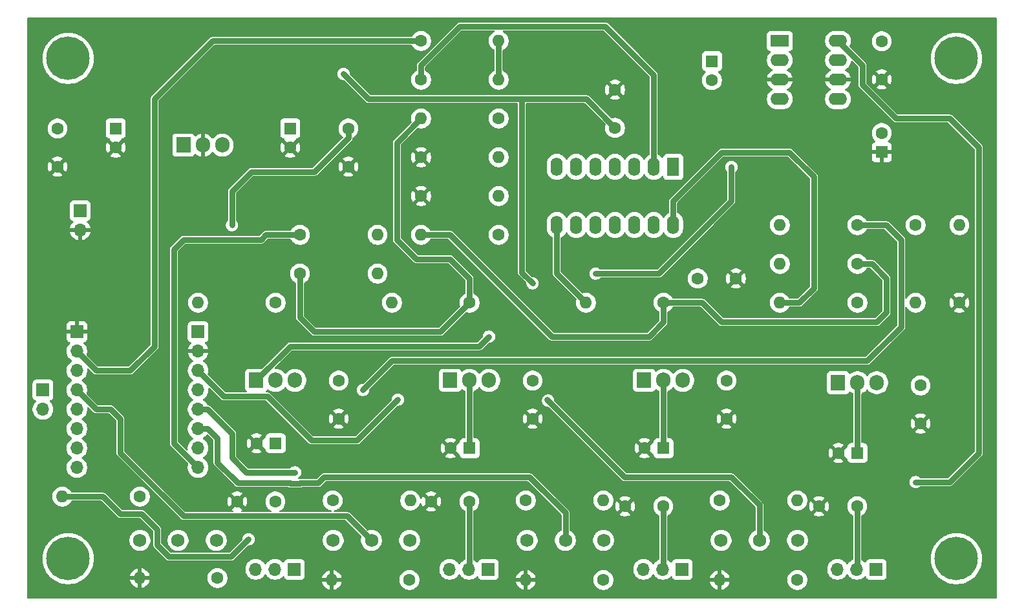
<source format=gbl>
G04 #@! TF.GenerationSoftware,KiCad,Pcbnew,9.0.0*
G04 #@! TF.CreationDate,2025-02-20T18:45:08-05:00*
G04 #@! TF.ProjectId,battery emulator design 0.1,62617474-6572-4792-9065-6d756c61746f,rev?*
G04 #@! TF.SameCoordinates,Original*
G04 #@! TF.FileFunction,Copper,L2,Bot*
G04 #@! TF.FilePolarity,Positive*
%FSLAX46Y46*%
G04 Gerber Fmt 4.6, Leading zero omitted, Abs format (unit mm)*
G04 Created by KiCad (PCBNEW 9.0.0) date 2025-02-20 18:45:08*
%MOMM*%
%LPD*%
G01*
G04 APERTURE LIST*
G04 #@! TA.AperFunction,ComponentPad*
%ADD10C,1.600000*%
G04 #@! TD*
G04 #@! TA.AperFunction,ComponentPad*
%ADD11O,1.600000X1.600000*%
G04 #@! TD*
G04 #@! TA.AperFunction,ComponentPad*
%ADD12C,1.740000*%
G04 #@! TD*
G04 #@! TA.AperFunction,ComponentPad*
%ADD13R,1.700000X1.700000*%
G04 #@! TD*
G04 #@! TA.AperFunction,ComponentPad*
%ADD14O,1.700000X1.700000*%
G04 #@! TD*
G04 #@! TA.AperFunction,ComponentPad*
%ADD15R,1.600000X1.600000*%
G04 #@! TD*
G04 #@! TA.AperFunction,ComponentPad*
%ADD16R,1.905000X2.000000*%
G04 #@! TD*
G04 #@! TA.AperFunction,ComponentPad*
%ADD17O,1.905000X2.000000*%
G04 #@! TD*
G04 #@! TA.AperFunction,ComponentPad*
%ADD18C,5.689600*%
G04 #@! TD*
G04 #@! TA.AperFunction,ComponentPad*
%ADD19O,2.400000X1.600000*%
G04 #@! TD*
G04 #@! TA.AperFunction,ComponentPad*
%ADD20R,2.400000X1.600000*%
G04 #@! TD*
G04 #@! TA.AperFunction,ComponentPad*
%ADD21R,1.600000X2.400000*%
G04 #@! TD*
G04 #@! TA.AperFunction,ComponentPad*
%ADD22O,1.600000X2.400000*%
G04 #@! TD*
G04 #@! TA.AperFunction,ViaPad*
%ADD23C,0.610000*%
G04 #@! TD*
G04 #@! TA.AperFunction,Conductor*
%ADD24C,0.762000*%
G04 #@! TD*
G04 APERTURE END LIST*
D10*
X192786000Y-135382000D03*
D11*
X182626000Y-135382000D03*
D10*
X182626000Y-124968000D03*
D11*
X192786000Y-124968000D03*
D10*
X167386000Y-135382000D03*
D11*
X157226000Y-135382000D03*
D10*
X157226000Y-124968000D03*
D11*
X167386000Y-124968000D03*
D10*
X141986000Y-135382000D03*
D11*
X131826000Y-135382000D03*
D10*
X131920000Y-124968000D03*
D11*
X142080000Y-124968000D03*
D10*
X106680000Y-124460000D03*
D11*
X96520000Y-124460000D03*
D10*
X116840000Y-135128000D03*
D11*
X106680000Y-135128000D03*
D12*
X182800000Y-130175000D03*
X187800000Y-130175000D03*
X192800000Y-130175000D03*
X157400000Y-130175000D03*
X162400000Y-130175000D03*
X167400000Y-130175000D03*
X132000000Y-130175000D03*
X137000000Y-130175000D03*
X142000000Y-130175000D03*
X116680000Y-130175000D03*
X106680000Y-130175000D03*
X111680000Y-130175000D03*
D13*
X114300000Y-102870000D03*
D14*
X114300000Y-105410000D03*
X114300000Y-107950000D03*
X114300000Y-110490000D03*
X114300000Y-113030000D03*
X114300000Y-115570000D03*
X114300000Y-118110000D03*
X114300000Y-120650000D03*
D13*
X98425000Y-102870000D03*
D14*
X98425000Y-105410000D03*
X98425000Y-107950000D03*
X98425000Y-110490000D03*
X98425000Y-113030000D03*
X98425000Y-115570000D03*
X98425000Y-118110000D03*
X98425000Y-120650000D03*
D10*
X172760000Y-118110000D03*
D15*
X175260000Y-118110000D03*
D16*
X172720000Y-109220000D03*
D17*
X175260000Y-109220000D03*
X177800000Y-109220000D03*
D10*
X143510000Y-85090000D03*
D11*
X153670000Y-85090000D03*
D10*
X126365000Y-78740000D03*
D15*
X126365000Y-76240000D03*
D10*
X144820000Y-125095000D03*
X149820000Y-125095000D03*
X158115000Y-114260000D03*
X158115000Y-109260000D03*
D13*
X177720000Y-133985000D03*
D14*
X175180000Y-133985000D03*
X172640000Y-133985000D03*
D10*
X195620000Y-125730000D03*
X200620000Y-125730000D03*
D18*
X97282000Y-132588000D03*
X213614000Y-67056000D03*
D17*
X114935000Y-78415000D03*
D16*
X112395000Y-78415000D03*
D17*
X117475000Y-78415000D03*
D10*
X149860000Y-99060000D03*
D11*
X139700000Y-99060000D03*
D10*
X143510000Y-80010000D03*
D11*
X153670000Y-80010000D03*
D10*
X198160000Y-118745000D03*
D15*
X200660000Y-118745000D03*
D10*
X170220000Y-125730000D03*
X175220000Y-125730000D03*
X121960000Y-117475000D03*
D15*
X124460000Y-117475000D03*
D10*
X95885000Y-81240000D03*
X95885000Y-76240000D03*
X203835000Y-69810000D03*
X203835000Y-64810000D03*
X103505000Y-78740000D03*
D15*
X103505000Y-76240000D03*
D10*
X208915000Y-114895000D03*
X208915000Y-109895000D03*
D15*
X203835000Y-79335000D03*
D10*
X203835000Y-76835000D03*
D16*
X198120000Y-109530000D03*
D17*
X200660000Y-109530000D03*
X203200000Y-109530000D03*
D10*
X147360000Y-118110000D03*
D15*
X149860000Y-118110000D03*
D18*
X213614000Y-132588000D03*
D10*
X183515000Y-114260000D03*
X183515000Y-109260000D03*
D13*
X152320000Y-133985000D03*
D14*
X149780000Y-133985000D03*
X147240000Y-133985000D03*
D10*
X213995000Y-99060000D03*
D11*
X213995000Y-88900000D03*
D16*
X147320000Y-109220000D03*
D17*
X149860000Y-109220000D03*
X152400000Y-109220000D03*
D14*
X98853000Y-89535000D03*
D13*
X98853000Y-86995000D03*
D10*
X200660000Y-99060000D03*
D11*
X190500000Y-99060000D03*
D10*
X119420000Y-125095000D03*
X124420000Y-125095000D03*
D13*
X93980000Y-110490000D03*
D14*
X93980000Y-113030000D03*
D19*
X190485000Y-69860000D03*
X198105000Y-69860000D03*
D20*
X190485000Y-64780000D03*
D19*
X190485000Y-67320000D03*
X190485000Y-72400000D03*
X198105000Y-72400000D03*
X198105000Y-67320000D03*
X198105000Y-64780000D03*
D13*
X203120000Y-133985000D03*
D14*
X200580000Y-133985000D03*
X198040000Y-133985000D03*
D18*
X97282000Y-67056000D03*
D10*
X184745000Y-95885000D03*
X179745000Y-95885000D03*
X168910000Y-71160000D03*
X168910000Y-76160000D03*
D13*
X126920000Y-133985000D03*
D14*
X124380000Y-133985000D03*
X121840000Y-133985000D03*
D10*
X153670000Y-74930000D03*
D11*
X143510000Y-74930000D03*
D10*
X133985000Y-81240000D03*
X133985000Y-76240000D03*
X127635000Y-95250000D03*
D11*
X137795000Y-95250000D03*
D10*
X175260000Y-99060000D03*
D11*
X165100000Y-99060000D03*
D10*
X124460000Y-99060000D03*
D11*
X114300000Y-99060000D03*
D10*
X153670000Y-90170000D03*
D11*
X143510000Y-90170000D03*
D10*
X200660000Y-93980000D03*
D11*
X190500000Y-93980000D03*
D10*
X127635000Y-90170000D03*
D11*
X137795000Y-90170000D03*
D10*
X200660000Y-88900000D03*
D11*
X190500000Y-88900000D03*
D10*
X143510000Y-69850000D03*
D11*
X153670000Y-69850000D03*
D10*
X208280000Y-88900000D03*
D11*
X208280000Y-99060000D03*
D15*
X181610000Y-67418606D03*
D10*
X181610000Y-69918606D03*
X132715000Y-114260000D03*
X132715000Y-109260000D03*
D16*
X121920000Y-109220000D03*
D17*
X124460000Y-109220000D03*
X127000000Y-109220000D03*
D10*
X143510000Y-64770000D03*
D11*
X153670000Y-64770000D03*
D21*
X176535000Y-81265000D03*
D22*
X173995000Y-81265000D03*
X171455000Y-81265000D03*
X168915000Y-81265000D03*
X166375000Y-81265000D03*
X163835000Y-81265000D03*
X161295000Y-81265000D03*
X161295000Y-88885000D03*
X163835000Y-88885000D03*
X166375000Y-88885000D03*
X168915000Y-88885000D03*
X171455000Y-88885000D03*
X173995000Y-88885000D03*
X176535000Y-88885000D03*
D23*
X140462000Y-111760000D03*
X160147000Y-111887000D03*
X120904000Y-130048000D03*
X133350000Y-69088000D03*
X114300000Y-123952000D03*
X208280000Y-122555000D03*
X118745000Y-88900000D03*
X158115000Y-96520000D03*
X152400000Y-103505000D03*
X166370000Y-95250000D03*
X184150000Y-81280000D03*
X127000000Y-121285000D03*
X135890000Y-110490000D03*
D24*
X149860000Y-118110000D02*
X149860000Y-109220000D01*
X160147000Y-111887000D02*
X160020000Y-111760000D01*
X104140000Y-126746000D02*
X101854000Y-124460000D01*
X106934000Y-126746000D02*
X104140000Y-126746000D01*
X108966000Y-128778000D02*
X106934000Y-126746000D01*
X108966000Y-130810000D02*
X108966000Y-128778000D01*
X101854000Y-124460000D02*
X96520000Y-124460000D01*
X110490000Y-132334000D02*
X108966000Y-130810000D01*
X118618000Y-132334000D02*
X110490000Y-132334000D01*
X120904000Y-130048000D02*
X118618000Y-132334000D01*
X139700000Y-106680000D02*
X201930000Y-106680000D01*
X117690000Y-111340000D02*
X114300000Y-107950000D01*
X123405000Y-111340000D02*
X117690000Y-111340000D01*
X135128000Y-117094000D02*
X129159000Y-117094000D01*
X129159000Y-117094000D02*
X123405000Y-111340000D01*
X140462000Y-111760000D02*
X135128000Y-117094000D01*
X170180000Y-121920000D02*
X160147000Y-111887000D01*
X184150000Y-121920000D02*
X170180000Y-121920000D01*
X187800000Y-125570000D02*
X184150000Y-121920000D01*
X187800000Y-130175000D02*
X187800000Y-125570000D01*
X115570000Y-115570000D02*
X114300000Y-115570000D01*
X116840000Y-116840000D02*
X115570000Y-115570000D01*
X116840000Y-120015000D02*
X116840000Y-116840000D01*
X119507000Y-122682000D02*
X116840000Y-120015000D01*
X126344976Y-122682000D02*
X119507000Y-122682000D01*
X126398976Y-122736000D02*
X126344976Y-122682000D01*
X127601024Y-122736000D02*
X126398976Y-122736000D01*
X130048000Y-122682000D02*
X127655024Y-122682000D01*
X130810000Y-121920000D02*
X130048000Y-122682000D01*
X157734000Y-121920000D02*
X130810000Y-121920000D01*
X162400000Y-126586000D02*
X157734000Y-121920000D01*
X127655024Y-122682000D02*
X127601024Y-122736000D01*
X162400000Y-130175000D02*
X162400000Y-126586000D01*
X175260000Y-109220000D02*
X175260000Y-118110000D01*
X156718000Y-95123000D02*
X158115000Y-96520000D01*
X156718000Y-72390000D02*
X156718000Y-95123000D01*
X156718000Y-72390000D02*
X165140000Y-72390000D01*
X165140000Y-72390000D02*
X168910000Y-76160000D01*
X136652000Y-72390000D02*
X156718000Y-72390000D01*
X133350000Y-69088000D02*
X136652000Y-72390000D01*
X102870000Y-113030000D02*
X100965000Y-113030000D01*
X104140000Y-118745000D02*
X104140000Y-114300000D01*
X112395000Y-127000000D02*
X104140000Y-118745000D01*
X133825000Y-127000000D02*
X112395000Y-127000000D01*
X104140000Y-114300000D02*
X102870000Y-113030000D01*
X100965000Y-113030000D02*
X98425000Y-110490000D01*
X137000000Y-130175000D02*
X133825000Y-127000000D01*
X115570000Y-113030000D02*
X114300000Y-113030000D01*
X118745000Y-119380000D02*
X118745000Y-116205000D01*
X118745000Y-116205000D02*
X115570000Y-113030000D01*
X120650000Y-121285000D02*
X118745000Y-119380000D01*
X127000000Y-121285000D02*
X120650000Y-121285000D01*
X116205000Y-64770000D02*
X143510000Y-64770000D01*
X108585000Y-72390000D02*
X116205000Y-64770000D01*
X108585000Y-104775000D02*
X108585000Y-72390000D01*
X105410000Y-107950000D02*
X108585000Y-104775000D01*
X100965000Y-107950000D02*
X105410000Y-107950000D01*
X98425000Y-105410000D02*
X100965000Y-107950000D01*
X123190000Y-90170000D02*
X127635000Y-90170000D01*
X122555000Y-90805000D02*
X123190000Y-90170000D01*
X112395000Y-90805000D02*
X122555000Y-90805000D01*
X111125000Y-117475000D02*
X111125000Y-92075000D01*
X114300000Y-120650000D02*
X111125000Y-117475000D01*
X111125000Y-92075000D02*
X112395000Y-90805000D01*
X216535000Y-118745000D02*
X212725000Y-122555000D01*
X205740000Y-74930000D02*
X212725000Y-74930000D01*
X216535000Y-78740000D02*
X216535000Y-118745000D01*
X201295000Y-70485000D02*
X205740000Y-74930000D01*
X201295000Y-67970000D02*
X201295000Y-70485000D01*
X212725000Y-74930000D02*
X216535000Y-78740000D01*
X198105000Y-64780000D02*
X201295000Y-67970000D01*
X212725000Y-122555000D02*
X208280000Y-122555000D01*
X200620000Y-133945000D02*
X200580000Y-133985000D01*
X200620000Y-125730000D02*
X200620000Y-133945000D01*
X175220000Y-133945000D02*
X175180000Y-133985000D01*
X175220000Y-125730000D02*
X175220000Y-133945000D01*
X149820000Y-133945000D02*
X149780000Y-133985000D01*
X149820000Y-125095000D02*
X149820000Y-133945000D01*
X121285000Y-81915000D02*
X118745000Y-84455000D01*
X129540000Y-81915000D02*
X121285000Y-81915000D01*
X133985000Y-76240000D02*
X133985000Y-77470000D01*
X133985000Y-77470000D02*
X129540000Y-81915000D01*
X118745000Y-84455000D02*
X118745000Y-88900000D01*
X200660000Y-109530000D02*
X200660000Y-118745000D01*
X173355000Y-103505000D02*
X175260000Y-101600000D01*
X175260000Y-101600000D02*
X175260000Y-99060000D01*
X160655000Y-103505000D02*
X173355000Y-103505000D01*
X147320000Y-90170000D02*
X160655000Y-103505000D01*
X143510000Y-90170000D02*
X147320000Y-90170000D01*
X174625000Y-95250000D02*
X166370000Y-95250000D01*
X184150000Y-81280000D02*
X184150000Y-85725000D01*
X184150000Y-85725000D02*
X174625000Y-95250000D01*
X194945000Y-82550000D02*
X194945000Y-97155000D01*
X191770000Y-79375000D02*
X194945000Y-82550000D01*
X176535000Y-88885000D02*
X176535000Y-85720000D01*
X176535000Y-85720000D02*
X182880000Y-79375000D01*
X182880000Y-79375000D02*
X191770000Y-79375000D01*
X194945000Y-97155000D02*
X193040000Y-99060000D01*
X193040000Y-99060000D02*
X190500000Y-99060000D01*
X173995000Y-69220000D02*
X173995000Y-81265000D01*
X167640000Y-62865000D02*
X173995000Y-69220000D01*
X148590000Y-62865000D02*
X167640000Y-62865000D01*
X143510000Y-67945000D02*
X148590000Y-62865000D01*
X143510000Y-69850000D02*
X143510000Y-67945000D01*
X153670000Y-69850000D02*
X153670000Y-64770000D01*
X126365000Y-104775000D02*
X121920000Y-109220000D01*
X151130000Y-104775000D02*
X126365000Y-104775000D01*
X152400000Y-103505000D02*
X151130000Y-104775000D01*
X146050000Y-102870000D02*
X149860000Y-99060000D01*
X129540000Y-102870000D02*
X146050000Y-102870000D01*
X142875000Y-93345000D02*
X147320000Y-93345000D01*
X147320000Y-93345000D02*
X149860000Y-95885000D01*
X127635000Y-95250000D02*
X127635000Y-100965000D01*
X149860000Y-95885000D02*
X149860000Y-99060000D01*
X140335000Y-90805000D02*
X142875000Y-93345000D01*
X143510000Y-74930000D02*
X140335000Y-78105000D01*
X140335000Y-78105000D02*
X140335000Y-90805000D01*
X127635000Y-100965000D02*
X129540000Y-102870000D01*
X180340000Y-99060000D02*
X175260000Y-99060000D01*
X202565000Y-93980000D02*
X204470000Y-95885000D01*
X204470000Y-100330000D02*
X203200000Y-101600000D01*
X203200000Y-101600000D02*
X182880000Y-101600000D01*
X182880000Y-101600000D02*
X180340000Y-99060000D01*
X200660000Y-93980000D02*
X202565000Y-93980000D01*
X204470000Y-95885000D02*
X204470000Y-100330000D01*
X161295000Y-95245000D02*
X161295000Y-88885000D01*
X161290000Y-95250000D02*
X161295000Y-95245000D01*
X165100000Y-99060000D02*
X161290000Y-95250000D01*
X135890000Y-110490000D02*
X139700000Y-106680000D01*
X206375000Y-90805000D02*
X204470000Y-88900000D01*
X206375000Y-102235000D02*
X206375000Y-90805000D01*
X201930000Y-106680000D02*
X206375000Y-102235000D01*
X204470000Y-88900000D02*
X200660000Y-88900000D01*
G04 #@! TA.AperFunction,Conductor*
G36*
X218874039Y-61742185D02*
G01*
X218919794Y-61794989D01*
X218931000Y-61846500D01*
X218931000Y-137671000D01*
X218911315Y-137738039D01*
X218858511Y-137783794D01*
X218807000Y-137795000D01*
X92056000Y-137795000D01*
X91988961Y-137775315D01*
X91943206Y-137722511D01*
X91932000Y-137671000D01*
X91932000Y-132423656D01*
X93936700Y-132423656D01*
X93936700Y-132752344D01*
X93945580Y-132842500D01*
X93968916Y-133079448D01*
X94033035Y-133401801D01*
X94033038Y-133401812D01*
X94128455Y-133716362D01*
X94254239Y-134020027D01*
X94254241Y-134020032D01*
X94409173Y-134309890D01*
X94409184Y-134309908D01*
X94591784Y-134583187D01*
X94591794Y-134583201D01*
X94800311Y-134837280D01*
X95032719Y-135069688D01*
X95032724Y-135069692D01*
X95032725Y-135069693D01*
X95286804Y-135278210D01*
X95560098Y-135460820D01*
X95560107Y-135460825D01*
X95560109Y-135460826D01*
X95849967Y-135615758D01*
X95849969Y-135615758D01*
X95849975Y-135615762D01*
X96020541Y-135686413D01*
X96153637Y-135741544D01*
X96153641Y-135741545D01*
X96153643Y-135741546D01*
X96468178Y-135836959D01*
X96468184Y-135836960D01*
X96468187Y-135836961D01*
X96468198Y-135836964D01*
X96790551Y-135901083D01*
X97117656Y-135933300D01*
X97117659Y-135933300D01*
X97446341Y-135933300D01*
X97446344Y-135933300D01*
X97773449Y-135901083D01*
X97836203Y-135888600D01*
X98095801Y-135836964D01*
X98095812Y-135836961D01*
X98095812Y-135836960D01*
X98095822Y-135836959D01*
X98410357Y-135741546D01*
X98714025Y-135615762D01*
X99003902Y-135460820D01*
X99277196Y-135278210D01*
X99531275Y-135069693D01*
X99722968Y-134878000D01*
X105403391Y-134878000D01*
X106364314Y-134878000D01*
X106359920Y-134882394D01*
X106307259Y-134973606D01*
X106280000Y-135075339D01*
X106280000Y-135180661D01*
X106307259Y-135282394D01*
X106359920Y-135373606D01*
X106364314Y-135378000D01*
X105403391Y-135378000D01*
X105412009Y-135432413D01*
X105475244Y-135627029D01*
X105568140Y-135809349D01*
X105688417Y-135974894D01*
X105688417Y-135974895D01*
X105833104Y-136119582D01*
X105998650Y-136239859D01*
X106180968Y-136332754D01*
X106375578Y-136395988D01*
X106430000Y-136404607D01*
X106430000Y-135443686D01*
X106434394Y-135448080D01*
X106525606Y-135500741D01*
X106627339Y-135528000D01*
X106732661Y-135528000D01*
X106834394Y-135500741D01*
X106925606Y-135448080D01*
X106930000Y-135443686D01*
X106930000Y-136404606D01*
X106984421Y-136395988D01*
X107179031Y-136332754D01*
X107361349Y-136239859D01*
X107526894Y-136119582D01*
X107526895Y-136119582D01*
X107671582Y-135974895D01*
X107671582Y-135974894D01*
X107791859Y-135809349D01*
X107884755Y-135627029D01*
X107947990Y-135432413D01*
X107956609Y-135378000D01*
X106995686Y-135378000D01*
X107000080Y-135373606D01*
X107052741Y-135282394D01*
X107080000Y-135180661D01*
X107080000Y-135075339D01*
X107066685Y-135025648D01*
X115539500Y-135025648D01*
X115539500Y-135230352D01*
X115540483Y-135236557D01*
X115571522Y-135432534D01*
X115634781Y-135627223D01*
X115727715Y-135809613D01*
X115848028Y-135975213D01*
X115992786Y-136119971D01*
X116142709Y-136228894D01*
X116158390Y-136240287D01*
X116274607Y-136299503D01*
X116340776Y-136333218D01*
X116340778Y-136333218D01*
X116340781Y-136333220D01*
X116445137Y-136367127D01*
X116535465Y-136396477D01*
X116636557Y-136412488D01*
X116737648Y-136428500D01*
X116737649Y-136428500D01*
X116942351Y-136428500D01*
X116942352Y-136428500D01*
X117144534Y-136396477D01*
X117339219Y-136333220D01*
X117521610Y-136240287D01*
X117614590Y-136172732D01*
X117687213Y-136119971D01*
X117687215Y-136119968D01*
X117687219Y-136119966D01*
X117831966Y-135975219D01*
X117831968Y-135975215D01*
X117831971Y-135975213D01*
X117885829Y-135901083D01*
X117952287Y-135809610D01*
X118045220Y-135627219D01*
X118108477Y-135432534D01*
X118140500Y-135230352D01*
X118140500Y-135025648D01*
X118122965Y-134914939D01*
X118108477Y-134823465D01*
X118068486Y-134700386D01*
X118045220Y-134628781D01*
X118045218Y-134628778D01*
X118045218Y-134628776D01*
X118011503Y-134562607D01*
X117952287Y-134446390D01*
X117911621Y-134390417D01*
X117831971Y-134280786D01*
X117687213Y-134136028D01*
X117521613Y-134015715D01*
X117521612Y-134015714D01*
X117521610Y-134015713D01*
X117460010Y-133984326D01*
X117339223Y-133922781D01*
X117203597Y-133878713D01*
X120489500Y-133878713D01*
X120489500Y-134091286D01*
X120517827Y-134270140D01*
X120522754Y-134301243D01*
X120569915Y-134446390D01*
X120588444Y-134503414D01*
X120684951Y-134692820D01*
X120809890Y-134864786D01*
X120960213Y-135015109D01*
X121132179Y-135140048D01*
X121132181Y-135140049D01*
X121132184Y-135140051D01*
X121321588Y-135236557D01*
X121523757Y-135302246D01*
X121733713Y-135335500D01*
X121733714Y-135335500D01*
X121946286Y-135335500D01*
X121946287Y-135335500D01*
X122156243Y-135302246D01*
X122358412Y-135236557D01*
X122547816Y-135140051D01*
X122610168Y-135094750D01*
X122719786Y-135015109D01*
X122719788Y-135015106D01*
X122719792Y-135015104D01*
X122870104Y-134864792D01*
X122870106Y-134864788D01*
X122870109Y-134864786D01*
X122995048Y-134692820D01*
X122995047Y-134692820D01*
X122995051Y-134692816D01*
X122999514Y-134684054D01*
X123047488Y-134633259D01*
X123115308Y-134616463D01*
X123181444Y-134638999D01*
X123220486Y-134684056D01*
X123224951Y-134692820D01*
X123349890Y-134864786D01*
X123500213Y-135015109D01*
X123672179Y-135140048D01*
X123672181Y-135140049D01*
X123672184Y-135140051D01*
X123861588Y-135236557D01*
X124063757Y-135302246D01*
X124273713Y-135335500D01*
X124273714Y-135335500D01*
X124486286Y-135335500D01*
X124486287Y-135335500D01*
X124696243Y-135302246D01*
X124898412Y-135236557D01*
X125087816Y-135140051D01*
X125173792Y-135077586D01*
X125259784Y-135015110D01*
X125259784Y-135015109D01*
X125259792Y-135015104D01*
X125373329Y-134901566D01*
X125434648Y-134868084D01*
X125504340Y-134873068D01*
X125560274Y-134914939D01*
X125577189Y-134945917D01*
X125626202Y-135077328D01*
X125626206Y-135077335D01*
X125712452Y-135192544D01*
X125712455Y-135192547D01*
X125827664Y-135278793D01*
X125827671Y-135278797D01*
X125962517Y-135329091D01*
X125962516Y-135329091D01*
X125969444Y-135329835D01*
X126022127Y-135335500D01*
X127817872Y-135335499D01*
X127877483Y-135329091D01*
X128012331Y-135278796D01*
X128127546Y-135192546D01*
X128172871Y-135132000D01*
X130549391Y-135132000D01*
X131510314Y-135132000D01*
X131505920Y-135136394D01*
X131453259Y-135227606D01*
X131426000Y-135329339D01*
X131426000Y-135434661D01*
X131453259Y-135536394D01*
X131505920Y-135627606D01*
X131510314Y-135632000D01*
X130549391Y-135632000D01*
X130558009Y-135686413D01*
X130621244Y-135881029D01*
X130714140Y-136063349D01*
X130834417Y-136228894D01*
X130834417Y-136228895D01*
X130979104Y-136373582D01*
X131144650Y-136493859D01*
X131326968Y-136586754D01*
X131521578Y-136649988D01*
X131576000Y-136658607D01*
X131576000Y-135697686D01*
X131580394Y-135702080D01*
X131671606Y-135754741D01*
X131773339Y-135782000D01*
X131878661Y-135782000D01*
X131980394Y-135754741D01*
X132071606Y-135702080D01*
X132076000Y-135697686D01*
X132076000Y-136658606D01*
X132130421Y-136649988D01*
X132325031Y-136586754D01*
X132507349Y-136493859D01*
X132672894Y-136373582D01*
X132672895Y-136373582D01*
X132817582Y-136228895D01*
X132817582Y-136228894D01*
X132937859Y-136063349D01*
X133030755Y-135881029D01*
X133093990Y-135686413D01*
X133102609Y-135632000D01*
X132141686Y-135632000D01*
X132146080Y-135627606D01*
X132198741Y-135536394D01*
X132226000Y-135434661D01*
X132226000Y-135329339D01*
X132212685Y-135279648D01*
X140685500Y-135279648D01*
X140685500Y-135484351D01*
X140717522Y-135686534D01*
X140780781Y-135881223D01*
X140873715Y-136063613D01*
X140994028Y-136229213D01*
X141138786Y-136373971D01*
X141293749Y-136486556D01*
X141304390Y-136494287D01*
X141420607Y-136553503D01*
X141486776Y-136587218D01*
X141486778Y-136587218D01*
X141486781Y-136587220D01*
X141591137Y-136621127D01*
X141681465Y-136650477D01*
X141782557Y-136666488D01*
X141883648Y-136682500D01*
X141883649Y-136682500D01*
X142088351Y-136682500D01*
X142088352Y-136682500D01*
X142290534Y-136650477D01*
X142485219Y-136587220D01*
X142667610Y-136494287D01*
X142791045Y-136404607D01*
X142833213Y-136373971D01*
X142833215Y-136373968D01*
X142833219Y-136373966D01*
X142977966Y-136229219D01*
X142977968Y-136229215D01*
X142977971Y-136229213D01*
X143030732Y-136156590D01*
X143098287Y-136063610D01*
X143191220Y-135881219D01*
X143254477Y-135686534D01*
X143286500Y-135484352D01*
X143286500Y-135279648D01*
X143264389Y-135140048D01*
X143254477Y-135077465D01*
X143201669Y-134914939D01*
X143191220Y-134882781D01*
X143191218Y-134882778D01*
X143191218Y-134882776D01*
X143126244Y-134755259D01*
X143098287Y-134700390D01*
X143086420Y-134684056D01*
X142977971Y-134534786D01*
X142833213Y-134390028D01*
X142667613Y-134269715D01*
X142667612Y-134269714D01*
X142667610Y-134269713D01*
X142610653Y-134240691D01*
X142485223Y-134176781D01*
X142290534Y-134113522D01*
X142115995Y-134085878D01*
X142088352Y-134081500D01*
X141883648Y-134081500D01*
X141859329Y-134085351D01*
X141681465Y-134113522D01*
X141486776Y-134176781D01*
X141304386Y-134269715D01*
X141138786Y-134390028D01*
X140994028Y-134534786D01*
X140873715Y-134700386D01*
X140780781Y-134882776D01*
X140717522Y-135077465D01*
X140685500Y-135279648D01*
X132212685Y-135279648D01*
X132198741Y-135227606D01*
X132146080Y-135136394D01*
X132141686Y-135132000D01*
X133102609Y-135132000D01*
X133093990Y-135077586D01*
X133030755Y-134882970D01*
X132937859Y-134700650D01*
X132817582Y-134535105D01*
X132817582Y-134535104D01*
X132672895Y-134390417D01*
X132507349Y-134270140D01*
X132325029Y-134177244D01*
X132130413Y-134114009D01*
X132076000Y-134105390D01*
X132076000Y-135066314D01*
X132071606Y-135061920D01*
X131980394Y-135009259D01*
X131878661Y-134982000D01*
X131773339Y-134982000D01*
X131671606Y-135009259D01*
X131580394Y-135061920D01*
X131576000Y-135066314D01*
X131576000Y-134105390D01*
X131521586Y-134114009D01*
X131326970Y-134177244D01*
X131144650Y-134270140D01*
X130979105Y-134390417D01*
X130979104Y-134390417D01*
X130834417Y-134535104D01*
X130834417Y-134535105D01*
X130714140Y-134700650D01*
X130621244Y-134882970D01*
X130558009Y-135077586D01*
X130549391Y-135132000D01*
X128172871Y-135132000D01*
X128213796Y-135077331D01*
X128264091Y-134942483D01*
X128270500Y-134882873D01*
X128270499Y-133878713D01*
X145889500Y-133878713D01*
X145889500Y-134091286D01*
X145917827Y-134270140D01*
X145922754Y-134301243D01*
X145969915Y-134446390D01*
X145988444Y-134503414D01*
X146084951Y-134692820D01*
X146209890Y-134864786D01*
X146360213Y-135015109D01*
X146532179Y-135140048D01*
X146532181Y-135140049D01*
X146532184Y-135140051D01*
X146721588Y-135236557D01*
X146923757Y-135302246D01*
X147133713Y-135335500D01*
X147133714Y-135335500D01*
X147346286Y-135335500D01*
X147346287Y-135335500D01*
X147556243Y-135302246D01*
X147758412Y-135236557D01*
X147947816Y-135140051D01*
X148010168Y-135094750D01*
X148119786Y-135015109D01*
X148119788Y-135015106D01*
X148119792Y-135015104D01*
X148270104Y-134864792D01*
X148270106Y-134864788D01*
X148270109Y-134864786D01*
X148395048Y-134692820D01*
X148395047Y-134692820D01*
X148395051Y-134692816D01*
X148399514Y-134684054D01*
X148447488Y-134633259D01*
X148515308Y-134616463D01*
X148581444Y-134638999D01*
X148620486Y-134684056D01*
X148624951Y-134692820D01*
X148749890Y-134864786D01*
X148900213Y-135015109D01*
X149072179Y-135140048D01*
X149072181Y-135140049D01*
X149072184Y-135140051D01*
X149261588Y-135236557D01*
X149463757Y-135302246D01*
X149673713Y-135335500D01*
X149673714Y-135335500D01*
X149886286Y-135335500D01*
X149886287Y-135335500D01*
X150096243Y-135302246D01*
X150298412Y-135236557D01*
X150487816Y-135140051D01*
X150573792Y-135077586D01*
X150659784Y-135015110D01*
X150659784Y-135015109D01*
X150659792Y-135015104D01*
X150773329Y-134901566D01*
X150834648Y-134868084D01*
X150904340Y-134873068D01*
X150960274Y-134914939D01*
X150977189Y-134945917D01*
X151026202Y-135077328D01*
X151026206Y-135077335D01*
X151112452Y-135192544D01*
X151112455Y-135192547D01*
X151227664Y-135278793D01*
X151227671Y-135278797D01*
X151362517Y-135329091D01*
X151362516Y-135329091D01*
X151369444Y-135329835D01*
X151422127Y-135335500D01*
X153217872Y-135335499D01*
X153277483Y-135329091D01*
X153412331Y-135278796D01*
X153527546Y-135192546D01*
X153572871Y-135132000D01*
X155949391Y-135132000D01*
X156910314Y-135132000D01*
X156905920Y-135136394D01*
X156853259Y-135227606D01*
X156826000Y-135329339D01*
X156826000Y-135434661D01*
X156853259Y-135536394D01*
X156905920Y-135627606D01*
X156910314Y-135632000D01*
X155949391Y-135632000D01*
X155958009Y-135686413D01*
X156021244Y-135881029D01*
X156114140Y-136063349D01*
X156234417Y-136228894D01*
X156234417Y-136228895D01*
X156379104Y-136373582D01*
X156544650Y-136493859D01*
X156726968Y-136586754D01*
X156921578Y-136649988D01*
X156976000Y-136658607D01*
X156976000Y-135697686D01*
X156980394Y-135702080D01*
X157071606Y-135754741D01*
X157173339Y-135782000D01*
X157278661Y-135782000D01*
X157380394Y-135754741D01*
X157471606Y-135702080D01*
X157476000Y-135697686D01*
X157476000Y-136658606D01*
X157530421Y-136649988D01*
X157725031Y-136586754D01*
X157907349Y-136493859D01*
X158072894Y-136373582D01*
X158072895Y-136373582D01*
X158217582Y-136228895D01*
X158217582Y-136228894D01*
X158337859Y-136063349D01*
X158430755Y-135881029D01*
X158493990Y-135686413D01*
X158502609Y-135632000D01*
X157541686Y-135632000D01*
X157546080Y-135627606D01*
X157598741Y-135536394D01*
X157626000Y-135434661D01*
X157626000Y-135329339D01*
X157612685Y-135279648D01*
X166085500Y-135279648D01*
X166085500Y-135484351D01*
X166117522Y-135686534D01*
X166180781Y-135881223D01*
X166273715Y-136063613D01*
X166394028Y-136229213D01*
X166538786Y-136373971D01*
X166693749Y-136486556D01*
X166704390Y-136494287D01*
X166820607Y-136553503D01*
X166886776Y-136587218D01*
X166886778Y-136587218D01*
X166886781Y-136587220D01*
X166991137Y-136621127D01*
X167081465Y-136650477D01*
X167182557Y-136666488D01*
X167283648Y-136682500D01*
X167283649Y-136682500D01*
X167488351Y-136682500D01*
X167488352Y-136682500D01*
X167690534Y-136650477D01*
X167885219Y-136587220D01*
X168067610Y-136494287D01*
X168191045Y-136404607D01*
X168233213Y-136373971D01*
X168233215Y-136373968D01*
X168233219Y-136373966D01*
X168377966Y-136229219D01*
X168377968Y-136229215D01*
X168377971Y-136229213D01*
X168430732Y-136156590D01*
X168498287Y-136063610D01*
X168591220Y-135881219D01*
X168654477Y-135686534D01*
X168686500Y-135484352D01*
X168686500Y-135279648D01*
X168664389Y-135140048D01*
X168654477Y-135077465D01*
X168601669Y-134914939D01*
X168591220Y-134882781D01*
X168591218Y-134882778D01*
X168591218Y-134882776D01*
X168526244Y-134755259D01*
X168498287Y-134700390D01*
X168486420Y-134684056D01*
X168377971Y-134534786D01*
X168233213Y-134390028D01*
X168067613Y-134269715D01*
X168067612Y-134269714D01*
X168067610Y-134269713D01*
X168010653Y-134240691D01*
X167885223Y-134176781D01*
X167690534Y-134113522D01*
X167515995Y-134085878D01*
X167488352Y-134081500D01*
X167283648Y-134081500D01*
X167259329Y-134085351D01*
X167081465Y-134113522D01*
X166886776Y-134176781D01*
X166704386Y-134269715D01*
X166538786Y-134390028D01*
X166394028Y-134534786D01*
X166273715Y-134700386D01*
X166180781Y-134882776D01*
X166117522Y-135077465D01*
X166085500Y-135279648D01*
X157612685Y-135279648D01*
X157598741Y-135227606D01*
X157546080Y-135136394D01*
X157541686Y-135132000D01*
X158502609Y-135132000D01*
X158493990Y-135077586D01*
X158430755Y-134882970D01*
X158337859Y-134700650D01*
X158217582Y-134535105D01*
X158217582Y-134535104D01*
X158072895Y-134390417D01*
X157907349Y-134270140D01*
X157725029Y-134177244D01*
X157530413Y-134114009D01*
X157476000Y-134105390D01*
X157476000Y-135066314D01*
X157471606Y-135061920D01*
X157380394Y-135009259D01*
X157278661Y-134982000D01*
X157173339Y-134982000D01*
X157071606Y-135009259D01*
X156980394Y-135061920D01*
X156976000Y-135066314D01*
X156976000Y-134105390D01*
X156921586Y-134114009D01*
X156726970Y-134177244D01*
X156544650Y-134270140D01*
X156379105Y-134390417D01*
X156379104Y-134390417D01*
X156234417Y-134535104D01*
X156234417Y-134535105D01*
X156114140Y-134700650D01*
X156021244Y-134882970D01*
X155958009Y-135077586D01*
X155949391Y-135132000D01*
X153572871Y-135132000D01*
X153613796Y-135077331D01*
X153664091Y-134942483D01*
X153670500Y-134882873D01*
X153670499Y-133878713D01*
X171289500Y-133878713D01*
X171289500Y-134091286D01*
X171317827Y-134270140D01*
X171322754Y-134301243D01*
X171369915Y-134446390D01*
X171388444Y-134503414D01*
X171484951Y-134692820D01*
X171609890Y-134864786D01*
X171760213Y-135015109D01*
X171932179Y-135140048D01*
X171932181Y-135140049D01*
X171932184Y-135140051D01*
X172121588Y-135236557D01*
X172323757Y-135302246D01*
X172533713Y-135335500D01*
X172533714Y-135335500D01*
X172746286Y-135335500D01*
X172746287Y-135335500D01*
X172956243Y-135302246D01*
X173158412Y-135236557D01*
X173347816Y-135140051D01*
X173410168Y-135094750D01*
X173519786Y-135015109D01*
X173519788Y-135015106D01*
X173519792Y-135015104D01*
X173670104Y-134864792D01*
X173670106Y-134864788D01*
X173670109Y-134864786D01*
X173795048Y-134692820D01*
X173795047Y-134692820D01*
X173795051Y-134692816D01*
X173799514Y-134684054D01*
X173847488Y-134633259D01*
X173915308Y-134616463D01*
X173981444Y-134638999D01*
X174020486Y-134684056D01*
X174024951Y-134692820D01*
X174149890Y-134864786D01*
X174300213Y-135015109D01*
X174472179Y-135140048D01*
X174472181Y-135140049D01*
X174472184Y-135140051D01*
X174661588Y-135236557D01*
X174863757Y-135302246D01*
X175073713Y-135335500D01*
X175073714Y-135335500D01*
X175286286Y-135335500D01*
X175286287Y-135335500D01*
X175496243Y-135302246D01*
X175698412Y-135236557D01*
X175887816Y-135140051D01*
X175973792Y-135077586D01*
X176059784Y-135015110D01*
X176059784Y-135015109D01*
X176059792Y-135015104D01*
X176173329Y-134901566D01*
X176234648Y-134868084D01*
X176304340Y-134873068D01*
X176360274Y-134914939D01*
X176377189Y-134945917D01*
X176426202Y-135077328D01*
X176426206Y-135077335D01*
X176512452Y-135192544D01*
X176512455Y-135192547D01*
X176627664Y-135278793D01*
X176627671Y-135278797D01*
X176762517Y-135329091D01*
X176762516Y-135329091D01*
X176769444Y-135329835D01*
X176822127Y-135335500D01*
X178617872Y-135335499D01*
X178677483Y-135329091D01*
X178812331Y-135278796D01*
X178927546Y-135192546D01*
X178972871Y-135132000D01*
X181349391Y-135132000D01*
X182310314Y-135132000D01*
X182305920Y-135136394D01*
X182253259Y-135227606D01*
X182226000Y-135329339D01*
X182226000Y-135434661D01*
X182253259Y-135536394D01*
X182305920Y-135627606D01*
X182310314Y-135632000D01*
X181349391Y-135632000D01*
X181358009Y-135686413D01*
X181421244Y-135881029D01*
X181514140Y-136063349D01*
X181634417Y-136228894D01*
X181634417Y-136228895D01*
X181779104Y-136373582D01*
X181944650Y-136493859D01*
X182126968Y-136586754D01*
X182321578Y-136649988D01*
X182376000Y-136658607D01*
X182376000Y-135697686D01*
X182380394Y-135702080D01*
X182471606Y-135754741D01*
X182573339Y-135782000D01*
X182678661Y-135782000D01*
X182780394Y-135754741D01*
X182871606Y-135702080D01*
X182876000Y-135697686D01*
X182876000Y-136658606D01*
X182930421Y-136649988D01*
X183125031Y-136586754D01*
X183307349Y-136493859D01*
X183472894Y-136373582D01*
X183472895Y-136373582D01*
X183617582Y-136228895D01*
X183617582Y-136228894D01*
X183737859Y-136063349D01*
X183830755Y-135881029D01*
X183893990Y-135686413D01*
X183902609Y-135632000D01*
X182941686Y-135632000D01*
X182946080Y-135627606D01*
X182998741Y-135536394D01*
X183026000Y-135434661D01*
X183026000Y-135329339D01*
X183012685Y-135279648D01*
X191485500Y-135279648D01*
X191485500Y-135484351D01*
X191517522Y-135686534D01*
X191580781Y-135881223D01*
X191673715Y-136063613D01*
X191794028Y-136229213D01*
X191938786Y-136373971D01*
X192093749Y-136486556D01*
X192104390Y-136494287D01*
X192220607Y-136553503D01*
X192286776Y-136587218D01*
X192286778Y-136587218D01*
X192286781Y-136587220D01*
X192391137Y-136621127D01*
X192481465Y-136650477D01*
X192582557Y-136666488D01*
X192683648Y-136682500D01*
X192683649Y-136682500D01*
X192888351Y-136682500D01*
X192888352Y-136682500D01*
X193090534Y-136650477D01*
X193285219Y-136587220D01*
X193467610Y-136494287D01*
X193591045Y-136404607D01*
X193633213Y-136373971D01*
X193633215Y-136373968D01*
X193633219Y-136373966D01*
X193777966Y-136229219D01*
X193777968Y-136229215D01*
X193777971Y-136229213D01*
X193830732Y-136156590D01*
X193898287Y-136063610D01*
X193991220Y-135881219D01*
X194054477Y-135686534D01*
X194086500Y-135484352D01*
X194086500Y-135279648D01*
X194064389Y-135140048D01*
X194054477Y-135077465D01*
X194001669Y-134914939D01*
X193991220Y-134882781D01*
X193991218Y-134882778D01*
X193991218Y-134882776D01*
X193926244Y-134755259D01*
X193898287Y-134700390D01*
X193886420Y-134684056D01*
X193777971Y-134534786D01*
X193633213Y-134390028D01*
X193467613Y-134269715D01*
X193467612Y-134269714D01*
X193467610Y-134269713D01*
X193410653Y-134240691D01*
X193285223Y-134176781D01*
X193090534Y-134113522D01*
X192915995Y-134085878D01*
X192888352Y-134081500D01*
X192683648Y-134081500D01*
X192659329Y-134085351D01*
X192481465Y-134113522D01*
X192286776Y-134176781D01*
X192104386Y-134269715D01*
X191938786Y-134390028D01*
X191794028Y-134534786D01*
X191673715Y-134700386D01*
X191580781Y-134882776D01*
X191517522Y-135077465D01*
X191485500Y-135279648D01*
X183012685Y-135279648D01*
X182998741Y-135227606D01*
X182946080Y-135136394D01*
X182941686Y-135132000D01*
X183902609Y-135132000D01*
X183893990Y-135077586D01*
X183830755Y-134882970D01*
X183737859Y-134700650D01*
X183617582Y-134535105D01*
X183617582Y-134535104D01*
X183472895Y-134390417D01*
X183307349Y-134270140D01*
X183125029Y-134177244D01*
X182930413Y-134114009D01*
X182876000Y-134105390D01*
X182876000Y-135066314D01*
X182871606Y-135061920D01*
X182780394Y-135009259D01*
X182678661Y-134982000D01*
X182573339Y-134982000D01*
X182471606Y-135009259D01*
X182380394Y-135061920D01*
X182376000Y-135066314D01*
X182376000Y-134105390D01*
X182321586Y-134114009D01*
X182126970Y-134177244D01*
X181944650Y-134270140D01*
X181779105Y-134390417D01*
X181779104Y-134390417D01*
X181634417Y-134535104D01*
X181634417Y-134535105D01*
X181514140Y-134700650D01*
X181421244Y-134882970D01*
X181358009Y-135077586D01*
X181349391Y-135132000D01*
X178972871Y-135132000D01*
X179013796Y-135077331D01*
X179064091Y-134942483D01*
X179070500Y-134882873D01*
X179070499Y-133878713D01*
X196689500Y-133878713D01*
X196689500Y-134091286D01*
X196717827Y-134270140D01*
X196722754Y-134301243D01*
X196769915Y-134446390D01*
X196788444Y-134503414D01*
X196884951Y-134692820D01*
X197009890Y-134864786D01*
X197160213Y-135015109D01*
X197332179Y-135140048D01*
X197332181Y-135140049D01*
X197332184Y-135140051D01*
X197521588Y-135236557D01*
X197723757Y-135302246D01*
X197933713Y-135335500D01*
X197933714Y-135335500D01*
X198146286Y-135335500D01*
X198146287Y-135335500D01*
X198356243Y-135302246D01*
X198558412Y-135236557D01*
X198747816Y-135140051D01*
X198810168Y-135094750D01*
X198919786Y-135015109D01*
X198919788Y-135015106D01*
X198919792Y-135015104D01*
X199070104Y-134864792D01*
X199070106Y-134864788D01*
X199070109Y-134864786D01*
X199195048Y-134692820D01*
X199195047Y-134692820D01*
X199195051Y-134692816D01*
X199199514Y-134684054D01*
X199247488Y-134633259D01*
X199315308Y-134616463D01*
X199381444Y-134638999D01*
X199420486Y-134684056D01*
X199424951Y-134692820D01*
X199549890Y-134864786D01*
X199700213Y-135015109D01*
X199872179Y-135140048D01*
X199872181Y-135140049D01*
X199872184Y-135140051D01*
X200061588Y-135236557D01*
X200263757Y-135302246D01*
X200473713Y-135335500D01*
X200473714Y-135335500D01*
X200686286Y-135335500D01*
X200686287Y-135335500D01*
X200896243Y-135302246D01*
X201098412Y-135236557D01*
X201287816Y-135140051D01*
X201373792Y-135077586D01*
X201459784Y-135015110D01*
X201459784Y-135015109D01*
X201459792Y-135015104D01*
X201573329Y-134901566D01*
X201634648Y-134868084D01*
X201704340Y-134873068D01*
X201760274Y-134914939D01*
X201777189Y-134945917D01*
X201826202Y-135077328D01*
X201826206Y-135077335D01*
X201912452Y-135192544D01*
X201912455Y-135192547D01*
X202027664Y-135278793D01*
X202027671Y-135278797D01*
X202162517Y-135329091D01*
X202162516Y-135329091D01*
X202169444Y-135329835D01*
X202222127Y-135335500D01*
X204017872Y-135335499D01*
X204077483Y-135329091D01*
X204212331Y-135278796D01*
X204327546Y-135192546D01*
X204413796Y-135077331D01*
X204464091Y-134942483D01*
X204470500Y-134882873D01*
X204470499Y-133087128D01*
X204464091Y-133027517D01*
X204462810Y-133024083D01*
X204413797Y-132892671D01*
X204413793Y-132892664D01*
X204327547Y-132777455D01*
X204327544Y-132777452D01*
X204212335Y-132691206D01*
X204212328Y-132691202D01*
X204077482Y-132640908D01*
X204077483Y-132640908D01*
X204017883Y-132634501D01*
X204017881Y-132634500D01*
X204017873Y-132634500D01*
X204017864Y-132634500D01*
X202222129Y-132634500D01*
X202222123Y-132634501D01*
X202162516Y-132640908D01*
X202027671Y-132691202D01*
X202027664Y-132691206D01*
X201912455Y-132777452D01*
X201912452Y-132777455D01*
X201826206Y-132892664D01*
X201826203Y-132892669D01*
X201777189Y-133024083D01*
X201735317Y-133080016D01*
X201669853Y-133104433D01*
X201601580Y-133089581D01*
X201573326Y-133068430D01*
X201459786Y-132954890D01*
X201287817Y-132829949D01*
X201196204Y-132783269D01*
X201145409Y-132735295D01*
X201128500Y-132672785D01*
X201128500Y-132423656D01*
X210268700Y-132423656D01*
X210268700Y-132752344D01*
X210277580Y-132842500D01*
X210300916Y-133079448D01*
X210365035Y-133401801D01*
X210365038Y-133401812D01*
X210460455Y-133716362D01*
X210586239Y-134020027D01*
X210586241Y-134020032D01*
X210741173Y-134309890D01*
X210741184Y-134309908D01*
X210923784Y-134583187D01*
X210923794Y-134583201D01*
X211132311Y-134837280D01*
X211364719Y-135069688D01*
X211364724Y-135069692D01*
X211364725Y-135069693D01*
X211618804Y-135278210D01*
X211892098Y-135460820D01*
X211892107Y-135460825D01*
X211892109Y-135460826D01*
X212181967Y-135615758D01*
X212181969Y-135615758D01*
X212181975Y-135615762D01*
X212352541Y-135686413D01*
X212485637Y-135741544D01*
X212485641Y-135741545D01*
X212485643Y-135741546D01*
X212800178Y-135836959D01*
X212800184Y-135836960D01*
X212800187Y-135836961D01*
X212800198Y-135836964D01*
X213122551Y-135901083D01*
X213449656Y-135933300D01*
X213449659Y-135933300D01*
X213778341Y-135933300D01*
X213778344Y-135933300D01*
X214105449Y-135901083D01*
X214168203Y-135888600D01*
X214427801Y-135836964D01*
X214427812Y-135836961D01*
X214427812Y-135836960D01*
X214427822Y-135836959D01*
X214742357Y-135741546D01*
X215046025Y-135615762D01*
X215335902Y-135460820D01*
X215609196Y-135278210D01*
X215863275Y-135069693D01*
X216095693Y-134837275D01*
X216304210Y-134583196D01*
X216486820Y-134309902D01*
X216641762Y-134020025D01*
X216767546Y-133716357D01*
X216862959Y-133401822D01*
X216862961Y-133401812D01*
X216862964Y-133401801D01*
X216922113Y-133104433D01*
X216927083Y-133079449D01*
X216959300Y-132752344D01*
X216959300Y-132423656D01*
X216927083Y-132096551D01*
X216873168Y-131825500D01*
X216862964Y-131774198D01*
X216862961Y-131774187D01*
X216862960Y-131774184D01*
X216862959Y-131774178D01*
X216767546Y-131459643D01*
X216641762Y-131155975D01*
X216623724Y-131122229D01*
X216486826Y-130866109D01*
X216486825Y-130866107D01*
X216486820Y-130866098D01*
X216304210Y-130592804D01*
X216095693Y-130338725D01*
X216095692Y-130338724D01*
X216095688Y-130338719D01*
X215863280Y-130106311D01*
X215609201Y-129897794D01*
X215609200Y-129897793D01*
X215609196Y-129897790D01*
X215335902Y-129715180D01*
X215335897Y-129715177D01*
X215335890Y-129715173D01*
X215046032Y-129560241D01*
X215046027Y-129560239D01*
X214742362Y-129434455D01*
X214427812Y-129339038D01*
X214427801Y-129339035D01*
X214105448Y-129274916D01*
X213859087Y-129250652D01*
X213778344Y-129242700D01*
X213449656Y-129242700D01*
X213375051Y-129250047D01*
X213122551Y-129274916D01*
X212800198Y-129339035D01*
X212800187Y-129339038D01*
X212485637Y-129434455D01*
X212181972Y-129560239D01*
X212181967Y-129560241D01*
X211892109Y-129715173D01*
X211892091Y-129715184D01*
X211618812Y-129897784D01*
X211618798Y-129897794D01*
X211364719Y-130106311D01*
X211132311Y-130338719D01*
X210923794Y-130592798D01*
X210923784Y-130592812D01*
X210741184Y-130866091D01*
X210741173Y-130866109D01*
X210586241Y-131155967D01*
X210586239Y-131155972D01*
X210460455Y-131459637D01*
X210365038Y-131774187D01*
X210365035Y-131774198D01*
X210300916Y-132096551D01*
X210276047Y-132349051D01*
X210268700Y-132423656D01*
X201128500Y-132423656D01*
X201128500Y-127006478D01*
X201148185Y-126939439D01*
X201196203Y-126895994D01*
X201301610Y-126842287D01*
X201364455Y-126796628D01*
X201467213Y-126721971D01*
X201467215Y-126721968D01*
X201467219Y-126721966D01*
X201611966Y-126577219D01*
X201611968Y-126577215D01*
X201611971Y-126577213D01*
X201674987Y-126490477D01*
X201732287Y-126411610D01*
X201825220Y-126229219D01*
X201888477Y-126034534D01*
X201920500Y-125832352D01*
X201920500Y-125627648D01*
X201910818Y-125566521D01*
X201888477Y-125425465D01*
X201838786Y-125272534D01*
X201825220Y-125230781D01*
X201825218Y-125230778D01*
X201825218Y-125230776D01*
X201782868Y-125147661D01*
X201732287Y-125048390D01*
X201700092Y-125004077D01*
X201611971Y-124882786D01*
X201467213Y-124738028D01*
X201301613Y-124617715D01*
X201301612Y-124617714D01*
X201301610Y-124617713D01*
X201244653Y-124588691D01*
X201119223Y-124524781D01*
X200924534Y-124461522D01*
X200749995Y-124433878D01*
X200722352Y-124429500D01*
X200517648Y-124429500D01*
X200493329Y-124433351D01*
X200315465Y-124461522D01*
X200120776Y-124524781D01*
X199938386Y-124617715D01*
X199772786Y-124738028D01*
X199628028Y-124882786D01*
X199507715Y-125048386D01*
X199414781Y-125230776D01*
X199351522Y-125425465D01*
X199319500Y-125627648D01*
X199319500Y-125832351D01*
X199351522Y-126034534D01*
X199414781Y-126229223D01*
X199468305Y-126334268D01*
X199507585Y-126411359D01*
X199507715Y-126411613D01*
X199628028Y-126577213D01*
X199772786Y-126721971D01*
X199938385Y-126842284D01*
X199938387Y-126842285D01*
X199938390Y-126842287D01*
X200043796Y-126895994D01*
X200094591Y-126943967D01*
X200111500Y-127006478D01*
X200111500Y-132632023D01*
X200091815Y-132699062D01*
X200043795Y-132742508D01*
X199872180Y-132829951D01*
X199700213Y-132954890D01*
X199549890Y-133105213D01*
X199424949Y-133277182D01*
X199420484Y-133285946D01*
X199372509Y-133336742D01*
X199304688Y-133353536D01*
X199238553Y-133330998D01*
X199199516Y-133285946D01*
X199195050Y-133277182D01*
X199070109Y-133105213D01*
X198919786Y-132954890D01*
X198747820Y-132829951D01*
X198558414Y-132733444D01*
X198558413Y-132733443D01*
X198558412Y-132733443D01*
X198356243Y-132667754D01*
X198356241Y-132667753D01*
X198356240Y-132667753D01*
X198194957Y-132642208D01*
X198146287Y-132634500D01*
X197933713Y-132634500D01*
X197885042Y-132642208D01*
X197723760Y-132667753D01*
X197521585Y-132733444D01*
X197332179Y-132829951D01*
X197160213Y-132954890D01*
X197009890Y-133105213D01*
X196884951Y-133277179D01*
X196788444Y-133466585D01*
X196722753Y-133668760D01*
X196689500Y-133878713D01*
X179070499Y-133878713D01*
X179070499Y-133087128D01*
X179064091Y-133027517D01*
X179062810Y-133024083D01*
X179013797Y-132892671D01*
X179013793Y-132892664D01*
X178927547Y-132777455D01*
X178927544Y-132777452D01*
X178812335Y-132691206D01*
X178812328Y-132691202D01*
X178677482Y-132640908D01*
X178677483Y-132640908D01*
X178617883Y-132634501D01*
X178617881Y-132634500D01*
X178617873Y-132634500D01*
X178617864Y-132634500D01*
X176822129Y-132634500D01*
X176822123Y-132634501D01*
X176762516Y-132640908D01*
X176627671Y-132691202D01*
X176627664Y-132691206D01*
X176512455Y-132777452D01*
X176512452Y-132777455D01*
X176426206Y-132892664D01*
X176426203Y-132892669D01*
X176377189Y-133024083D01*
X176335317Y-133080016D01*
X176269853Y-133104433D01*
X176201580Y-133089581D01*
X176173326Y-133068430D01*
X176059786Y-132954890D01*
X175887817Y-132829949D01*
X175796204Y-132783269D01*
X175745409Y-132735295D01*
X175728500Y-132672785D01*
X175728500Y-130067133D01*
X181429500Y-130067133D01*
X181429500Y-130282866D01*
X181463245Y-130495922D01*
X181463246Y-130495926D01*
X181529908Y-130701089D01*
X181627843Y-130893299D01*
X181754641Y-131067821D01*
X181907179Y-131220359D01*
X182081701Y-131347157D01*
X182273911Y-131445092D01*
X182479074Y-131511754D01*
X182558973Y-131524408D01*
X182692134Y-131545500D01*
X182692139Y-131545500D01*
X182907866Y-131545500D01*
X183026230Y-131526752D01*
X183120926Y-131511754D01*
X183326089Y-131445092D01*
X183518299Y-131347157D01*
X183692821Y-131220359D01*
X183845359Y-131067821D01*
X183972157Y-130893299D01*
X184070092Y-130701089D01*
X184136754Y-130495926D01*
X184161653Y-130338719D01*
X184170500Y-130282866D01*
X184170500Y-130067133D01*
X184148002Y-129925095D01*
X184136754Y-129854074D01*
X184070092Y-129648911D01*
X183972157Y-129456701D01*
X183845359Y-129282179D01*
X183692821Y-129129641D01*
X183518299Y-129002843D01*
X183326089Y-128904908D01*
X183120926Y-128838246D01*
X183120924Y-128838245D01*
X183120922Y-128838245D01*
X182907866Y-128804500D01*
X182907861Y-128804500D01*
X182692139Y-128804500D01*
X182692134Y-128804500D01*
X182479077Y-128838245D01*
X182273908Y-128904909D01*
X182081700Y-129002843D01*
X181982129Y-129075186D01*
X181907179Y-129129641D01*
X181907177Y-129129643D01*
X181907176Y-129129643D01*
X181754643Y-129282176D01*
X181754643Y-129282177D01*
X181754641Y-129282179D01*
X181713328Y-129339041D01*
X181627843Y-129456700D01*
X181529909Y-129648908D01*
X181529908Y-129648910D01*
X181529908Y-129648911D01*
X181524208Y-129666453D01*
X181463245Y-129854077D01*
X181429500Y-130067133D01*
X175728500Y-130067133D01*
X175728500Y-127006478D01*
X175748185Y-126939439D01*
X175796203Y-126895994D01*
X175901610Y-126842287D01*
X175964455Y-126796628D01*
X176067213Y-126721971D01*
X176067215Y-126721968D01*
X176067219Y-126721966D01*
X176211966Y-126577219D01*
X176211968Y-126577215D01*
X176211971Y-126577213D01*
X176274987Y-126490477D01*
X176332287Y-126411610D01*
X176425220Y-126229219D01*
X176488477Y-126034534D01*
X176520500Y-125832352D01*
X176520500Y-125627648D01*
X176510818Y-125566521D01*
X176488477Y-125425465D01*
X176438786Y-125272534D01*
X176425220Y-125230781D01*
X176425218Y-125230778D01*
X176425218Y-125230776D01*
X176382868Y-125147661D01*
X176332287Y-125048390D01*
X176291813Y-124992682D01*
X176248935Y-124933664D01*
X176248932Y-124933661D01*
X176211966Y-124882781D01*
X176194833Y-124865648D01*
X181325500Y-124865648D01*
X181325500Y-125070351D01*
X181357522Y-125272534D01*
X181420781Y-125467223D01*
X181513715Y-125649613D01*
X181634028Y-125815213D01*
X181778786Y-125959971D01*
X181902813Y-126050080D01*
X181944390Y-126080287D01*
X182041957Y-126130000D01*
X182126776Y-126173218D01*
X182126778Y-126173218D01*
X182126781Y-126173220D01*
X182212836Y-126201181D01*
X182321465Y-126236477D01*
X182397520Y-126248523D01*
X182523648Y-126268500D01*
X182523649Y-126268500D01*
X182728351Y-126268500D01*
X182728352Y-126268500D01*
X182930534Y-126236477D01*
X183125219Y-126173220D01*
X183307610Y-126080287D01*
X183400590Y-126012732D01*
X183473213Y-125959971D01*
X183473215Y-125959968D01*
X183473219Y-125959966D01*
X183617966Y-125815219D01*
X183617968Y-125815215D01*
X183617971Y-125815213D01*
X183680987Y-125728477D01*
X183738287Y-125649610D01*
X183831220Y-125467219D01*
X183894477Y-125272534D01*
X183926500Y-125070352D01*
X183926500Y-124865648D01*
X183894477Y-124663466D01*
X183831220Y-124468781D01*
X183831218Y-124468778D01*
X183831218Y-124468776D01*
X183780418Y-124369077D01*
X183738287Y-124286390D01*
X183710236Y-124247781D01*
X183617971Y-124120786D01*
X183473213Y-123976028D01*
X183307613Y-123855715D01*
X183307612Y-123855714D01*
X183307610Y-123855713D01*
X183250320Y-123826522D01*
X183125223Y-123762781D01*
X182930534Y-123699522D01*
X182755995Y-123671878D01*
X182728352Y-123667500D01*
X182523648Y-123667500D01*
X182499329Y-123671351D01*
X182321465Y-123699522D01*
X182126776Y-123762781D01*
X181944386Y-123855715D01*
X181778786Y-123976028D01*
X181634028Y-124120786D01*
X181513715Y-124286386D01*
X181420781Y-124468776D01*
X181357522Y-124663465D01*
X181325500Y-124865648D01*
X176194833Y-124865648D01*
X176067219Y-124738034D01*
X176067213Y-124738028D01*
X175901613Y-124617715D01*
X175901612Y-124617714D01*
X175901610Y-124617713D01*
X175844653Y-124588691D01*
X175719223Y-124524781D01*
X175524534Y-124461522D01*
X175349995Y-124433878D01*
X175322352Y-124429500D01*
X175117648Y-124429500D01*
X175093329Y-124433351D01*
X174915465Y-124461522D01*
X174720776Y-124524781D01*
X174538386Y-124617715D01*
X174372786Y-124738028D01*
X174228028Y-124882786D01*
X174107715Y-125048386D01*
X174014781Y-125230776D01*
X173951522Y-125425465D01*
X173919500Y-125627648D01*
X173919500Y-125832351D01*
X173951522Y-126034534D01*
X174014781Y-126229223D01*
X174068305Y-126334268D01*
X174107585Y-126411359D01*
X174107715Y-126411613D01*
X174228028Y-126577213D01*
X174372786Y-126721971D01*
X174538385Y-126842284D01*
X174538387Y-126842285D01*
X174538390Y-126842287D01*
X174643796Y-126895994D01*
X174694591Y-126943967D01*
X174711500Y-127006478D01*
X174711500Y-132632023D01*
X174691815Y-132699062D01*
X174643795Y-132742508D01*
X174472180Y-132829951D01*
X174300213Y-132954890D01*
X174149890Y-133105213D01*
X174024949Y-133277182D01*
X174020484Y-133285946D01*
X173972509Y-133336742D01*
X173904688Y-133353536D01*
X173838553Y-133330998D01*
X173799516Y-133285946D01*
X173795050Y-133277182D01*
X173670109Y-133105213D01*
X173519786Y-132954890D01*
X173347820Y-132829951D01*
X173158414Y-132733444D01*
X173158413Y-132733443D01*
X173158412Y-132733443D01*
X172956243Y-132667754D01*
X172956241Y-132667753D01*
X172956240Y-132667753D01*
X172794957Y-132642208D01*
X172746287Y-132634500D01*
X172533713Y-132634500D01*
X172485042Y-132642208D01*
X172323760Y-132667753D01*
X172121585Y-132733444D01*
X171932179Y-132829951D01*
X171760213Y-132954890D01*
X171609890Y-133105213D01*
X171484951Y-133277179D01*
X171388444Y-133466585D01*
X171322753Y-133668760D01*
X171289500Y-133878713D01*
X153670499Y-133878713D01*
X153670499Y-133087128D01*
X153664091Y-133027517D01*
X153662810Y-133024083D01*
X153613797Y-132892671D01*
X153613793Y-132892664D01*
X153527547Y-132777455D01*
X153527544Y-132777452D01*
X153412335Y-132691206D01*
X153412328Y-132691202D01*
X153277482Y-132640908D01*
X153277483Y-132640908D01*
X153217883Y-132634501D01*
X153217881Y-132634500D01*
X153217873Y-132634500D01*
X153217864Y-132634500D01*
X151422129Y-132634500D01*
X151422123Y-132634501D01*
X151362516Y-132640908D01*
X151227671Y-132691202D01*
X151227664Y-132691206D01*
X151112455Y-132777452D01*
X151112452Y-132777455D01*
X151026206Y-132892664D01*
X151026203Y-132892669D01*
X150977189Y-133024083D01*
X150935317Y-133080016D01*
X150869853Y-133104433D01*
X150801580Y-133089581D01*
X150773326Y-133068430D01*
X150659786Y-132954890D01*
X150487817Y-132829949D01*
X150396204Y-132783269D01*
X150345409Y-132735295D01*
X150328500Y-132672785D01*
X150328500Y-130067133D01*
X156029500Y-130067133D01*
X156029500Y-130282866D01*
X156063245Y-130495922D01*
X156063246Y-130495926D01*
X156129908Y-130701089D01*
X156227843Y-130893299D01*
X156354641Y-131067821D01*
X156507179Y-131220359D01*
X156681701Y-131347157D01*
X156873911Y-131445092D01*
X157079074Y-131511754D01*
X157158973Y-131524408D01*
X157292134Y-131545500D01*
X157292139Y-131545500D01*
X157507866Y-131545500D01*
X157626230Y-131526752D01*
X157720926Y-131511754D01*
X157926089Y-131445092D01*
X158118299Y-131347157D01*
X158292821Y-131220359D01*
X158445359Y-131067821D01*
X158572157Y-130893299D01*
X158670092Y-130701089D01*
X158736754Y-130495926D01*
X158761653Y-130338719D01*
X158770500Y-130282866D01*
X158770500Y-130067133D01*
X158748002Y-129925095D01*
X158736754Y-129854074D01*
X158670092Y-129648911D01*
X158572157Y-129456701D01*
X158445359Y-129282179D01*
X158292821Y-129129641D01*
X158118299Y-129002843D01*
X157926089Y-128904908D01*
X157720926Y-128838246D01*
X157720924Y-128838245D01*
X157720922Y-128838245D01*
X157507866Y-128804500D01*
X157507861Y-128804500D01*
X157292139Y-128804500D01*
X157292134Y-128804500D01*
X157079077Y-128838245D01*
X156873908Y-128904909D01*
X156681700Y-129002843D01*
X156582129Y-129075186D01*
X156507179Y-129129641D01*
X156507177Y-129129643D01*
X156507176Y-129129643D01*
X156354643Y-129282176D01*
X156354643Y-129282177D01*
X156354641Y-129282179D01*
X156313328Y-129339041D01*
X156227843Y-129456700D01*
X156129909Y-129648908D01*
X156129908Y-129648910D01*
X156129908Y-129648911D01*
X156124208Y-129666453D01*
X156063245Y-129854077D01*
X156029500Y-130067133D01*
X150328500Y-130067133D01*
X150328500Y-126371478D01*
X150348185Y-126304439D01*
X150396203Y-126260994D01*
X150501610Y-126207287D01*
X150548502Y-126173218D01*
X150667213Y-126086971D01*
X150667215Y-126086968D01*
X150667219Y-126086966D01*
X150811966Y-125942219D01*
X150811968Y-125942215D01*
X150811971Y-125942213D01*
X150891789Y-125832351D01*
X150932287Y-125776610D01*
X151025220Y-125594219D01*
X151088477Y-125399534D01*
X151120500Y-125197352D01*
X151120500Y-124992648D01*
X151111157Y-124933661D01*
X151102686Y-124880174D01*
X151100385Y-124865648D01*
X155925500Y-124865648D01*
X155925500Y-125070351D01*
X155957522Y-125272534D01*
X156020781Y-125467223D01*
X156113715Y-125649613D01*
X156234028Y-125815213D01*
X156378786Y-125959971D01*
X156502813Y-126050080D01*
X156544390Y-126080287D01*
X156641957Y-126130000D01*
X156726776Y-126173218D01*
X156726778Y-126173218D01*
X156726781Y-126173220D01*
X156812836Y-126201181D01*
X156921465Y-126236477D01*
X156997520Y-126248523D01*
X157123648Y-126268500D01*
X157123649Y-126268500D01*
X157328351Y-126268500D01*
X157328352Y-126268500D01*
X157530534Y-126236477D01*
X157725219Y-126173220D01*
X157907610Y-126080287D01*
X158000590Y-126012732D01*
X158073213Y-125959971D01*
X158073215Y-125959968D01*
X158073219Y-125959966D01*
X158217966Y-125815219D01*
X158217968Y-125815215D01*
X158217971Y-125815213D01*
X158280987Y-125728477D01*
X158338287Y-125649610D01*
X158431220Y-125467219D01*
X158494477Y-125272534D01*
X158526500Y-125070352D01*
X158526500Y-124865648D01*
X158494477Y-124663466D01*
X158431220Y-124468781D01*
X158431218Y-124468778D01*
X158431218Y-124468776D01*
X158380418Y-124369077D01*
X158338287Y-124286390D01*
X158310236Y-124247781D01*
X158217971Y-124120786D01*
X158073213Y-123976028D01*
X157907613Y-123855715D01*
X157907612Y-123855714D01*
X157907610Y-123855713D01*
X157850320Y-123826522D01*
X157725223Y-123762781D01*
X157530534Y-123699522D01*
X157355995Y-123671878D01*
X157328352Y-123667500D01*
X157123648Y-123667500D01*
X157099329Y-123671351D01*
X156921465Y-123699522D01*
X156726776Y-123762781D01*
X156544386Y-123855715D01*
X156378786Y-123976028D01*
X156234028Y-124120786D01*
X156113715Y-124286386D01*
X156020781Y-124468776D01*
X155957522Y-124663465D01*
X155925500Y-124865648D01*
X151100385Y-124865648D01*
X151088495Y-124790582D01*
X151088477Y-124790466D01*
X151025220Y-124595781D01*
X151025218Y-124595778D01*
X151025218Y-124595776D01*
X150960510Y-124468781D01*
X150932287Y-124413390D01*
X150900092Y-124369077D01*
X150811971Y-124247786D01*
X150667213Y-124103028D01*
X150501613Y-123982715D01*
X150501612Y-123982714D01*
X150501610Y-123982713D01*
X150440351Y-123951500D01*
X150319223Y-123889781D01*
X150124534Y-123826522D01*
X149949995Y-123798878D01*
X149922352Y-123794500D01*
X149717648Y-123794500D01*
X149693329Y-123798351D01*
X149515465Y-123826522D01*
X149320776Y-123889781D01*
X149138386Y-123982715D01*
X148972786Y-124103028D01*
X148828028Y-124247786D01*
X148707715Y-124413386D01*
X148614781Y-124595776D01*
X148551522Y-124790465D01*
X148519500Y-124992648D01*
X148519500Y-125197351D01*
X148551522Y-125399534D01*
X148614781Y-125594223D01*
X148678691Y-125719653D01*
X148707585Y-125776359D01*
X148707715Y-125776613D01*
X148828028Y-125942213D01*
X148972786Y-126086971D01*
X149138385Y-126207284D01*
X149138387Y-126207285D01*
X149138390Y-126207287D01*
X149243796Y-126260994D01*
X149294591Y-126308967D01*
X149311500Y-126371478D01*
X149311500Y-132632023D01*
X149291815Y-132699062D01*
X149243795Y-132742508D01*
X149072180Y-132829951D01*
X148900213Y-132954890D01*
X148749890Y-133105213D01*
X148624949Y-133277182D01*
X148620484Y-133285946D01*
X148572509Y-133336742D01*
X148504688Y-133353536D01*
X148438553Y-133330998D01*
X148399516Y-133285946D01*
X148395050Y-133277182D01*
X148270109Y-133105213D01*
X148119786Y-132954890D01*
X147947820Y-132829951D01*
X147758414Y-132733444D01*
X147758413Y-132733443D01*
X147758412Y-132733443D01*
X147556243Y-132667754D01*
X147556241Y-132667753D01*
X147556240Y-132667753D01*
X147394957Y-132642208D01*
X147346287Y-132634500D01*
X147133713Y-132634500D01*
X147085042Y-132642208D01*
X146923760Y-132667753D01*
X146721585Y-132733444D01*
X146532179Y-132829951D01*
X146360213Y-132954890D01*
X146209890Y-133105213D01*
X146084951Y-133277179D01*
X145988444Y-133466585D01*
X145922753Y-133668760D01*
X145889500Y-133878713D01*
X128270499Y-133878713D01*
X128270499Y-133087128D01*
X128264091Y-133027517D01*
X128262810Y-133024083D01*
X128213797Y-132892671D01*
X128213793Y-132892664D01*
X128127547Y-132777455D01*
X128127544Y-132777452D01*
X128012335Y-132691206D01*
X128012328Y-132691202D01*
X127877482Y-132640908D01*
X127877483Y-132640908D01*
X127817883Y-132634501D01*
X127817881Y-132634500D01*
X127817873Y-132634500D01*
X127817864Y-132634500D01*
X126022129Y-132634500D01*
X126022123Y-132634501D01*
X125962516Y-132640908D01*
X125827671Y-132691202D01*
X125827664Y-132691206D01*
X125712455Y-132777452D01*
X125712452Y-132777455D01*
X125626206Y-132892664D01*
X125626203Y-132892669D01*
X125577189Y-133024083D01*
X125535317Y-133080016D01*
X125469853Y-133104433D01*
X125401580Y-133089581D01*
X125373326Y-133068430D01*
X125259786Y-132954890D01*
X125087820Y-132829951D01*
X124898414Y-132733444D01*
X124898413Y-132733443D01*
X124898412Y-132733443D01*
X124696243Y-132667754D01*
X124696241Y-132667753D01*
X124696240Y-132667753D01*
X124534957Y-132642208D01*
X124486287Y-132634500D01*
X124273713Y-132634500D01*
X124225042Y-132642208D01*
X124063760Y-132667753D01*
X123861585Y-132733444D01*
X123672179Y-132829951D01*
X123500213Y-132954890D01*
X123349890Y-133105213D01*
X123224949Y-133277182D01*
X123220484Y-133285946D01*
X123172509Y-133336742D01*
X123104688Y-133353536D01*
X123038553Y-133330998D01*
X122999516Y-133285946D01*
X122995050Y-133277182D01*
X122870109Y-133105213D01*
X122719786Y-132954890D01*
X122547820Y-132829951D01*
X122358414Y-132733444D01*
X122358413Y-132733443D01*
X122358412Y-132733443D01*
X122156243Y-132667754D01*
X122156241Y-132667753D01*
X122156240Y-132667753D01*
X121994957Y-132642208D01*
X121946287Y-132634500D01*
X121733713Y-132634500D01*
X121685042Y-132642208D01*
X121523760Y-132667753D01*
X121321585Y-132733444D01*
X121132179Y-132829951D01*
X120960213Y-132954890D01*
X120809890Y-133105213D01*
X120684951Y-133277179D01*
X120588444Y-133466585D01*
X120522753Y-133668760D01*
X120489500Y-133878713D01*
X117203597Y-133878713D01*
X117144534Y-133859522D01*
X116969995Y-133831878D01*
X116942352Y-133827500D01*
X116737648Y-133827500D01*
X116713329Y-133831351D01*
X116535465Y-133859522D01*
X116340776Y-133922781D01*
X116158386Y-134015715D01*
X115992786Y-134136028D01*
X115848028Y-134280786D01*
X115727715Y-134446386D01*
X115634781Y-134628776D01*
X115571522Y-134823465D01*
X115546413Y-134982000D01*
X115539500Y-135025648D01*
X107066685Y-135025648D01*
X107052741Y-134973606D01*
X107000080Y-134882394D01*
X106995686Y-134878000D01*
X107956609Y-134878000D01*
X107947990Y-134823586D01*
X107884755Y-134628970D01*
X107791859Y-134446650D01*
X107671582Y-134281105D01*
X107671582Y-134281104D01*
X107526895Y-134136417D01*
X107361349Y-134016140D01*
X107179029Y-133923244D01*
X106984413Y-133860009D01*
X106930000Y-133851390D01*
X106930000Y-134812314D01*
X106925606Y-134807920D01*
X106834394Y-134755259D01*
X106732661Y-134728000D01*
X106627339Y-134728000D01*
X106525606Y-134755259D01*
X106434394Y-134807920D01*
X106430000Y-134812314D01*
X106430000Y-133851390D01*
X106375586Y-133860009D01*
X106180970Y-133923244D01*
X105998650Y-134016140D01*
X105833105Y-134136417D01*
X105833104Y-134136417D01*
X105688417Y-134281104D01*
X105688417Y-134281105D01*
X105568140Y-134446650D01*
X105475244Y-134628970D01*
X105412009Y-134823586D01*
X105403391Y-134878000D01*
X99722968Y-134878000D01*
X99763693Y-134837275D01*
X99972210Y-134583196D01*
X100154820Y-134309902D01*
X100309762Y-134020025D01*
X100435546Y-133716357D01*
X100530959Y-133401822D01*
X100530961Y-133401812D01*
X100530964Y-133401801D01*
X100590113Y-133104433D01*
X100595083Y-133079449D01*
X100627300Y-132752344D01*
X100627300Y-132423656D01*
X100595083Y-132096551D01*
X100541168Y-131825500D01*
X100530964Y-131774198D01*
X100530961Y-131774187D01*
X100530960Y-131774184D01*
X100530959Y-131774178D01*
X100435546Y-131459643D01*
X100309762Y-131155975D01*
X100291724Y-131122229D01*
X100154826Y-130866109D01*
X100154825Y-130866107D01*
X100154820Y-130866098D01*
X99972210Y-130592804D01*
X99763693Y-130338725D01*
X99763692Y-130338724D01*
X99763688Y-130338719D01*
X99531280Y-130106311D01*
X99483541Y-130067133D01*
X105309500Y-130067133D01*
X105309500Y-130282866D01*
X105343245Y-130495922D01*
X105343246Y-130495926D01*
X105409908Y-130701089D01*
X105507843Y-130893299D01*
X105634641Y-131067821D01*
X105787179Y-131220359D01*
X105961701Y-131347157D01*
X106153911Y-131445092D01*
X106359074Y-131511754D01*
X106438973Y-131524408D01*
X106572134Y-131545500D01*
X106572139Y-131545500D01*
X106787866Y-131545500D01*
X106906230Y-131526752D01*
X107000926Y-131511754D01*
X107206089Y-131445092D01*
X107398299Y-131347157D01*
X107572821Y-131220359D01*
X107725359Y-131067821D01*
X107852157Y-130893299D01*
X107950092Y-130701089D01*
X108016754Y-130495926D01*
X108041653Y-130338719D01*
X108050500Y-130282866D01*
X108050500Y-130067133D01*
X108028002Y-129925095D01*
X108016754Y-129854074D01*
X107950092Y-129648911D01*
X107852157Y-129456701D01*
X107725359Y-129282179D01*
X107572821Y-129129641D01*
X107398299Y-129002843D01*
X107206089Y-128904908D01*
X107000926Y-128838246D01*
X107000924Y-128838245D01*
X107000922Y-128838245D01*
X106787866Y-128804500D01*
X106787861Y-128804500D01*
X106572139Y-128804500D01*
X106572134Y-128804500D01*
X106359077Y-128838245D01*
X106153908Y-128904909D01*
X105961700Y-129002843D01*
X105862129Y-129075186D01*
X105787179Y-129129641D01*
X105787177Y-129129643D01*
X105787176Y-129129643D01*
X105634643Y-129282176D01*
X105634643Y-129282177D01*
X105634641Y-129282179D01*
X105593328Y-129339041D01*
X105507843Y-129456700D01*
X105409909Y-129648908D01*
X105409908Y-129648910D01*
X105409908Y-129648911D01*
X105404208Y-129666453D01*
X105343245Y-129854077D01*
X105309500Y-130067133D01*
X99483541Y-130067133D01*
X99277201Y-129897794D01*
X99277200Y-129897793D01*
X99277196Y-129897790D01*
X99003902Y-129715180D01*
X99003897Y-129715177D01*
X99003890Y-129715173D01*
X98714032Y-129560241D01*
X98714027Y-129560239D01*
X98410362Y-129434455D01*
X98095812Y-129339038D01*
X98095801Y-129339035D01*
X97773448Y-129274916D01*
X97527087Y-129250652D01*
X97446344Y-129242700D01*
X97117656Y-129242700D01*
X97043051Y-129250047D01*
X96790551Y-129274916D01*
X96468198Y-129339035D01*
X96468187Y-129339038D01*
X96153637Y-129434455D01*
X95849972Y-129560239D01*
X95849967Y-129560241D01*
X95560109Y-129715173D01*
X95560091Y-129715184D01*
X95286812Y-129897784D01*
X95286798Y-129897794D01*
X95032719Y-130106311D01*
X94800311Y-130338719D01*
X94591794Y-130592798D01*
X94591784Y-130592812D01*
X94409184Y-130866091D01*
X94409173Y-130866109D01*
X94254241Y-131155967D01*
X94254239Y-131155972D01*
X94128455Y-131459637D01*
X94033038Y-131774187D01*
X94033035Y-131774198D01*
X93968916Y-132096551D01*
X93944047Y-132349051D01*
X93936700Y-132423656D01*
X91932000Y-132423656D01*
X91932000Y-124357648D01*
X95219500Y-124357648D01*
X95219500Y-124562351D01*
X95251522Y-124764534D01*
X95314781Y-124959223D01*
X95360213Y-125048386D01*
X95383964Y-125095001D01*
X95407715Y-125141613D01*
X95528028Y-125307213D01*
X95672786Y-125451971D01*
X95827749Y-125564556D01*
X95838390Y-125572287D01*
X95947042Y-125627648D01*
X96020776Y-125665218D01*
X96020778Y-125665218D01*
X96020781Y-125665220D01*
X96125137Y-125699127D01*
X96215465Y-125728477D01*
X96315417Y-125744308D01*
X96417648Y-125760500D01*
X96417649Y-125760500D01*
X96622351Y-125760500D01*
X96622352Y-125760500D01*
X96824534Y-125728477D01*
X97019219Y-125665220D01*
X97201610Y-125572287D01*
X97307987Y-125495000D01*
X97367213Y-125451971D01*
X97367215Y-125451968D01*
X97367219Y-125451966D01*
X97511966Y-125307219D01*
X97511968Y-125307215D01*
X97511971Y-125307213D01*
X97591789Y-125197351D01*
X97632287Y-125141610D01*
X97685994Y-125036205D01*
X97733969Y-124985409D01*
X97796479Y-124968500D01*
X101592010Y-124968500D01*
X101659049Y-124988185D01*
X101679691Y-125004819D01*
X103827773Y-127152901D01*
X103902897Y-127196274D01*
X103943726Y-127219847D01*
X104073055Y-127254500D01*
X106672010Y-127254500D01*
X106739049Y-127274185D01*
X106759691Y-127290819D01*
X108421181Y-128952309D01*
X108454666Y-129013632D01*
X108457500Y-129039990D01*
X108457500Y-130876944D01*
X108492153Y-131006275D01*
X108525626Y-131064250D01*
X108559099Y-131122227D01*
X110177773Y-132740901D01*
X110293726Y-132807847D01*
X110423055Y-132842500D01*
X110423057Y-132842500D01*
X118684943Y-132842500D01*
X118684945Y-132842500D01*
X118814274Y-132807847D01*
X118930227Y-132740901D01*
X120781308Y-130889818D01*
X120842631Y-130856334D01*
X120868989Y-130853500D01*
X120983337Y-130853500D01*
X120983338Y-130853499D01*
X121138956Y-130822545D01*
X121285547Y-130761824D01*
X121417476Y-130673672D01*
X121529672Y-130561476D01*
X121617824Y-130429547D01*
X121678545Y-130282956D01*
X121709500Y-130127335D01*
X121709500Y-130067133D01*
X130629500Y-130067133D01*
X130629500Y-130282866D01*
X130663245Y-130495922D01*
X130663246Y-130495926D01*
X130729908Y-130701089D01*
X130827843Y-130893299D01*
X130954641Y-131067821D01*
X131107179Y-131220359D01*
X131281701Y-131347157D01*
X131473911Y-131445092D01*
X131679074Y-131511754D01*
X131758973Y-131524408D01*
X131892134Y-131545500D01*
X131892139Y-131545500D01*
X132107866Y-131545500D01*
X132226230Y-131526752D01*
X132320926Y-131511754D01*
X132526089Y-131445092D01*
X132718299Y-131347157D01*
X132892821Y-131220359D01*
X133045359Y-131067821D01*
X133172157Y-130893299D01*
X133270092Y-130701089D01*
X133336754Y-130495926D01*
X133361653Y-130338719D01*
X133370500Y-130282866D01*
X133370500Y-130067133D01*
X133348002Y-129925095D01*
X133336754Y-129854074D01*
X133270092Y-129648911D01*
X133172157Y-129456701D01*
X133045359Y-129282179D01*
X132892821Y-129129641D01*
X132718299Y-129002843D01*
X132526089Y-128904908D01*
X132320926Y-128838246D01*
X132320924Y-128838245D01*
X132320922Y-128838245D01*
X132107866Y-128804500D01*
X132107861Y-128804500D01*
X131892139Y-128804500D01*
X131892134Y-128804500D01*
X131679077Y-128838245D01*
X131473908Y-128904909D01*
X131281700Y-129002843D01*
X131182129Y-129075186D01*
X131107179Y-129129641D01*
X131107177Y-129129643D01*
X131107176Y-129129643D01*
X130954643Y-129282176D01*
X130954643Y-129282177D01*
X130954641Y-129282179D01*
X130913328Y-129339041D01*
X130827843Y-129456700D01*
X130729909Y-129648908D01*
X130729908Y-129648910D01*
X130729908Y-129648911D01*
X130724208Y-129666453D01*
X130663245Y-129854077D01*
X130629500Y-130067133D01*
X121709500Y-130067133D01*
X121709500Y-129968665D01*
X121709500Y-129968662D01*
X121709499Y-129968660D01*
X121678546Y-129813051D01*
X121678545Y-129813044D01*
X121617824Y-129666453D01*
X121617822Y-129666450D01*
X121617820Y-129666446D01*
X121529672Y-129534524D01*
X121529669Y-129534520D01*
X121417479Y-129422330D01*
X121417475Y-129422327D01*
X121285553Y-129334179D01*
X121285543Y-129334174D01*
X121138956Y-129273455D01*
X121138948Y-129273453D01*
X120983338Y-129242500D01*
X120983335Y-129242500D01*
X120824665Y-129242500D01*
X120824662Y-129242500D01*
X120669051Y-129273453D01*
X120669043Y-129273455D01*
X120522456Y-129334174D01*
X120522446Y-129334179D01*
X120390524Y-129422327D01*
X120390520Y-129422330D01*
X120278330Y-129534520D01*
X120278327Y-129534524D01*
X120190179Y-129666446D01*
X120190174Y-129666456D01*
X120129455Y-129813043D01*
X120129453Y-129813051D01*
X120098500Y-129968660D01*
X120098500Y-130083009D01*
X120078815Y-130150048D01*
X120062181Y-130170690D01*
X118443691Y-131789181D01*
X118382368Y-131822666D01*
X118356010Y-131825500D01*
X110751990Y-131825500D01*
X110684951Y-131805815D01*
X110664309Y-131789181D01*
X109510819Y-130635691D01*
X109477334Y-130574368D01*
X109474500Y-130548010D01*
X109474500Y-130067133D01*
X110309500Y-130067133D01*
X110309500Y-130282866D01*
X110343245Y-130495922D01*
X110343246Y-130495926D01*
X110409908Y-130701089D01*
X110507843Y-130893299D01*
X110634641Y-131067821D01*
X110787179Y-131220359D01*
X110961701Y-131347157D01*
X111153911Y-131445092D01*
X111359074Y-131511754D01*
X111438973Y-131524408D01*
X111572134Y-131545500D01*
X111572139Y-131545500D01*
X111787866Y-131545500D01*
X111906230Y-131526752D01*
X112000926Y-131511754D01*
X112206089Y-131445092D01*
X112398299Y-131347157D01*
X112572821Y-131220359D01*
X112725359Y-131067821D01*
X112852157Y-130893299D01*
X112950092Y-130701089D01*
X113016754Y-130495926D01*
X113041653Y-130338719D01*
X113050500Y-130282866D01*
X113050500Y-130067133D01*
X115309500Y-130067133D01*
X115309500Y-130282866D01*
X115343245Y-130495922D01*
X115343246Y-130495926D01*
X115409908Y-130701089D01*
X115507843Y-130893299D01*
X115634641Y-131067821D01*
X115787179Y-131220359D01*
X115961701Y-131347157D01*
X116153911Y-131445092D01*
X116359074Y-131511754D01*
X116438973Y-131524408D01*
X116572134Y-131545500D01*
X116572139Y-131545500D01*
X116787866Y-131545500D01*
X116906230Y-131526752D01*
X117000926Y-131511754D01*
X117206089Y-131445092D01*
X117398299Y-131347157D01*
X117572821Y-131220359D01*
X117725359Y-131067821D01*
X117852157Y-130893299D01*
X117950092Y-130701089D01*
X118016754Y-130495926D01*
X118041653Y-130338719D01*
X118050500Y-130282866D01*
X118050500Y-130067133D01*
X118028002Y-129925095D01*
X118016754Y-129854074D01*
X117950092Y-129648911D01*
X117852157Y-129456701D01*
X117725359Y-129282179D01*
X117572821Y-129129641D01*
X117398299Y-129002843D01*
X117206089Y-128904908D01*
X117000926Y-128838246D01*
X117000924Y-128838245D01*
X117000922Y-128838245D01*
X116787866Y-128804500D01*
X116787861Y-128804500D01*
X116572139Y-128804500D01*
X116572134Y-128804500D01*
X116359077Y-128838245D01*
X116153908Y-128904909D01*
X115961700Y-129002843D01*
X115862129Y-129075186D01*
X115787179Y-129129641D01*
X115787177Y-129129643D01*
X115787176Y-129129643D01*
X115634643Y-129282176D01*
X115634643Y-129282177D01*
X115634641Y-129282179D01*
X115593328Y-129339041D01*
X115507843Y-129456700D01*
X115409909Y-129648908D01*
X115409908Y-129648910D01*
X115409908Y-129648911D01*
X115404208Y-129666453D01*
X115343245Y-129854077D01*
X115309500Y-130067133D01*
X113050500Y-130067133D01*
X113028002Y-129925095D01*
X113016754Y-129854074D01*
X112950092Y-129648911D01*
X112852157Y-129456701D01*
X112725359Y-129282179D01*
X112572821Y-129129641D01*
X112398299Y-129002843D01*
X112206089Y-128904908D01*
X112000926Y-128838246D01*
X112000924Y-128838245D01*
X112000922Y-128838245D01*
X111787866Y-128804500D01*
X111787861Y-128804500D01*
X111572139Y-128804500D01*
X111572134Y-128804500D01*
X111359077Y-128838245D01*
X111153908Y-128904909D01*
X110961700Y-129002843D01*
X110862129Y-129075186D01*
X110787179Y-129129641D01*
X110787177Y-129129643D01*
X110787176Y-129129643D01*
X110634643Y-129282176D01*
X110634643Y-129282177D01*
X110634641Y-129282179D01*
X110593328Y-129339041D01*
X110507843Y-129456700D01*
X110409909Y-129648908D01*
X110409908Y-129648910D01*
X110409908Y-129648911D01*
X110404208Y-129666453D01*
X110343245Y-129854077D01*
X110309500Y-130067133D01*
X109474500Y-130067133D01*
X109474500Y-128711057D01*
X109474500Y-128711055D01*
X109439847Y-128581726D01*
X109372901Y-128465773D01*
X107246227Y-126339099D01*
X107178082Y-126299755D01*
X107130275Y-126272153D01*
X107042084Y-126248523D01*
X107000945Y-126237500D01*
X107000944Y-126237500D01*
X104401990Y-126237500D01*
X104334951Y-126217815D01*
X104314309Y-126201181D01*
X102470776Y-124357648D01*
X105379500Y-124357648D01*
X105379500Y-124562351D01*
X105411522Y-124764534D01*
X105474781Y-124959223D01*
X105520213Y-125048386D01*
X105543964Y-125095001D01*
X105567715Y-125141613D01*
X105688028Y-125307213D01*
X105832786Y-125451971D01*
X105987749Y-125564556D01*
X105998390Y-125572287D01*
X106107042Y-125627648D01*
X106180776Y-125665218D01*
X106180778Y-125665218D01*
X106180781Y-125665220D01*
X106285137Y-125699127D01*
X106375465Y-125728477D01*
X106475417Y-125744308D01*
X106577648Y-125760500D01*
X106577649Y-125760500D01*
X106782351Y-125760500D01*
X106782352Y-125760500D01*
X106984534Y-125728477D01*
X107179219Y-125665220D01*
X107361610Y-125572287D01*
X107467987Y-125495000D01*
X107527213Y-125451971D01*
X107527215Y-125451968D01*
X107527219Y-125451966D01*
X107671966Y-125307219D01*
X107671968Y-125307215D01*
X107671971Y-125307213D01*
X107751789Y-125197351D01*
X107792287Y-125141610D01*
X107885220Y-124959219D01*
X107948477Y-124764534D01*
X107980500Y-124562352D01*
X107980500Y-124357648D01*
X107963099Y-124247786D01*
X107948477Y-124155465D01*
X107892485Y-123983141D01*
X107885220Y-123960781D01*
X107885218Y-123960778D01*
X107885218Y-123960776D01*
X107831685Y-123855713D01*
X107792287Y-123778390D01*
X107784556Y-123767749D01*
X107671971Y-123612786D01*
X107527213Y-123468028D01*
X107361613Y-123347715D01*
X107361612Y-123347714D01*
X107361610Y-123347713D01*
X107304653Y-123318691D01*
X107179223Y-123254781D01*
X106984534Y-123191522D01*
X106809995Y-123163878D01*
X106782352Y-123159500D01*
X106577648Y-123159500D01*
X106553329Y-123163351D01*
X106375465Y-123191522D01*
X106180776Y-123254781D01*
X105998386Y-123347715D01*
X105832786Y-123468028D01*
X105688028Y-123612786D01*
X105567715Y-123778386D01*
X105474781Y-123960776D01*
X105411522Y-124155465D01*
X105379500Y-124357648D01*
X102470776Y-124357648D01*
X102166229Y-124053101D01*
X102166227Y-124053099D01*
X102101144Y-124015523D01*
X102050275Y-123986153D01*
X101985609Y-123968826D01*
X101920945Y-123951500D01*
X101920944Y-123951500D01*
X97796479Y-123951500D01*
X97729440Y-123931815D01*
X97685994Y-123883795D01*
X97669139Y-123850716D01*
X97632287Y-123778390D01*
X97624556Y-123767749D01*
X97511971Y-123612786D01*
X97367213Y-123468028D01*
X97201613Y-123347715D01*
X97201612Y-123347714D01*
X97201610Y-123347713D01*
X97144653Y-123318691D01*
X97019223Y-123254781D01*
X96824534Y-123191522D01*
X96649995Y-123163878D01*
X96622352Y-123159500D01*
X96417648Y-123159500D01*
X96393329Y-123163351D01*
X96215465Y-123191522D01*
X96020776Y-123254781D01*
X95838386Y-123347715D01*
X95672786Y-123468028D01*
X95528028Y-123612786D01*
X95407715Y-123778386D01*
X95314781Y-123960776D01*
X95251522Y-124155465D01*
X95219500Y-124357648D01*
X91932000Y-124357648D01*
X91932000Y-109592135D01*
X92629500Y-109592135D01*
X92629500Y-111387870D01*
X92629501Y-111387876D01*
X92635908Y-111447483D01*
X92686202Y-111582328D01*
X92686206Y-111582335D01*
X92772452Y-111697544D01*
X92772455Y-111697547D01*
X92887664Y-111783793D01*
X92887671Y-111783797D01*
X93019082Y-111832810D01*
X93075016Y-111874681D01*
X93099433Y-111940145D01*
X93084582Y-112008418D01*
X93063431Y-112036673D01*
X92949889Y-112150215D01*
X92824951Y-112322179D01*
X92728444Y-112511585D01*
X92662753Y-112713760D01*
X92657758Y-112745298D01*
X92629500Y-112923713D01*
X92629500Y-113136287D01*
X92662754Y-113346243D01*
X92725222Y-113538500D01*
X92728444Y-113548414D01*
X92824951Y-113737820D01*
X92949890Y-113909786D01*
X93100213Y-114060109D01*
X93272179Y-114185048D01*
X93272181Y-114185049D01*
X93272184Y-114185051D01*
X93461588Y-114281557D01*
X93663757Y-114347246D01*
X93873713Y-114380500D01*
X93873714Y-114380500D01*
X94086286Y-114380500D01*
X94086287Y-114380500D01*
X94296243Y-114347246D01*
X94498412Y-114281557D01*
X94687816Y-114185051D01*
X94709804Y-114169076D01*
X94859786Y-114060109D01*
X94859788Y-114060106D01*
X94859792Y-114060104D01*
X95010104Y-113909792D01*
X95010106Y-113909788D01*
X95010109Y-113909786D01*
X95135048Y-113737820D01*
X95135047Y-113737820D01*
X95135051Y-113737816D01*
X95231557Y-113548412D01*
X95297246Y-113346243D01*
X95330500Y-113136287D01*
X95330500Y-112923713D01*
X95297246Y-112713757D01*
X95231557Y-112511588D01*
X95135051Y-112322184D01*
X95135049Y-112322181D01*
X95135048Y-112322179D01*
X95010109Y-112150213D01*
X94896569Y-112036673D01*
X94863084Y-111975350D01*
X94868068Y-111905658D01*
X94909940Y-111849725D01*
X94940915Y-111832810D01*
X95072331Y-111783796D01*
X95187546Y-111697546D01*
X95273796Y-111582331D01*
X95324091Y-111447483D01*
X95330500Y-111387873D01*
X95330499Y-109592128D01*
X95324091Y-109532517D01*
X95273796Y-109397669D01*
X95273795Y-109397668D01*
X95273793Y-109397664D01*
X95187547Y-109282455D01*
X95187544Y-109282452D01*
X95072335Y-109196206D01*
X95072328Y-109196202D01*
X94937482Y-109145908D01*
X94937483Y-109145908D01*
X94877883Y-109139501D01*
X94877881Y-109139500D01*
X94877873Y-109139500D01*
X94877864Y-109139500D01*
X93082129Y-109139500D01*
X93082123Y-109139501D01*
X93022516Y-109145908D01*
X92887671Y-109196202D01*
X92887664Y-109196206D01*
X92772455Y-109282452D01*
X92772452Y-109282455D01*
X92686206Y-109397664D01*
X92686202Y-109397671D01*
X92635908Y-109532517D01*
X92629501Y-109592116D01*
X92629501Y-109592123D01*
X92629500Y-109592135D01*
X91932000Y-109592135D01*
X91932000Y-105303713D01*
X97074500Y-105303713D01*
X97074500Y-105516286D01*
X97107753Y-105726239D01*
X97173444Y-105928414D01*
X97269951Y-106117820D01*
X97394890Y-106289786D01*
X97545213Y-106440109D01*
X97717182Y-106565050D01*
X97725946Y-106569516D01*
X97776742Y-106617491D01*
X97793536Y-106685312D01*
X97770998Y-106751447D01*
X97725946Y-106790484D01*
X97717182Y-106794949D01*
X97545213Y-106919890D01*
X97394890Y-107070213D01*
X97269951Y-107242179D01*
X97173444Y-107431585D01*
X97107753Y-107633760D01*
X97093158Y-107725909D01*
X97074500Y-107843713D01*
X97074500Y-108056287D01*
X97079239Y-108086206D01*
X97101369Y-108225934D01*
X97107754Y-108266243D01*
X97172174Y-108464507D01*
X97173444Y-108468414D01*
X97269951Y-108657820D01*
X97394890Y-108829786D01*
X97545213Y-108980109D01*
X97717182Y-109105050D01*
X97725946Y-109109516D01*
X97776742Y-109157491D01*
X97793536Y-109225312D01*
X97770998Y-109291447D01*
X97725946Y-109330484D01*
X97717182Y-109334949D01*
X97545213Y-109459890D01*
X97394890Y-109610213D01*
X97269951Y-109782179D01*
X97173444Y-109971585D01*
X97173443Y-109971587D01*
X97173443Y-109971588D01*
X97171839Y-109976524D01*
X97107753Y-110173760D01*
X97092847Y-110267873D01*
X97074500Y-110383713D01*
X97074500Y-110596287D01*
X97083423Y-110652622D01*
X97097613Y-110742219D01*
X97107754Y-110806243D01*
X97173077Y-111007287D01*
X97173444Y-111008414D01*
X97269951Y-111197820D01*
X97394890Y-111369786D01*
X97545213Y-111520109D01*
X97717182Y-111645050D01*
X97725946Y-111649516D01*
X97776742Y-111697491D01*
X97793536Y-111765312D01*
X97770998Y-111831447D01*
X97725946Y-111870484D01*
X97717182Y-111874949D01*
X97545213Y-111999890D01*
X97394890Y-112150213D01*
X97269951Y-112322179D01*
X97173444Y-112511585D01*
X97107753Y-112713760D01*
X97102758Y-112745298D01*
X97074500Y-112923713D01*
X97074500Y-113136287D01*
X97107754Y-113346243D01*
X97170222Y-113538500D01*
X97173444Y-113548414D01*
X97269951Y-113737820D01*
X97394890Y-113909786D01*
X97545213Y-114060109D01*
X97717182Y-114185050D01*
X97725946Y-114189516D01*
X97776742Y-114237491D01*
X97793536Y-114305312D01*
X97770998Y-114371447D01*
X97725946Y-114410484D01*
X97717182Y-114414949D01*
X97545213Y-114539890D01*
X97394890Y-114690213D01*
X97269951Y-114862179D01*
X97173444Y-115051585D01*
X97107753Y-115253760D01*
X97074500Y-115463713D01*
X97074500Y-115676287D01*
X97107754Y-115886243D01*
X97147551Y-116008726D01*
X97173444Y-116088414D01*
X97269951Y-116277820D01*
X97394890Y-116449786D01*
X97545213Y-116600109D01*
X97717182Y-116725050D01*
X97725946Y-116729516D01*
X97776742Y-116777491D01*
X97793536Y-116845312D01*
X97770998Y-116911447D01*
X97725946Y-116950484D01*
X97717182Y-116954949D01*
X97545213Y-117079890D01*
X97394890Y-117230213D01*
X97269951Y-117402179D01*
X97173444Y-117591585D01*
X97107753Y-117793760D01*
X97074500Y-118003713D01*
X97074500Y-118216286D01*
X97103061Y-118396616D01*
X97107754Y-118426243D01*
X97154688Y-118570691D01*
X97173444Y-118628414D01*
X97269951Y-118817820D01*
X97394890Y-118989786D01*
X97545213Y-119140109D01*
X97717182Y-119265050D01*
X97725946Y-119269516D01*
X97776742Y-119317491D01*
X97793536Y-119385312D01*
X97770998Y-119451447D01*
X97725946Y-119490484D01*
X97717182Y-119494949D01*
X97545213Y-119619890D01*
X97394890Y-119770213D01*
X97269951Y-119942179D01*
X97173444Y-120131585D01*
X97107753Y-120333760D01*
X97084670Y-120479500D01*
X97074500Y-120543713D01*
X97074500Y-120756287D01*
X97107754Y-120966243D01*
X97134982Y-121050043D01*
X97173444Y-121168414D01*
X97269951Y-121357820D01*
X97394890Y-121529786D01*
X97545213Y-121680109D01*
X97717179Y-121805048D01*
X97717181Y-121805049D01*
X97717184Y-121805051D01*
X97906588Y-121901557D01*
X98108757Y-121967246D01*
X98318713Y-122000500D01*
X98318714Y-122000500D01*
X98531286Y-122000500D01*
X98531287Y-122000500D01*
X98741243Y-121967246D01*
X98943412Y-121901557D01*
X99132816Y-121805051D01*
X99166670Y-121780455D01*
X99304786Y-121680109D01*
X99304788Y-121680106D01*
X99304792Y-121680104D01*
X99455104Y-121529792D01*
X99455106Y-121529788D01*
X99455109Y-121529786D01*
X99580048Y-121357820D01*
X99580047Y-121357820D01*
X99580051Y-121357816D01*
X99676557Y-121168412D01*
X99742246Y-120966243D01*
X99775500Y-120756287D01*
X99775500Y-120543713D01*
X99742246Y-120333757D01*
X99676557Y-120131588D01*
X99580051Y-119942184D01*
X99580049Y-119942181D01*
X99580048Y-119942179D01*
X99455109Y-119770213D01*
X99304786Y-119619890D01*
X99132820Y-119494951D01*
X99132115Y-119494591D01*
X99124054Y-119490485D01*
X99073259Y-119442512D01*
X99056463Y-119374692D01*
X99078999Y-119308556D01*
X99124054Y-119269515D01*
X99132816Y-119265051D01*
X99264508Y-119169372D01*
X99304786Y-119140109D01*
X99304788Y-119140106D01*
X99304792Y-119140104D01*
X99455104Y-118989792D01*
X99455106Y-118989788D01*
X99455109Y-118989786D01*
X99580048Y-118817820D01*
X99580047Y-118817820D01*
X99580051Y-118817816D01*
X99676557Y-118628412D01*
X99742246Y-118426243D01*
X99775500Y-118216287D01*
X99775500Y-118003713D01*
X99742246Y-117793757D01*
X99676557Y-117591588D01*
X99580051Y-117402184D01*
X99580049Y-117402181D01*
X99580048Y-117402179D01*
X99455109Y-117230213D01*
X99304786Y-117079890D01*
X99132820Y-116954951D01*
X99127915Y-116952452D01*
X99124054Y-116950485D01*
X99073259Y-116902512D01*
X99056463Y-116834692D01*
X99078999Y-116768556D01*
X99124054Y-116729515D01*
X99132816Y-116725051D01*
X99187254Y-116685500D01*
X99304786Y-116600109D01*
X99304788Y-116600106D01*
X99304792Y-116600104D01*
X99455104Y-116449792D01*
X99455106Y-116449788D01*
X99455109Y-116449786D01*
X99580048Y-116277820D01*
X99580047Y-116277820D01*
X99580051Y-116277816D01*
X99676557Y-116088412D01*
X99742246Y-115886243D01*
X99775500Y-115676287D01*
X99775500Y-115463713D01*
X99742246Y-115253757D01*
X99676557Y-115051588D01*
X99580051Y-114862184D01*
X99580049Y-114862181D01*
X99580048Y-114862179D01*
X99455109Y-114690213D01*
X99304786Y-114539890D01*
X99132820Y-114414951D01*
X99131727Y-114414394D01*
X99124054Y-114410485D01*
X99073259Y-114362512D01*
X99056463Y-114294692D01*
X99078999Y-114228556D01*
X99124054Y-114189515D01*
X99132816Y-114185051D01*
X99154804Y-114169076D01*
X99304786Y-114060109D01*
X99304788Y-114060106D01*
X99304792Y-114060104D01*
X99455104Y-113909792D01*
X99455106Y-113909788D01*
X99455109Y-113909786D01*
X99580048Y-113737820D01*
X99580047Y-113737820D01*
X99580051Y-113737816D01*
X99676557Y-113548412D01*
X99742246Y-113346243D01*
X99775500Y-113136287D01*
X99775500Y-112923713D01*
X99766682Y-112868041D01*
X99775636Y-112798751D01*
X99820632Y-112745298D01*
X99887383Y-112724658D01*
X99954697Y-112743382D01*
X99976836Y-112760964D01*
X100652773Y-113436901D01*
X100768726Y-113503847D01*
X100898055Y-113538500D01*
X102608010Y-113538500D01*
X102675049Y-113558185D01*
X102695691Y-113574819D01*
X103595181Y-114474309D01*
X103628666Y-114535632D01*
X103631500Y-114561990D01*
X103631500Y-118811944D01*
X103666153Y-118941275D01*
X103675738Y-118957876D01*
X103733099Y-119057227D01*
X112082773Y-127406901D01*
X112198726Y-127473847D01*
X112328055Y-127508500D01*
X133563010Y-127508500D01*
X133630049Y-127528185D01*
X133650691Y-127544819D01*
X135682276Y-129576404D01*
X135715761Y-129637727D01*
X135712526Y-129702402D01*
X135663246Y-129854072D01*
X135663245Y-129854077D01*
X135629500Y-130067133D01*
X135629500Y-130282866D01*
X135663245Y-130495922D01*
X135663246Y-130495926D01*
X135729908Y-130701089D01*
X135827843Y-130893299D01*
X135954641Y-131067821D01*
X136107179Y-131220359D01*
X136281701Y-131347157D01*
X136473911Y-131445092D01*
X136679074Y-131511754D01*
X136758973Y-131524408D01*
X136892134Y-131545500D01*
X136892139Y-131545500D01*
X137107866Y-131545500D01*
X137226230Y-131526752D01*
X137320926Y-131511754D01*
X137526089Y-131445092D01*
X137718299Y-131347157D01*
X137892821Y-131220359D01*
X138045359Y-131067821D01*
X138172157Y-130893299D01*
X138270092Y-130701089D01*
X138336754Y-130495926D01*
X138361653Y-130338719D01*
X138370500Y-130282866D01*
X138370500Y-130067133D01*
X140629500Y-130067133D01*
X140629500Y-130282866D01*
X140663245Y-130495922D01*
X140663246Y-130495926D01*
X140729908Y-130701089D01*
X140827843Y-130893299D01*
X140954641Y-131067821D01*
X141107179Y-131220359D01*
X141281701Y-131347157D01*
X141473911Y-131445092D01*
X141679074Y-131511754D01*
X141758973Y-131524408D01*
X141892134Y-131545500D01*
X141892139Y-131545500D01*
X142107866Y-131545500D01*
X142226230Y-131526752D01*
X142320926Y-131511754D01*
X142526089Y-131445092D01*
X142718299Y-131347157D01*
X142892821Y-131220359D01*
X143045359Y-131067821D01*
X143172157Y-130893299D01*
X143270092Y-130701089D01*
X143336754Y-130495926D01*
X143361653Y-130338719D01*
X143370500Y-130282866D01*
X143370500Y-130067133D01*
X143348002Y-129925095D01*
X143336754Y-129854074D01*
X143270092Y-129648911D01*
X143172157Y-129456701D01*
X143045359Y-129282179D01*
X142892821Y-129129641D01*
X142718299Y-129002843D01*
X142526089Y-128904908D01*
X142320926Y-128838246D01*
X142320924Y-128838245D01*
X142320922Y-128838245D01*
X142107866Y-128804500D01*
X142107861Y-128804500D01*
X141892139Y-128804500D01*
X141892134Y-128804500D01*
X141679077Y-128838245D01*
X141473908Y-128904909D01*
X141281700Y-129002843D01*
X141182129Y-129075186D01*
X141107179Y-129129641D01*
X141107177Y-129129643D01*
X141107176Y-129129643D01*
X140954643Y-129282176D01*
X140954643Y-129282177D01*
X140954641Y-129282179D01*
X140913328Y-129339041D01*
X140827843Y-129456700D01*
X140729909Y-129648908D01*
X140729908Y-129648910D01*
X140729908Y-129648911D01*
X140724208Y-129666453D01*
X140663245Y-129854077D01*
X140629500Y-130067133D01*
X138370500Y-130067133D01*
X138348002Y-129925095D01*
X138336754Y-129854074D01*
X138270092Y-129648911D01*
X138172157Y-129456701D01*
X138045359Y-129282179D01*
X137892821Y-129129641D01*
X137718299Y-129002843D01*
X137526089Y-128904908D01*
X137320926Y-128838246D01*
X137320924Y-128838245D01*
X137320922Y-128838245D01*
X137107866Y-128804500D01*
X137107861Y-128804500D01*
X136892139Y-128804500D01*
X136892134Y-128804500D01*
X136679077Y-128838245D01*
X136679072Y-128838246D01*
X136527402Y-128887526D01*
X136457561Y-128889521D01*
X136401404Y-128857276D01*
X134137229Y-126593101D01*
X134137227Y-126593099D01*
X134079250Y-126559626D01*
X134021275Y-126526153D01*
X133956609Y-126508826D01*
X133891945Y-126491500D01*
X133891944Y-126491500D01*
X132189951Y-126491500D01*
X132122912Y-126471815D01*
X132077157Y-126419011D01*
X132067213Y-126349853D01*
X132096238Y-126286297D01*
X132155016Y-126248523D01*
X132170553Y-126245027D01*
X132224534Y-126236477D01*
X132419219Y-126173220D01*
X132601610Y-126080287D01*
X132694590Y-126012732D01*
X132767213Y-125959971D01*
X132767215Y-125959968D01*
X132767219Y-125959966D01*
X132911966Y-125815219D01*
X132911968Y-125815215D01*
X132911971Y-125815213D01*
X132974987Y-125728477D01*
X133032287Y-125649610D01*
X133125220Y-125467219D01*
X133188477Y-125272534D01*
X133220500Y-125070352D01*
X133220500Y-124865648D01*
X140779500Y-124865648D01*
X140779500Y-125070351D01*
X140811522Y-125272534D01*
X140874781Y-125467223D01*
X140967715Y-125649613D01*
X141088028Y-125815213D01*
X141232786Y-125959971D01*
X141356813Y-126050080D01*
X141398390Y-126080287D01*
X141495957Y-126130000D01*
X141580776Y-126173218D01*
X141580778Y-126173218D01*
X141580781Y-126173220D01*
X141666836Y-126201181D01*
X141775465Y-126236477D01*
X141851520Y-126248523D01*
X141977648Y-126268500D01*
X141977649Y-126268500D01*
X142182351Y-126268500D01*
X142182352Y-126268500D01*
X142384534Y-126236477D01*
X142579219Y-126173220D01*
X142761610Y-126080287D01*
X142835097Y-126026895D01*
X142835099Y-126026895D01*
X142927212Y-125959971D01*
X142927210Y-125959971D01*
X142927219Y-125959966D01*
X143071966Y-125815219D01*
X143071968Y-125815215D01*
X143071971Y-125815213D01*
X143134987Y-125728477D01*
X143192287Y-125649610D01*
X143285220Y-125467219D01*
X143312193Y-125384203D01*
X143351631Y-125326528D01*
X143415989Y-125299330D01*
X143484836Y-125311245D01*
X143536311Y-125358489D01*
X143549628Y-125394988D01*
X143550875Y-125394689D01*
X143552009Y-125399417D01*
X143615244Y-125594031D01*
X143708141Y-125776350D01*
X143708147Y-125776359D01*
X143740523Y-125820921D01*
X143740524Y-125820922D01*
X144420000Y-125141446D01*
X144420000Y-125147661D01*
X144447259Y-125249394D01*
X144499920Y-125340606D01*
X144574394Y-125415080D01*
X144665606Y-125467741D01*
X144767339Y-125495000D01*
X144773553Y-125495000D01*
X144094076Y-126174474D01*
X144138650Y-126206859D01*
X144320968Y-126299755D01*
X144515582Y-126362990D01*
X144717683Y-126395000D01*
X144922317Y-126395000D01*
X145124417Y-126362990D01*
X145319031Y-126299755D01*
X145501349Y-126206859D01*
X145545922Y-126174474D01*
X144866447Y-125495000D01*
X144872661Y-125495000D01*
X144974394Y-125467741D01*
X145065606Y-125415080D01*
X145140080Y-125340606D01*
X145192741Y-125249394D01*
X145220000Y-125147661D01*
X145220000Y-125141448D01*
X145899474Y-125820922D01*
X145899474Y-125820921D01*
X145931859Y-125776349D01*
X146024755Y-125594031D01*
X146087990Y-125399417D01*
X146120000Y-125197317D01*
X146120000Y-124992682D01*
X146087990Y-124790582D01*
X146024755Y-124595968D01*
X145931859Y-124413650D01*
X145899474Y-124369077D01*
X145899474Y-124369076D01*
X145220000Y-125048551D01*
X145220000Y-125042339D01*
X145192741Y-124940606D01*
X145140080Y-124849394D01*
X145065606Y-124774920D01*
X144974394Y-124722259D01*
X144872661Y-124695000D01*
X144866446Y-124695000D01*
X145545922Y-124015524D01*
X145545921Y-124015523D01*
X145501359Y-123983147D01*
X145501350Y-123983141D01*
X145319031Y-123890244D01*
X145124417Y-123827009D01*
X144922317Y-123795000D01*
X144717683Y-123795000D01*
X144515582Y-123827009D01*
X144320968Y-123890244D01*
X144138644Y-123983143D01*
X144094077Y-124015523D01*
X144094077Y-124015524D01*
X144773554Y-124695000D01*
X144767339Y-124695000D01*
X144665606Y-124722259D01*
X144574394Y-124774920D01*
X144499920Y-124849394D01*
X144447259Y-124940606D01*
X144420000Y-125042339D01*
X144420000Y-125048553D01*
X143740524Y-124369077D01*
X143740523Y-124369077D01*
X143708143Y-124413644D01*
X143615242Y-124595972D01*
X143588317Y-124678838D01*
X143548879Y-124736513D01*
X143484520Y-124763710D01*
X143415674Y-124751795D01*
X143364199Y-124704550D01*
X143350840Y-124667899D01*
X143349612Y-124668194D01*
X143348477Y-124663465D01*
X143303566Y-124525244D01*
X143285220Y-124468781D01*
X143285218Y-124468778D01*
X143285218Y-124468776D01*
X143234418Y-124369077D01*
X143192287Y-124286390D01*
X143164236Y-124247781D01*
X143082783Y-124135668D01*
X143071971Y-124120787D01*
X143071967Y-124120782D01*
X142927213Y-123976028D01*
X142761613Y-123855715D01*
X142761612Y-123855714D01*
X142761610Y-123855713D01*
X142704320Y-123826522D01*
X142579223Y-123762781D01*
X142384534Y-123699522D01*
X142209995Y-123671878D01*
X142182352Y-123667500D01*
X141977648Y-123667500D01*
X141953329Y-123671351D01*
X141775465Y-123699522D01*
X141580776Y-123762781D01*
X141398386Y-123855715D01*
X141232786Y-123976028D01*
X141088028Y-124120786D01*
X140967715Y-124286386D01*
X140874781Y-124468776D01*
X140811522Y-124663465D01*
X140779500Y-124865648D01*
X133220500Y-124865648D01*
X133188477Y-124663466D01*
X133125220Y-124468781D01*
X133125218Y-124468778D01*
X133125218Y-124468776D01*
X133074418Y-124369077D01*
X133032287Y-124286390D01*
X133004236Y-124247781D01*
X132911971Y-124120786D01*
X132767213Y-123976028D01*
X132601613Y-123855715D01*
X132601612Y-123855714D01*
X132601610Y-123855713D01*
X132544320Y-123826522D01*
X132419223Y-123762781D01*
X132224534Y-123699522D01*
X132049995Y-123671878D01*
X132022352Y-123667500D01*
X131817648Y-123667500D01*
X131793329Y-123671351D01*
X131615465Y-123699522D01*
X131420776Y-123762781D01*
X131238386Y-123855715D01*
X131072786Y-123976028D01*
X130928028Y-124120786D01*
X130807715Y-124286386D01*
X130714781Y-124468776D01*
X130651522Y-124663465D01*
X130619500Y-124865648D01*
X130619500Y-125070351D01*
X130651522Y-125272534D01*
X130714781Y-125467223D01*
X130807715Y-125649613D01*
X130928028Y-125815213D01*
X131072786Y-125959971D01*
X131196813Y-126050080D01*
X131238390Y-126080287D01*
X131335957Y-126130000D01*
X131420776Y-126173218D01*
X131420778Y-126173218D01*
X131420781Y-126173220D01*
X131506836Y-126201181D01*
X131615465Y-126236477D01*
X131669447Y-126245027D01*
X131732582Y-126274956D01*
X131769513Y-126334268D01*
X131768515Y-126404130D01*
X131729905Y-126462363D01*
X131665941Y-126490477D01*
X131650049Y-126491500D01*
X125060308Y-126491500D01*
X124993269Y-126471815D01*
X124947514Y-126419011D01*
X124937570Y-126349853D01*
X124966595Y-126286297D01*
X125004013Y-126257015D01*
X125101610Y-126207287D01*
X125148502Y-126173218D01*
X125267213Y-126086971D01*
X125267215Y-126086968D01*
X125267219Y-126086966D01*
X125411966Y-125942219D01*
X125411968Y-125942215D01*
X125411971Y-125942213D01*
X125491789Y-125832351D01*
X125532287Y-125776610D01*
X125625220Y-125594219D01*
X125688477Y-125399534D01*
X125720500Y-125197352D01*
X125720500Y-124992648D01*
X125703099Y-124882786D01*
X125688477Y-124790465D01*
X125648748Y-124668194D01*
X125625220Y-124595781D01*
X125625218Y-124595778D01*
X125625218Y-124595776D01*
X125560510Y-124468781D01*
X125532287Y-124413390D01*
X125500092Y-124369077D01*
X125411971Y-124247786D01*
X125267213Y-124103028D01*
X125101613Y-123982715D01*
X125101612Y-123982714D01*
X125101610Y-123982713D01*
X125040351Y-123951500D01*
X124919223Y-123889781D01*
X124724534Y-123826522D01*
X124549995Y-123798878D01*
X124522352Y-123794500D01*
X124317648Y-123794500D01*
X124293329Y-123798351D01*
X124115465Y-123826522D01*
X123920776Y-123889781D01*
X123738386Y-123982715D01*
X123572786Y-124103028D01*
X123428028Y-124247786D01*
X123307715Y-124413386D01*
X123214781Y-124595776D01*
X123151522Y-124790465D01*
X123119500Y-124992648D01*
X123119500Y-125197351D01*
X123151522Y-125399534D01*
X123214781Y-125594223D01*
X123278691Y-125719653D01*
X123307585Y-125776359D01*
X123307715Y-125776613D01*
X123428028Y-125942213D01*
X123572786Y-126086971D01*
X123738385Y-126207284D01*
X123738387Y-126207285D01*
X123738390Y-126207287D01*
X123835987Y-126257015D01*
X123886783Y-126304990D01*
X123903578Y-126372811D01*
X123881041Y-126438945D01*
X123826326Y-126482397D01*
X123779692Y-126491500D01*
X120059209Y-126491500D01*
X119992170Y-126471815D01*
X119946415Y-126419011D01*
X119936471Y-126349853D01*
X119965496Y-126286297D01*
X120002914Y-126257015D01*
X120101349Y-126206859D01*
X120145921Y-126174474D01*
X119466447Y-125495000D01*
X119472661Y-125495000D01*
X119574394Y-125467741D01*
X119665606Y-125415080D01*
X119740080Y-125340606D01*
X119792741Y-125249394D01*
X119820000Y-125147661D01*
X119820000Y-125141448D01*
X120499474Y-125820922D01*
X120499474Y-125820921D01*
X120531859Y-125776349D01*
X120624755Y-125594031D01*
X120687990Y-125399417D01*
X120720000Y-125197317D01*
X120720000Y-124992682D01*
X120687990Y-124790582D01*
X120624755Y-124595968D01*
X120531859Y-124413650D01*
X120499474Y-124369077D01*
X120499474Y-124369076D01*
X119820000Y-125048551D01*
X119820000Y-125042339D01*
X119792741Y-124940606D01*
X119740080Y-124849394D01*
X119665606Y-124774920D01*
X119574394Y-124722259D01*
X119472661Y-124695000D01*
X119466446Y-124695000D01*
X120145922Y-124015524D01*
X120145921Y-124015523D01*
X120101359Y-123983147D01*
X120101350Y-123983141D01*
X119919031Y-123890244D01*
X119724417Y-123827009D01*
X119522317Y-123795000D01*
X119317683Y-123795000D01*
X119115582Y-123827009D01*
X118920968Y-123890244D01*
X118738644Y-123983143D01*
X118694077Y-124015523D01*
X118694077Y-124015524D01*
X119373554Y-124695000D01*
X119367339Y-124695000D01*
X119265606Y-124722259D01*
X119174394Y-124774920D01*
X119099920Y-124849394D01*
X119047259Y-124940606D01*
X119020000Y-125042339D01*
X119020000Y-125048553D01*
X118340524Y-124369077D01*
X118340523Y-124369077D01*
X118308143Y-124413644D01*
X118215244Y-124595968D01*
X118152009Y-124790582D01*
X118120000Y-124992682D01*
X118120000Y-125197317D01*
X118152009Y-125399417D01*
X118215244Y-125594031D01*
X118308141Y-125776350D01*
X118308147Y-125776359D01*
X118340523Y-125820921D01*
X118340524Y-125820922D01*
X119020000Y-125141446D01*
X119020000Y-125147661D01*
X119047259Y-125249394D01*
X119099920Y-125340606D01*
X119174394Y-125415080D01*
X119265606Y-125467741D01*
X119367339Y-125495000D01*
X119373553Y-125495000D01*
X118694076Y-126174474D01*
X118738650Y-126206859D01*
X118837086Y-126257015D01*
X118887882Y-126304990D01*
X118904677Y-126372811D01*
X118882140Y-126438945D01*
X118827425Y-126482397D01*
X118780791Y-126491500D01*
X112656990Y-126491500D01*
X112589951Y-126471815D01*
X112569309Y-126455181D01*
X104684819Y-118570691D01*
X104651334Y-118509368D01*
X104648500Y-118483010D01*
X104648500Y-114233057D01*
X104648500Y-114233055D01*
X104613847Y-114103726D01*
X104546901Y-113987773D01*
X103182227Y-112623099D01*
X103124250Y-112589626D01*
X103066275Y-112556153D01*
X102985630Y-112534545D01*
X102936945Y-112521500D01*
X102936944Y-112521500D01*
X101226990Y-112521500D01*
X101159951Y-112501815D01*
X101139309Y-112485181D01*
X99726850Y-111072722D01*
X99693365Y-111011399D01*
X99696599Y-110946727D01*
X99742246Y-110806243D01*
X99775500Y-110596287D01*
X99775500Y-110383713D01*
X99742246Y-110173757D01*
X99676557Y-109971588D01*
X99580051Y-109782184D01*
X99580049Y-109782181D01*
X99580048Y-109782179D01*
X99455109Y-109610213D01*
X99304786Y-109459890D01*
X99132820Y-109334951D01*
X99132115Y-109334591D01*
X99124054Y-109330485D01*
X99073259Y-109282512D01*
X99056463Y-109214692D01*
X99078999Y-109148556D01*
X99124054Y-109109515D01*
X99132816Y-109105051D01*
X99211642Y-109047781D01*
X99304786Y-108980109D01*
X99304788Y-108980106D01*
X99304792Y-108980104D01*
X99455104Y-108829792D01*
X99455106Y-108829788D01*
X99455109Y-108829786D01*
X99580048Y-108657820D01*
X99580047Y-108657820D01*
X99580051Y-108657816D01*
X99676557Y-108468412D01*
X99742246Y-108266243D01*
X99775500Y-108056287D01*
X99775500Y-107843713D01*
X99766682Y-107788041D01*
X99775636Y-107718751D01*
X99820632Y-107665298D01*
X99887383Y-107644658D01*
X99954697Y-107663382D01*
X99976836Y-107680964D01*
X100652773Y-108356901D01*
X100720503Y-108396005D01*
X100734390Y-108404023D01*
X100734391Y-108404024D01*
X100768720Y-108423844D01*
X100768721Y-108423844D01*
X100768726Y-108423847D01*
X100898055Y-108458500D01*
X100898057Y-108458500D01*
X105476943Y-108458500D01*
X105476945Y-108458500D01*
X105606274Y-108423847D01*
X105722227Y-108356901D01*
X108991901Y-105087227D01*
X109058847Y-104971274D01*
X109093500Y-104841945D01*
X109093500Y-104708055D01*
X109093500Y-92008055D01*
X110616500Y-92008055D01*
X110616500Y-117541944D01*
X110651153Y-117671275D01*
X110675118Y-117712783D01*
X110718099Y-117787227D01*
X110718101Y-117787229D01*
X112998149Y-120067277D01*
X113031634Y-120128600D01*
X113028399Y-120193276D01*
X112982753Y-120333759D01*
X112949500Y-120543713D01*
X112949500Y-120756287D01*
X112982754Y-120966243D01*
X113009982Y-121050043D01*
X113048444Y-121168414D01*
X113144951Y-121357820D01*
X113269890Y-121529786D01*
X113420213Y-121680109D01*
X113592179Y-121805048D01*
X113592181Y-121805049D01*
X113592184Y-121805051D01*
X113781588Y-121901557D01*
X113983757Y-121967246D01*
X114193713Y-122000500D01*
X114193714Y-122000500D01*
X114406286Y-122000500D01*
X114406287Y-122000500D01*
X114616243Y-121967246D01*
X114818412Y-121901557D01*
X115007816Y-121805051D01*
X115041670Y-121780455D01*
X115179786Y-121680109D01*
X115179788Y-121680106D01*
X115179792Y-121680104D01*
X115330104Y-121529792D01*
X115330106Y-121529788D01*
X115330109Y-121529786D01*
X115455048Y-121357820D01*
X115455047Y-121357820D01*
X115455051Y-121357816D01*
X115551557Y-121168412D01*
X115617246Y-120966243D01*
X115650500Y-120756287D01*
X115650500Y-120543713D01*
X115617246Y-120333757D01*
X115551557Y-120131588D01*
X115455051Y-119942184D01*
X115455049Y-119942181D01*
X115455048Y-119942179D01*
X115330109Y-119770213D01*
X115179786Y-119619890D01*
X115007820Y-119494951D01*
X115007115Y-119494591D01*
X114999054Y-119490485D01*
X114948259Y-119442512D01*
X114931463Y-119374692D01*
X114953999Y-119308556D01*
X114999054Y-119269515D01*
X115007816Y-119265051D01*
X115139508Y-119169372D01*
X115179786Y-119140109D01*
X115179788Y-119140106D01*
X115179792Y-119140104D01*
X115330104Y-118989792D01*
X115330106Y-118989788D01*
X115330109Y-118989786D01*
X115455048Y-118817820D01*
X115455047Y-118817820D01*
X115455051Y-118817816D01*
X115551557Y-118628412D01*
X115617246Y-118426243D01*
X115650500Y-118216287D01*
X115650500Y-118003713D01*
X115617246Y-117793757D01*
X115551557Y-117591588D01*
X115455051Y-117402184D01*
X115455049Y-117402181D01*
X115455048Y-117402179D01*
X115330109Y-117230213D01*
X115179786Y-117079890D01*
X115007820Y-116954951D01*
X115002915Y-116952452D01*
X114999054Y-116950485D01*
X114948259Y-116902512D01*
X114931463Y-116834692D01*
X114953999Y-116768556D01*
X114999054Y-116729515D01*
X115007816Y-116725051D01*
X115062254Y-116685500D01*
X115179786Y-116600109D01*
X115179788Y-116600106D01*
X115179792Y-116600104D01*
X115330104Y-116449792D01*
X115413326Y-116335245D01*
X115468652Y-116292582D01*
X115538265Y-116286601D01*
X115600061Y-116319206D01*
X115601323Y-116320451D01*
X116295181Y-117014309D01*
X116328666Y-117075632D01*
X116331500Y-117101990D01*
X116331500Y-119948055D01*
X116331500Y-120081945D01*
X116344001Y-120128600D01*
X116366153Y-120211275D01*
X116399626Y-120269250D01*
X116433099Y-120327227D01*
X119100099Y-122994226D01*
X119194774Y-123088901D01*
X119310726Y-123155847D01*
X119440055Y-123190500D01*
X126135968Y-123190500D01*
X126197969Y-123207114D01*
X126202702Y-123209847D01*
X126332031Y-123244500D01*
X126332033Y-123244500D01*
X127667967Y-123244500D01*
X127667969Y-123244500D01*
X127797298Y-123209847D01*
X127802032Y-123207113D01*
X127864033Y-123190500D01*
X130114943Y-123190500D01*
X130114945Y-123190500D01*
X130244274Y-123155847D01*
X130360227Y-123088901D01*
X130984308Y-122464818D01*
X131045631Y-122431334D01*
X131071989Y-122428500D01*
X157472010Y-122428500D01*
X157539049Y-122448185D01*
X157559691Y-122464819D01*
X161855181Y-126760309D01*
X161888666Y-126821632D01*
X161891500Y-126847990D01*
X161891500Y-128819958D01*
X161871815Y-128886997D01*
X161823795Y-128930443D01*
X161681700Y-129002843D01*
X161582129Y-129075186D01*
X161507179Y-129129641D01*
X161507177Y-129129643D01*
X161507176Y-129129643D01*
X161354643Y-129282176D01*
X161354643Y-129282177D01*
X161354641Y-129282179D01*
X161313328Y-129339041D01*
X161227843Y-129456700D01*
X161129909Y-129648908D01*
X161129908Y-129648910D01*
X161129908Y-129648911D01*
X161124208Y-129666453D01*
X161063245Y-129854077D01*
X161029500Y-130067133D01*
X161029500Y-130282866D01*
X161063245Y-130495922D01*
X161063246Y-130495926D01*
X161129908Y-130701089D01*
X161227843Y-130893299D01*
X161354641Y-131067821D01*
X161507179Y-131220359D01*
X161681701Y-131347157D01*
X161873911Y-131445092D01*
X162079074Y-131511754D01*
X162158973Y-131524408D01*
X162292134Y-131545500D01*
X162292139Y-131545500D01*
X162507866Y-131545500D01*
X162626230Y-131526752D01*
X162720926Y-131511754D01*
X162926089Y-131445092D01*
X163118299Y-131347157D01*
X163292821Y-131220359D01*
X163445359Y-131067821D01*
X163572157Y-130893299D01*
X163670092Y-130701089D01*
X163736754Y-130495926D01*
X163761653Y-130338719D01*
X163770500Y-130282866D01*
X163770500Y-130067133D01*
X166029500Y-130067133D01*
X166029500Y-130282866D01*
X166063245Y-130495922D01*
X166063246Y-130495926D01*
X166129908Y-130701089D01*
X166227843Y-130893299D01*
X166354641Y-131067821D01*
X166507179Y-131220359D01*
X166681701Y-131347157D01*
X166873911Y-131445092D01*
X167079074Y-131511754D01*
X167158973Y-131524408D01*
X167292134Y-131545500D01*
X167292139Y-131545500D01*
X167507866Y-131545500D01*
X167626230Y-131526752D01*
X167720926Y-131511754D01*
X167926089Y-131445092D01*
X168118299Y-131347157D01*
X168292821Y-131220359D01*
X168445359Y-131067821D01*
X168572157Y-130893299D01*
X168670092Y-130701089D01*
X168736754Y-130495926D01*
X168761653Y-130338719D01*
X168770500Y-130282866D01*
X168770500Y-130067133D01*
X168748002Y-129925095D01*
X168736754Y-129854074D01*
X168670092Y-129648911D01*
X168572157Y-129456701D01*
X168445359Y-129282179D01*
X168292821Y-129129641D01*
X168118299Y-129002843D01*
X167926089Y-128904908D01*
X167720926Y-128838246D01*
X167720924Y-128838245D01*
X167720922Y-128838245D01*
X167507866Y-128804500D01*
X167507861Y-128804500D01*
X167292139Y-128804500D01*
X167292134Y-128804500D01*
X167079077Y-128838245D01*
X166873908Y-128904909D01*
X166681700Y-129002843D01*
X166582129Y-129075186D01*
X166507179Y-129129641D01*
X166507177Y-129129643D01*
X166507176Y-129129643D01*
X166354643Y-129282176D01*
X166354643Y-129282177D01*
X166354641Y-129282179D01*
X166313328Y-129339041D01*
X166227843Y-129456700D01*
X166129909Y-129648908D01*
X166129908Y-129648910D01*
X166129908Y-129648911D01*
X166124208Y-129666453D01*
X166063245Y-129854077D01*
X166029500Y-130067133D01*
X163770500Y-130067133D01*
X163748002Y-129925095D01*
X163736754Y-129854074D01*
X163670092Y-129648911D01*
X163572157Y-129456701D01*
X163445359Y-129282179D01*
X163292821Y-129129641D01*
X163118299Y-129002843D01*
X162976205Y-128930443D01*
X162925409Y-128882469D01*
X162908500Y-128819958D01*
X162908500Y-126519057D01*
X162908500Y-126519055D01*
X162873847Y-126389726D01*
X162844617Y-126339099D01*
X162806901Y-126273773D01*
X161398776Y-124865648D01*
X166085500Y-124865648D01*
X166085500Y-125070351D01*
X166117522Y-125272534D01*
X166180781Y-125467223D01*
X166273715Y-125649613D01*
X166394028Y-125815213D01*
X166538786Y-125959971D01*
X166662813Y-126050080D01*
X166704390Y-126080287D01*
X166801957Y-126130000D01*
X166886776Y-126173218D01*
X166886778Y-126173218D01*
X166886781Y-126173220D01*
X166972836Y-126201181D01*
X167081465Y-126236477D01*
X167157520Y-126248523D01*
X167283648Y-126268500D01*
X167283649Y-126268500D01*
X167488351Y-126268500D01*
X167488352Y-126268500D01*
X167690534Y-126236477D01*
X167885219Y-126173220D01*
X168067610Y-126080287D01*
X168160590Y-126012732D01*
X168233213Y-125959971D01*
X168233215Y-125959968D01*
X168233219Y-125959966D01*
X168377966Y-125815219D01*
X168377968Y-125815215D01*
X168377971Y-125815213D01*
X168440987Y-125728477D01*
X168498287Y-125649610D01*
X168509460Y-125627682D01*
X168920000Y-125627682D01*
X168920000Y-125832317D01*
X168952009Y-126034417D01*
X169015244Y-126229031D01*
X169108141Y-126411350D01*
X169108147Y-126411359D01*
X169140523Y-126455921D01*
X169140524Y-126455922D01*
X169820000Y-125776446D01*
X169820000Y-125782661D01*
X169847259Y-125884394D01*
X169899920Y-125975606D01*
X169974394Y-126050080D01*
X170065606Y-126102741D01*
X170167339Y-126130000D01*
X170173553Y-126130000D01*
X169494076Y-126809474D01*
X169538650Y-126841859D01*
X169720968Y-126934755D01*
X169915582Y-126997990D01*
X170117683Y-127030000D01*
X170322317Y-127030000D01*
X170524417Y-126997990D01*
X170719031Y-126934755D01*
X170901349Y-126841859D01*
X170945921Y-126809474D01*
X170266447Y-126130000D01*
X170272661Y-126130000D01*
X170374394Y-126102741D01*
X170465606Y-126050080D01*
X170540080Y-125975606D01*
X170592741Y-125884394D01*
X170620000Y-125782661D01*
X170620000Y-125776448D01*
X171299474Y-126455922D01*
X171299474Y-126455921D01*
X171331859Y-126411349D01*
X171424755Y-126229031D01*
X171487990Y-126034417D01*
X171520000Y-125832317D01*
X171520000Y-125627682D01*
X171487990Y-125425582D01*
X171424755Y-125230968D01*
X171331859Y-125048650D01*
X171299474Y-125004077D01*
X171299474Y-125004076D01*
X170620000Y-125683551D01*
X170620000Y-125677339D01*
X170592741Y-125575606D01*
X170540080Y-125484394D01*
X170465606Y-125409920D01*
X170374394Y-125357259D01*
X170272661Y-125330000D01*
X170266446Y-125330000D01*
X170945922Y-124650524D01*
X170945921Y-124650523D01*
X170901359Y-124618147D01*
X170901350Y-124618141D01*
X170719031Y-124525244D01*
X170524417Y-124462009D01*
X170322317Y-124430000D01*
X170117683Y-124430000D01*
X169915582Y-124462009D01*
X169720968Y-124525244D01*
X169538644Y-124618143D01*
X169494077Y-124650523D01*
X169494077Y-124650524D01*
X170173554Y-125330000D01*
X170167339Y-125330000D01*
X170065606Y-125357259D01*
X169974394Y-125409920D01*
X169899920Y-125484394D01*
X169847259Y-125575606D01*
X169820000Y-125677339D01*
X169820000Y-125683553D01*
X169140524Y-125004077D01*
X169140523Y-125004077D01*
X169108143Y-125048644D01*
X169015244Y-125230968D01*
X168952009Y-125425582D01*
X168920000Y-125627682D01*
X168509460Y-125627682D01*
X168591220Y-125467219D01*
X168654477Y-125272534D01*
X168686500Y-125070352D01*
X168686500Y-124865648D01*
X168670485Y-124764534D01*
X168662985Y-124717181D01*
X168654477Y-124663465D01*
X168609566Y-124525244D01*
X168591220Y-124468781D01*
X168591218Y-124468778D01*
X168591218Y-124468776D01*
X168540418Y-124369077D01*
X168498287Y-124286390D01*
X168470236Y-124247781D01*
X168377971Y-124120786D01*
X168233213Y-123976028D01*
X168067613Y-123855715D01*
X168067612Y-123855714D01*
X168067610Y-123855713D01*
X168010320Y-123826522D01*
X167885223Y-123762781D01*
X167690534Y-123699522D01*
X167515995Y-123671878D01*
X167488352Y-123667500D01*
X167283648Y-123667500D01*
X167259329Y-123671351D01*
X167081465Y-123699522D01*
X166886776Y-123762781D01*
X166704386Y-123855715D01*
X166538786Y-123976028D01*
X166394028Y-124120786D01*
X166273715Y-124286386D01*
X166180781Y-124468776D01*
X166117522Y-124663465D01*
X166085500Y-124865648D01*
X161398776Y-124865648D01*
X158046227Y-121513099D01*
X157988250Y-121479626D01*
X157930275Y-121446153D01*
X157865609Y-121428826D01*
X157800945Y-121411500D01*
X130876946Y-121411500D01*
X130743055Y-121411500D01*
X130613725Y-121446153D01*
X130497774Y-121513099D01*
X130497771Y-121513101D01*
X129873691Y-122137181D01*
X129812368Y-122170666D01*
X129786010Y-122173500D01*
X127588077Y-122173500D01*
X127532301Y-122188445D01*
X127462451Y-122186782D01*
X127404589Y-122147618D01*
X127377086Y-122083390D01*
X127388673Y-122014488D01*
X127431318Y-121965568D01*
X127513476Y-121910672D01*
X127625672Y-121798476D01*
X127713824Y-121666547D01*
X127774545Y-121519956D01*
X127805500Y-121364335D01*
X127805500Y-121205665D01*
X127805500Y-121205662D01*
X127805499Y-121205660D01*
X127774546Y-121050051D01*
X127774545Y-121050044D01*
X127713824Y-120903453D01*
X127713822Y-120903450D01*
X127713820Y-120903446D01*
X127625672Y-120771524D01*
X127625669Y-120771520D01*
X127513479Y-120659330D01*
X127513475Y-120659327D01*
X127381553Y-120571179D01*
X127381543Y-120571174D01*
X127234956Y-120510455D01*
X127234948Y-120510453D01*
X127079338Y-120479500D01*
X127079335Y-120479500D01*
X126920665Y-120479500D01*
X126920662Y-120479500D01*
X126765051Y-120510453D01*
X126765043Y-120510455D01*
X126618456Y-120571174D01*
X126618446Y-120571179D01*
X126486525Y-120659326D01*
X126446098Y-120699753D01*
X126405669Y-120740182D01*
X126344349Y-120773666D01*
X126317990Y-120776500D01*
X120911989Y-120776500D01*
X120844950Y-120756815D01*
X120824308Y-120740181D01*
X119314024Y-119229896D01*
X119289819Y-119205691D01*
X119256334Y-119144368D01*
X119253500Y-119118010D01*
X119253500Y-117372682D01*
X120660000Y-117372682D01*
X120660000Y-117577317D01*
X120692009Y-117779417D01*
X120755244Y-117974031D01*
X120848141Y-118156350D01*
X120848147Y-118156359D01*
X120880523Y-118200921D01*
X120880524Y-118200922D01*
X121560000Y-117521446D01*
X121560000Y-117527661D01*
X121587259Y-117629394D01*
X121639920Y-117720606D01*
X121714394Y-117795080D01*
X121805606Y-117847741D01*
X121907339Y-117875000D01*
X121913553Y-117875000D01*
X121234076Y-118554474D01*
X121278650Y-118586859D01*
X121460968Y-118679755D01*
X121655582Y-118742990D01*
X121857683Y-118775000D01*
X122062317Y-118775000D01*
X122264417Y-118742990D01*
X122459031Y-118679755D01*
X122641349Y-118586859D01*
X122685921Y-118554474D01*
X122006447Y-117875000D01*
X122012661Y-117875000D01*
X122114394Y-117847741D01*
X122205606Y-117795080D01*
X122280080Y-117720606D01*
X122332741Y-117629394D01*
X122360000Y-117527661D01*
X122360000Y-117521448D01*
X123044483Y-118205931D01*
X123094147Y-118216364D01*
X123143905Y-118265415D01*
X123158000Y-118319634D01*
X123159099Y-118319576D01*
X123159146Y-118319571D01*
X123159146Y-118319573D01*
X123159324Y-118319564D01*
X123159501Y-118322876D01*
X123165908Y-118382483D01*
X123216202Y-118517328D01*
X123216206Y-118517335D01*
X123302452Y-118632544D01*
X123302455Y-118632547D01*
X123417664Y-118718793D01*
X123417671Y-118718797D01*
X123552517Y-118769091D01*
X123552516Y-118769091D01*
X123559444Y-118769835D01*
X123612127Y-118775500D01*
X125307872Y-118775499D01*
X125367483Y-118769091D01*
X125502331Y-118718796D01*
X125617546Y-118632546D01*
X125703796Y-118517331D01*
X125754091Y-118382483D01*
X125760500Y-118322873D01*
X125760499Y-117474999D01*
X125760499Y-116627129D01*
X125760498Y-116627123D01*
X125760497Y-116627116D01*
X125754091Y-116567517D01*
X125753456Y-116565815D01*
X125703797Y-116432671D01*
X125703793Y-116432664D01*
X125617547Y-116317455D01*
X125617544Y-116317452D01*
X125502335Y-116231206D01*
X125502328Y-116231202D01*
X125367482Y-116180908D01*
X125367483Y-116180908D01*
X125307883Y-116174501D01*
X125307881Y-116174500D01*
X125307873Y-116174500D01*
X125307864Y-116174500D01*
X123612129Y-116174500D01*
X123612123Y-116174501D01*
X123552516Y-116180908D01*
X123417671Y-116231202D01*
X123417664Y-116231206D01*
X123302455Y-116317452D01*
X123302452Y-116317455D01*
X123216206Y-116432664D01*
X123216202Y-116432671D01*
X123165908Y-116567517D01*
X123161437Y-116609107D01*
X123159501Y-116627123D01*
X123159322Y-116630452D01*
X123157741Y-116630367D01*
X123139815Y-116691419D01*
X123087011Y-116737174D01*
X123043726Y-116744824D01*
X122360000Y-117428551D01*
X122360000Y-117422339D01*
X122332741Y-117320606D01*
X122280080Y-117229394D01*
X122205606Y-117154920D01*
X122114394Y-117102259D01*
X122012661Y-117075000D01*
X122006446Y-117075000D01*
X122685922Y-116395524D01*
X122685921Y-116395523D01*
X122641359Y-116363147D01*
X122641350Y-116363141D01*
X122459031Y-116270244D01*
X122264417Y-116207009D01*
X122062317Y-116175000D01*
X121857683Y-116175000D01*
X121655582Y-116207009D01*
X121460968Y-116270244D01*
X121278644Y-116363143D01*
X121234077Y-116395523D01*
X121234077Y-116395524D01*
X121913554Y-117075000D01*
X121907339Y-117075000D01*
X121805606Y-117102259D01*
X121714394Y-117154920D01*
X121639920Y-117229394D01*
X121587259Y-117320606D01*
X121560000Y-117422339D01*
X121560000Y-117428553D01*
X120880524Y-116749077D01*
X120880523Y-116749077D01*
X120848143Y-116793644D01*
X120755244Y-116975968D01*
X120692009Y-117170582D01*
X120660000Y-117372682D01*
X119253500Y-117372682D01*
X119253500Y-116138057D01*
X119253500Y-116138055D01*
X119218847Y-116008726D01*
X119200473Y-115976901D01*
X119151901Y-115892773D01*
X115882227Y-112623099D01*
X115824250Y-112589626D01*
X115766275Y-112556153D01*
X115685630Y-112534545D01*
X115636945Y-112521500D01*
X115636944Y-112521500D01*
X115632595Y-112521500D01*
X115629060Y-112520462D01*
X115628885Y-112520439D01*
X115628888Y-112520411D01*
X115565556Y-112501815D01*
X115522110Y-112453795D01*
X115494944Y-112400479D01*
X115455051Y-112322184D01*
X115455049Y-112322181D01*
X115455048Y-112322179D01*
X115330109Y-112150213D01*
X115179786Y-111999890D01*
X115007820Y-111874951D01*
X115007115Y-111874591D01*
X114999054Y-111870485D01*
X114948259Y-111822512D01*
X114931463Y-111754692D01*
X114953999Y-111688556D01*
X114999054Y-111649515D01*
X115007816Y-111645051D01*
X115094138Y-111582335D01*
X115179786Y-111520109D01*
X115179788Y-111520106D01*
X115179792Y-111520104D01*
X115330104Y-111369792D01*
X115330106Y-111369788D01*
X115330109Y-111369786D01*
X115455048Y-111197820D01*
X115455047Y-111197820D01*
X115455051Y-111197816D01*
X115551557Y-111008412D01*
X115617246Y-110806243D01*
X115650500Y-110596287D01*
X115650500Y-110383713D01*
X115641682Y-110328041D01*
X115650636Y-110258751D01*
X115695632Y-110205298D01*
X115762383Y-110184658D01*
X115829697Y-110203382D01*
X115851836Y-110220964D01*
X117377773Y-111746901D01*
X117432405Y-111778443D01*
X117493726Y-111813847D01*
X117623055Y-111848500D01*
X123143010Y-111848500D01*
X123210049Y-111868185D01*
X123230691Y-111884819D01*
X126086479Y-114740606D01*
X128846774Y-117500901D01*
X128962726Y-117567847D01*
X129092055Y-117602500D01*
X129092057Y-117602500D01*
X135194943Y-117602500D01*
X135194945Y-117602500D01*
X135324274Y-117567847D01*
X135440227Y-117500901D01*
X137943811Y-114997317D01*
X140339308Y-112601819D01*
X140400631Y-112568334D01*
X140426989Y-112565500D01*
X140541337Y-112565500D01*
X140541338Y-112565499D01*
X140696956Y-112534545D01*
X140843547Y-112473824D01*
X140975476Y-112385672D01*
X141087672Y-112273476D01*
X141175824Y-112141547D01*
X141236545Y-111994956D01*
X141267500Y-111839335D01*
X141267500Y-111680665D01*
X141267500Y-111680662D01*
X141267499Y-111680660D01*
X141247940Y-111582331D01*
X141236545Y-111525044D01*
X141175824Y-111378453D01*
X141175822Y-111378450D01*
X141175820Y-111378446D01*
X141087672Y-111246524D01*
X141087669Y-111246520D01*
X140975479Y-111134330D01*
X140975475Y-111134327D01*
X140843553Y-111046179D01*
X140843543Y-111046174D01*
X140696956Y-110985455D01*
X140696948Y-110985453D01*
X140541338Y-110954500D01*
X140541335Y-110954500D01*
X140382665Y-110954500D01*
X140382662Y-110954500D01*
X140227051Y-110985453D01*
X140227043Y-110985455D01*
X140080456Y-111046174D01*
X140080446Y-111046179D01*
X139948524Y-111134327D01*
X139948520Y-111134330D01*
X139836330Y-111246520D01*
X139836327Y-111246524D01*
X139748179Y-111378446D01*
X139748174Y-111378456D01*
X139687455Y-111525043D01*
X139687453Y-111525051D01*
X139656500Y-111680660D01*
X139656500Y-111795009D01*
X139636815Y-111862048D01*
X139620181Y-111882690D01*
X134953691Y-116549181D01*
X134892368Y-116582666D01*
X134866010Y-116585500D01*
X129420989Y-116585500D01*
X129353950Y-116565815D01*
X129333308Y-116549181D01*
X126941809Y-114157682D01*
X131415000Y-114157682D01*
X131415000Y-114362317D01*
X131447009Y-114564417D01*
X131510244Y-114759031D01*
X131603141Y-114941350D01*
X131603147Y-114941359D01*
X131635523Y-114985921D01*
X131635524Y-114985922D01*
X132315000Y-114306446D01*
X132315000Y-114312661D01*
X132342259Y-114414394D01*
X132394920Y-114505606D01*
X132469394Y-114580080D01*
X132560606Y-114632741D01*
X132662339Y-114660000D01*
X132668553Y-114660000D01*
X131989076Y-115339474D01*
X132033650Y-115371859D01*
X132215968Y-115464755D01*
X132410582Y-115527990D01*
X132612683Y-115560000D01*
X132817317Y-115560000D01*
X133019417Y-115527990D01*
X133214031Y-115464755D01*
X133396349Y-115371859D01*
X133440921Y-115339474D01*
X132761447Y-114660000D01*
X132767661Y-114660000D01*
X132869394Y-114632741D01*
X132960606Y-114580080D01*
X133035080Y-114505606D01*
X133087741Y-114414394D01*
X133115000Y-114312661D01*
X133115000Y-114306448D01*
X133794474Y-114985922D01*
X133794474Y-114985921D01*
X133826859Y-114941349D01*
X133919755Y-114759031D01*
X133982990Y-114564417D01*
X134015000Y-114362317D01*
X134015000Y-114157682D01*
X133982990Y-113955582D01*
X133919755Y-113760968D01*
X133826859Y-113578650D01*
X133794474Y-113534077D01*
X133794474Y-113534076D01*
X133115000Y-114213551D01*
X133115000Y-114207339D01*
X133087741Y-114105606D01*
X133035080Y-114014394D01*
X132960606Y-113939920D01*
X132869394Y-113887259D01*
X132767661Y-113860000D01*
X132761446Y-113860000D01*
X133440922Y-113180524D01*
X133440921Y-113180523D01*
X133396359Y-113148147D01*
X133396350Y-113148141D01*
X133214031Y-113055244D01*
X133019417Y-112992009D01*
X132817317Y-112960000D01*
X132612683Y-112960000D01*
X132410582Y-112992009D01*
X132215968Y-113055244D01*
X132033644Y-113148143D01*
X131989077Y-113180523D01*
X131989077Y-113180524D01*
X132668554Y-113860000D01*
X132662339Y-113860000D01*
X132560606Y-113887259D01*
X132469394Y-113939920D01*
X132394920Y-114014394D01*
X132342259Y-114105606D01*
X132315000Y-114207339D01*
X132315000Y-114213553D01*
X131635524Y-113534077D01*
X131635523Y-113534077D01*
X131603143Y-113578644D01*
X131510244Y-113760968D01*
X131447009Y-113955582D01*
X131415000Y-114157682D01*
X126941809Y-114157682D01*
X126545095Y-113760968D01*
X123717227Y-110933099D01*
X123659250Y-110899626D01*
X123601275Y-110866153D01*
X123536609Y-110848826D01*
X123471945Y-110831500D01*
X123471944Y-110831500D01*
X123263364Y-110831500D01*
X123196325Y-110811815D01*
X123150570Y-110759011D01*
X123140626Y-110689853D01*
X123169651Y-110626297D01*
X123189053Y-110608234D01*
X123229609Y-110577873D01*
X123230046Y-110577546D01*
X123316296Y-110462331D01*
X123326690Y-110434460D01*
X123368560Y-110378527D01*
X123434023Y-110354108D01*
X123502297Y-110368958D01*
X123515746Y-110377465D01*
X123698462Y-110510217D01*
X123890831Y-110608234D01*
X123902244Y-110614049D01*
X124119751Y-110684721D01*
X124119752Y-110684721D01*
X124119755Y-110684722D01*
X124345646Y-110720500D01*
X124345647Y-110720500D01*
X124574353Y-110720500D01*
X124574354Y-110720500D01*
X124800245Y-110684722D01*
X124800248Y-110684721D01*
X124800249Y-110684721D01*
X125017755Y-110614049D01*
X125017755Y-110614048D01*
X125017758Y-110614048D01*
X125221538Y-110510217D01*
X125406566Y-110375786D01*
X125568286Y-110214066D01*
X125629683Y-110129559D01*
X125685012Y-110086896D01*
X125754625Y-110080917D01*
X125816420Y-110113523D01*
X125830314Y-110129556D01*
X125891714Y-110214066D01*
X126053434Y-110375786D01*
X126238462Y-110510217D01*
X126430831Y-110608234D01*
X126442244Y-110614049D01*
X126659751Y-110684721D01*
X126659752Y-110684721D01*
X126659755Y-110684722D01*
X126885646Y-110720500D01*
X126885647Y-110720500D01*
X127114353Y-110720500D01*
X127114354Y-110720500D01*
X127340245Y-110684722D01*
X127340248Y-110684721D01*
X127340249Y-110684721D01*
X127557755Y-110614049D01*
X127557755Y-110614048D01*
X127557758Y-110614048D01*
X127761538Y-110510217D01*
X127946566Y-110375786D01*
X128108286Y-110214066D01*
X128242717Y-110029038D01*
X128346548Y-109825258D01*
X128382226Y-109715453D01*
X128417221Y-109607749D01*
X128417221Y-109607748D01*
X128417222Y-109607745D01*
X128453000Y-109381854D01*
X128453000Y-109157648D01*
X131414500Y-109157648D01*
X131414500Y-109362351D01*
X131446522Y-109564534D01*
X131509781Y-109759223D01*
X131602715Y-109941613D01*
X131723028Y-110107213D01*
X131867786Y-110251971D01*
X132022749Y-110364556D01*
X132033390Y-110372287D01*
X132133946Y-110423523D01*
X132215776Y-110465218D01*
X132215778Y-110465218D01*
X132215781Y-110465220D01*
X132320137Y-110499127D01*
X132410465Y-110528477D01*
X132511557Y-110544488D01*
X132612648Y-110560500D01*
X132612649Y-110560500D01*
X132817351Y-110560500D01*
X132817352Y-110560500D01*
X133019534Y-110528477D01*
X133214219Y-110465220D01*
X133321299Y-110410660D01*
X135084500Y-110410660D01*
X135084500Y-110569339D01*
X135115453Y-110724948D01*
X135115455Y-110724956D01*
X135176174Y-110871543D01*
X135176179Y-110871553D01*
X135264327Y-111003475D01*
X135264330Y-111003479D01*
X135376520Y-111115669D01*
X135376524Y-111115672D01*
X135508446Y-111203820D01*
X135508450Y-111203822D01*
X135508453Y-111203824D01*
X135655044Y-111264545D01*
X135810660Y-111295499D01*
X135810663Y-111295500D01*
X135810665Y-111295500D01*
X135969337Y-111295500D01*
X135969338Y-111295499D01*
X136124956Y-111264545D01*
X136271547Y-111203824D01*
X136403476Y-111115672D01*
X136515672Y-111003476D01*
X136603824Y-110871547D01*
X136664545Y-110724956D01*
X136695500Y-110569335D01*
X136695500Y-110454989D01*
X136715185Y-110387950D01*
X136731819Y-110367308D01*
X138926992Y-108172135D01*
X145867000Y-108172135D01*
X145867000Y-110267870D01*
X145867001Y-110267876D01*
X145873408Y-110327483D01*
X145923702Y-110462328D01*
X145923706Y-110462335D01*
X146009952Y-110577544D01*
X146009955Y-110577547D01*
X146125164Y-110663793D01*
X146125171Y-110663797D01*
X146260017Y-110714091D01*
X146260016Y-110714091D01*
X146266944Y-110714835D01*
X146319627Y-110720500D01*
X148320372Y-110720499D01*
X148379983Y-110714091D01*
X148514831Y-110663796D01*
X148630046Y-110577546D01*
X148716296Y-110462331D01*
X148726690Y-110434460D01*
X148768560Y-110378527D01*
X148834023Y-110354108D01*
X148902297Y-110368958D01*
X148915746Y-110377465D01*
X149036529Y-110465220D01*
X149098463Y-110510218D01*
X149134299Y-110528477D01*
X149283794Y-110604648D01*
X149334591Y-110652622D01*
X149351500Y-110715133D01*
X149351500Y-116685500D01*
X149331815Y-116752539D01*
X149279011Y-116798294D01*
X149227501Y-116809500D01*
X149012130Y-116809500D01*
X149012123Y-116809501D01*
X148952516Y-116815908D01*
X148817671Y-116866202D01*
X148817664Y-116866206D01*
X148702455Y-116952452D01*
X148702452Y-116952455D01*
X148616206Y-117067664D01*
X148616202Y-117067671D01*
X148565908Y-117202517D01*
X148559501Y-117262116D01*
X148559501Y-117262123D01*
X148559322Y-117265452D01*
X148557741Y-117265367D01*
X148539815Y-117326419D01*
X148487011Y-117372174D01*
X148443726Y-117379824D01*
X147760000Y-118063551D01*
X147760000Y-118057339D01*
X147732741Y-117955606D01*
X147680080Y-117864394D01*
X147605606Y-117789920D01*
X147514394Y-117737259D01*
X147412661Y-117710000D01*
X147406446Y-117710000D01*
X148085922Y-117030524D01*
X148085921Y-117030523D01*
X148041359Y-116998147D01*
X148041350Y-116998141D01*
X147859031Y-116905244D01*
X147664417Y-116842009D01*
X147462317Y-116810000D01*
X147257683Y-116810000D01*
X147055582Y-116842009D01*
X146860968Y-116905244D01*
X146678644Y-116998143D01*
X146634077Y-117030523D01*
X146634077Y-117030524D01*
X147313554Y-117710000D01*
X147307339Y-117710000D01*
X147205606Y-117737259D01*
X147114394Y-117789920D01*
X147039920Y-117864394D01*
X146987259Y-117955606D01*
X146960000Y-118057339D01*
X146960000Y-118063553D01*
X146280524Y-117384077D01*
X146280523Y-117384077D01*
X146248143Y-117428644D01*
X146155244Y-117610968D01*
X146092009Y-117805582D01*
X146060000Y-118007682D01*
X146060000Y-118212317D01*
X146092009Y-118414417D01*
X146155244Y-118609031D01*
X146248141Y-118791350D01*
X146248147Y-118791359D01*
X146280523Y-118835921D01*
X146280524Y-118835922D01*
X146960000Y-118156446D01*
X146960000Y-118162661D01*
X146987259Y-118264394D01*
X147039920Y-118355606D01*
X147114394Y-118430080D01*
X147205606Y-118482741D01*
X147307339Y-118510000D01*
X147313553Y-118510000D01*
X146634076Y-119189474D01*
X146678650Y-119221859D01*
X146860968Y-119314755D01*
X147055582Y-119377990D01*
X147257683Y-119410000D01*
X147462317Y-119410000D01*
X147664417Y-119377990D01*
X147859031Y-119314755D01*
X148041349Y-119221859D01*
X148085921Y-119189474D01*
X147406447Y-118510000D01*
X147412661Y-118510000D01*
X147514394Y-118482741D01*
X147605606Y-118430080D01*
X147680080Y-118355606D01*
X147732741Y-118264394D01*
X147760000Y-118162661D01*
X147760000Y-118156448D01*
X148444483Y-118840931D01*
X148494147Y-118851364D01*
X148543905Y-118900415D01*
X148558000Y-118954634D01*
X148559099Y-118954576D01*
X148559146Y-118954571D01*
X148559146Y-118954573D01*
X148559324Y-118954564D01*
X148559501Y-118957876D01*
X148565908Y-119017483D01*
X148616202Y-119152328D01*
X148616206Y-119152335D01*
X148702452Y-119267544D01*
X148702455Y-119267547D01*
X148817664Y-119353793D01*
X148817671Y-119353797D01*
X148952517Y-119404091D01*
X148952516Y-119404091D01*
X148959444Y-119404835D01*
X149012127Y-119410500D01*
X150707872Y-119410499D01*
X150767483Y-119404091D01*
X150902331Y-119353796D01*
X151017546Y-119267546D01*
X151103796Y-119152331D01*
X151154091Y-119017483D01*
X151160500Y-118957873D01*
X151160499Y-117262128D01*
X151154091Y-117202517D01*
X151136338Y-117154920D01*
X151103797Y-117067671D01*
X151103793Y-117067664D01*
X151017547Y-116952455D01*
X151017544Y-116952452D01*
X150902335Y-116866206D01*
X150902328Y-116866202D01*
X150767482Y-116815908D01*
X150767483Y-116815908D01*
X150707883Y-116809501D01*
X150707881Y-116809500D01*
X150707873Y-116809500D01*
X150707865Y-116809500D01*
X150492500Y-116809500D01*
X150425461Y-116789815D01*
X150379706Y-116737011D01*
X150368500Y-116685500D01*
X150368500Y-114157682D01*
X156815000Y-114157682D01*
X156815000Y-114362317D01*
X156847009Y-114564417D01*
X156910244Y-114759031D01*
X157003141Y-114941350D01*
X157003147Y-114941359D01*
X157035523Y-114985921D01*
X157035524Y-114985922D01*
X157715000Y-114306446D01*
X157715000Y-114312661D01*
X157742259Y-114414394D01*
X157794920Y-114505606D01*
X157869394Y-114580080D01*
X157960606Y-114632741D01*
X158062339Y-114660000D01*
X158068553Y-114660000D01*
X157389076Y-115339474D01*
X157433650Y-115371859D01*
X157615968Y-115464755D01*
X157810582Y-115527990D01*
X158012683Y-115560000D01*
X158217317Y-115560000D01*
X158419417Y-115527990D01*
X158614031Y-115464755D01*
X158796349Y-115371859D01*
X158840921Y-115339474D01*
X158161447Y-114660000D01*
X158167661Y-114660000D01*
X158269394Y-114632741D01*
X158360606Y-114580080D01*
X158435080Y-114505606D01*
X158487741Y-114414394D01*
X158515000Y-114312661D01*
X158515000Y-114306447D01*
X159194474Y-114985921D01*
X159226859Y-114941349D01*
X159319755Y-114759031D01*
X159382990Y-114564417D01*
X159415000Y-114362317D01*
X159415000Y-114157682D01*
X159382990Y-113955582D01*
X159319755Y-113760968D01*
X159226859Y-113578650D01*
X159194474Y-113534077D01*
X159194474Y-113534076D01*
X158515000Y-114213551D01*
X158515000Y-114207339D01*
X158487741Y-114105606D01*
X158435080Y-114014394D01*
X158360606Y-113939920D01*
X158269394Y-113887259D01*
X158167661Y-113860000D01*
X158161446Y-113860000D01*
X158840922Y-113180524D01*
X158840921Y-113180523D01*
X158796359Y-113148147D01*
X158796350Y-113148141D01*
X158614031Y-113055244D01*
X158419417Y-112992009D01*
X158217317Y-112960000D01*
X158012683Y-112960000D01*
X157810582Y-112992009D01*
X157615968Y-113055244D01*
X157433644Y-113148143D01*
X157389077Y-113180523D01*
X157389077Y-113180524D01*
X158068554Y-113860000D01*
X158062339Y-113860000D01*
X157960606Y-113887259D01*
X157869394Y-113939920D01*
X157794920Y-114014394D01*
X157742259Y-114105606D01*
X157715000Y-114207339D01*
X157715000Y-114213553D01*
X157035524Y-113534077D01*
X157035523Y-113534077D01*
X157003143Y-113578644D01*
X156910244Y-113760968D01*
X156847009Y-113955582D01*
X156815000Y-114157682D01*
X150368500Y-114157682D01*
X150368500Y-111807660D01*
X159341500Y-111807660D01*
X159341500Y-111966339D01*
X159372453Y-112121948D01*
X159372455Y-112121956D01*
X159433174Y-112268543D01*
X159433179Y-112268553D01*
X159521327Y-112400475D01*
X159521330Y-112400479D01*
X159633520Y-112512669D01*
X159633524Y-112512672D01*
X159765446Y-112600820D01*
X159765450Y-112600822D01*
X159765453Y-112600824D01*
X159912044Y-112661545D01*
X160061793Y-112691332D01*
X160067660Y-112692499D01*
X160067663Y-112692500D01*
X160182010Y-112692500D01*
X160249049Y-112712185D01*
X160269691Y-112728819D01*
X165041771Y-117500898D01*
X169773099Y-122232226D01*
X169867774Y-122326901D01*
X169983726Y-122393847D01*
X170113055Y-122428500D01*
X183888010Y-122428500D01*
X183955049Y-122448185D01*
X183975691Y-122464819D01*
X187255181Y-125744308D01*
X187288666Y-125805631D01*
X187291500Y-125831989D01*
X187291500Y-128819958D01*
X187271815Y-128886997D01*
X187223795Y-128930443D01*
X187081700Y-129002843D01*
X186982129Y-129075186D01*
X186907179Y-129129641D01*
X186907177Y-129129643D01*
X186907176Y-129129643D01*
X186754643Y-129282176D01*
X186754643Y-129282177D01*
X186754641Y-129282179D01*
X186713328Y-129339041D01*
X186627843Y-129456700D01*
X186529909Y-129648908D01*
X186529908Y-129648910D01*
X186529908Y-129648911D01*
X186524208Y-129666453D01*
X186463245Y-129854077D01*
X186429500Y-130067133D01*
X186429500Y-130282866D01*
X186463245Y-130495922D01*
X186463246Y-130495926D01*
X186529908Y-130701089D01*
X186627843Y-130893299D01*
X186754641Y-131067821D01*
X186907179Y-131220359D01*
X187081701Y-131347157D01*
X187273911Y-131445092D01*
X187479074Y-131511754D01*
X187558973Y-131524408D01*
X187692134Y-131545500D01*
X187692139Y-131545500D01*
X187907866Y-131545500D01*
X188026230Y-131526752D01*
X188120926Y-131511754D01*
X188326089Y-131445092D01*
X188518299Y-131347157D01*
X188692821Y-131220359D01*
X188845359Y-131067821D01*
X188972157Y-130893299D01*
X189070092Y-130701089D01*
X189136754Y-130495926D01*
X189161653Y-130338719D01*
X189170500Y-130282866D01*
X189170500Y-130067133D01*
X191429500Y-130067133D01*
X191429500Y-130282866D01*
X191463245Y-130495922D01*
X191463246Y-130495926D01*
X191529908Y-130701089D01*
X191627843Y-130893299D01*
X191754641Y-131067821D01*
X191907179Y-131220359D01*
X192081701Y-131347157D01*
X192273911Y-131445092D01*
X192479074Y-131511754D01*
X192558973Y-131524408D01*
X192692134Y-131545500D01*
X192692139Y-131545500D01*
X192907866Y-131545500D01*
X193026230Y-131526752D01*
X193120926Y-131511754D01*
X193326089Y-131445092D01*
X193518299Y-131347157D01*
X193692821Y-131220359D01*
X193845359Y-131067821D01*
X193972157Y-130893299D01*
X194070092Y-130701089D01*
X194136754Y-130495926D01*
X194161653Y-130338719D01*
X194170500Y-130282866D01*
X194170500Y-130067133D01*
X194148002Y-129925095D01*
X194136754Y-129854074D01*
X194070092Y-129648911D01*
X193972157Y-129456701D01*
X193845359Y-129282179D01*
X193692821Y-129129641D01*
X193518299Y-129002843D01*
X193326089Y-128904908D01*
X193120926Y-128838246D01*
X193120924Y-128838245D01*
X193120922Y-128838245D01*
X192907866Y-128804500D01*
X192907861Y-128804500D01*
X192692139Y-128804500D01*
X192692134Y-128804500D01*
X192479077Y-128838245D01*
X192273908Y-128904909D01*
X192081700Y-129002843D01*
X191982129Y-129075186D01*
X191907179Y-129129641D01*
X191907177Y-129129643D01*
X191907176Y-129129643D01*
X191754643Y-129282176D01*
X191754643Y-129282177D01*
X191754641Y-129282179D01*
X191713328Y-129339041D01*
X191627843Y-129456700D01*
X191529909Y-129648908D01*
X191529908Y-129648910D01*
X191529908Y-129648911D01*
X191524208Y-129666453D01*
X191463245Y-129854077D01*
X191429500Y-130067133D01*
X189170500Y-130067133D01*
X189148002Y-129925095D01*
X189136754Y-129854074D01*
X189070092Y-129648911D01*
X188972157Y-129456701D01*
X188845359Y-129282179D01*
X188692821Y-129129641D01*
X188518299Y-129002843D01*
X188376205Y-128930443D01*
X188325409Y-128882469D01*
X188308500Y-128819958D01*
X188308500Y-125503057D01*
X188308500Y-125503055D01*
X188273847Y-125373726D01*
X188206901Y-125257774D01*
X188112226Y-125163099D01*
X187814775Y-124865648D01*
X191485500Y-124865648D01*
X191485500Y-125070351D01*
X191517522Y-125272534D01*
X191580781Y-125467223D01*
X191673715Y-125649613D01*
X191794028Y-125815213D01*
X191938786Y-125959971D01*
X192062813Y-126050080D01*
X192104390Y-126080287D01*
X192201957Y-126130000D01*
X192286776Y-126173218D01*
X192286778Y-126173218D01*
X192286781Y-126173220D01*
X192372836Y-126201181D01*
X192481465Y-126236477D01*
X192557520Y-126248523D01*
X192683648Y-126268500D01*
X192683649Y-126268500D01*
X192888351Y-126268500D01*
X192888352Y-126268500D01*
X193090534Y-126236477D01*
X193285219Y-126173220D01*
X193467610Y-126080287D01*
X193560590Y-126012732D01*
X193633213Y-125959971D01*
X193633215Y-125959968D01*
X193633219Y-125959966D01*
X193777966Y-125815219D01*
X193777968Y-125815215D01*
X193777971Y-125815213D01*
X193840987Y-125728477D01*
X193898287Y-125649610D01*
X193909460Y-125627682D01*
X194320000Y-125627682D01*
X194320000Y-125832317D01*
X194352009Y-126034417D01*
X194415244Y-126229031D01*
X194508141Y-126411350D01*
X194508147Y-126411359D01*
X194540523Y-126455921D01*
X194540524Y-126455922D01*
X195220000Y-125776446D01*
X195220000Y-125782661D01*
X195247259Y-125884394D01*
X195299920Y-125975606D01*
X195374394Y-126050080D01*
X195465606Y-126102741D01*
X195567339Y-126130000D01*
X195573553Y-126130000D01*
X194894076Y-126809474D01*
X194938650Y-126841859D01*
X195120968Y-126934755D01*
X195315582Y-126997990D01*
X195517683Y-127030000D01*
X195722317Y-127030000D01*
X195924417Y-126997990D01*
X196119031Y-126934755D01*
X196301349Y-126841859D01*
X196345921Y-126809474D01*
X195666447Y-126130000D01*
X195672661Y-126130000D01*
X195774394Y-126102741D01*
X195865606Y-126050080D01*
X195940080Y-125975606D01*
X195992741Y-125884394D01*
X196020000Y-125782661D01*
X196020000Y-125776447D01*
X196699474Y-126455921D01*
X196731859Y-126411349D01*
X196824755Y-126229031D01*
X196887990Y-126034417D01*
X196920000Y-125832317D01*
X196920000Y-125627682D01*
X196887990Y-125425582D01*
X196824755Y-125230968D01*
X196731859Y-125048650D01*
X196699474Y-125004077D01*
X196699474Y-125004076D01*
X196020000Y-125683551D01*
X196020000Y-125677339D01*
X195992741Y-125575606D01*
X195940080Y-125484394D01*
X195865606Y-125409920D01*
X195774394Y-125357259D01*
X195672661Y-125330000D01*
X195666446Y-125330000D01*
X196345922Y-124650524D01*
X196345921Y-124650523D01*
X196301359Y-124618147D01*
X196301350Y-124618141D01*
X196119031Y-124525244D01*
X195924417Y-124462009D01*
X195722317Y-124430000D01*
X195517683Y-124430000D01*
X195315582Y-124462009D01*
X195120968Y-124525244D01*
X194938644Y-124618143D01*
X194894077Y-124650523D01*
X194894077Y-124650524D01*
X195573554Y-125330000D01*
X195567339Y-125330000D01*
X195465606Y-125357259D01*
X195374394Y-125409920D01*
X195299920Y-125484394D01*
X195247259Y-125575606D01*
X195220000Y-125677339D01*
X195220000Y-125683553D01*
X194540524Y-125004077D01*
X194540523Y-125004077D01*
X194508143Y-125048644D01*
X194415244Y-125230968D01*
X194352009Y-125425582D01*
X194320000Y-125627682D01*
X193909460Y-125627682D01*
X193991220Y-125467219D01*
X194054477Y-125272534D01*
X194086500Y-125070352D01*
X194086500Y-124865648D01*
X194070485Y-124764534D01*
X194062985Y-124717181D01*
X194054477Y-124663465D01*
X194009566Y-124525244D01*
X193991220Y-124468781D01*
X193991218Y-124468778D01*
X193991218Y-124468776D01*
X193940418Y-124369077D01*
X193898287Y-124286390D01*
X193870236Y-124247781D01*
X193777971Y-124120786D01*
X193633213Y-123976028D01*
X193467613Y-123855715D01*
X193467612Y-123855714D01*
X193467610Y-123855713D01*
X193410320Y-123826522D01*
X193285223Y-123762781D01*
X193090534Y-123699522D01*
X192915995Y-123671878D01*
X192888352Y-123667500D01*
X192683648Y-123667500D01*
X192659329Y-123671351D01*
X192481465Y-123699522D01*
X192286776Y-123762781D01*
X192104386Y-123855715D01*
X191938786Y-123976028D01*
X191794028Y-124120786D01*
X191673715Y-124286386D01*
X191580781Y-124468776D01*
X191517522Y-124663465D01*
X191485500Y-124865648D01*
X187814775Y-124865648D01*
X184462227Y-121513099D01*
X184404250Y-121479626D01*
X184346275Y-121446153D01*
X184281609Y-121428826D01*
X184216945Y-121411500D01*
X184216944Y-121411500D01*
X170441989Y-121411500D01*
X170374950Y-121391815D01*
X170354308Y-121375181D01*
X166144591Y-117165464D01*
X165670546Y-116691419D01*
X160988819Y-112009691D01*
X160955334Y-111948368D01*
X160952500Y-111922010D01*
X160952500Y-111807662D01*
X160952499Y-111807660D01*
X160947752Y-111783796D01*
X160921545Y-111652044D01*
X160860824Y-111505453D01*
X160860822Y-111505450D01*
X160860820Y-111505446D01*
X160772672Y-111373524D01*
X160772669Y-111373520D01*
X160660479Y-111261330D01*
X160660475Y-111261327D01*
X160528553Y-111173179D01*
X160528543Y-111173174D01*
X160381956Y-111112455D01*
X160381948Y-111112453D01*
X160226338Y-111081500D01*
X160226335Y-111081500D01*
X160067665Y-111081500D01*
X160067662Y-111081500D01*
X159912051Y-111112453D01*
X159912043Y-111112455D01*
X159765456Y-111173174D01*
X159765446Y-111173179D01*
X159633524Y-111261327D01*
X159633520Y-111261330D01*
X159521330Y-111373520D01*
X159521327Y-111373524D01*
X159433179Y-111505446D01*
X159433174Y-111505456D01*
X159372455Y-111652043D01*
X159372453Y-111652051D01*
X159341500Y-111807660D01*
X150368500Y-111807660D01*
X150368500Y-110715133D01*
X150388185Y-110648094D01*
X150436205Y-110604648D01*
X150621538Y-110510217D01*
X150806566Y-110375786D01*
X150968286Y-110214066D01*
X151029683Y-110129559D01*
X151085012Y-110086896D01*
X151154625Y-110080917D01*
X151216420Y-110113523D01*
X151230314Y-110129556D01*
X151291714Y-110214066D01*
X151453434Y-110375786D01*
X151638462Y-110510217D01*
X151830831Y-110608234D01*
X151842244Y-110614049D01*
X152059751Y-110684721D01*
X152059752Y-110684721D01*
X152059755Y-110684722D01*
X152285646Y-110720500D01*
X152285647Y-110720500D01*
X152514353Y-110720500D01*
X152514354Y-110720500D01*
X152740245Y-110684722D01*
X152740248Y-110684721D01*
X152740249Y-110684721D01*
X152957755Y-110614049D01*
X152957755Y-110614048D01*
X152957758Y-110614048D01*
X153161538Y-110510217D01*
X153346566Y-110375786D01*
X153508286Y-110214066D01*
X153642717Y-110029038D01*
X153746548Y-109825258D01*
X153782226Y-109715453D01*
X153817221Y-109607749D01*
X153817221Y-109607748D01*
X153817222Y-109607745D01*
X153853000Y-109381854D01*
X153853000Y-109157648D01*
X156814500Y-109157648D01*
X156814500Y-109362351D01*
X156846522Y-109564534D01*
X156909781Y-109759223D01*
X157002715Y-109941613D01*
X157123028Y-110107213D01*
X157267786Y-110251971D01*
X157422749Y-110364556D01*
X157433390Y-110372287D01*
X157533946Y-110423523D01*
X157615776Y-110465218D01*
X157615778Y-110465218D01*
X157615781Y-110465220D01*
X157720137Y-110499127D01*
X157810465Y-110528477D01*
X157911557Y-110544488D01*
X158012648Y-110560500D01*
X158012649Y-110560500D01*
X158217351Y-110560500D01*
X158217352Y-110560500D01*
X158419534Y-110528477D01*
X158614219Y-110465220D01*
X158796610Y-110372287D01*
X158940325Y-110267873D01*
X158962213Y-110251971D01*
X158962215Y-110251968D01*
X158962219Y-110251966D01*
X159106966Y-110107219D01*
X159106968Y-110107215D01*
X159106971Y-110107213D01*
X159186789Y-109997351D01*
X159227287Y-109941610D01*
X159320220Y-109759219D01*
X159383477Y-109564534D01*
X159415500Y-109362352D01*
X159415500Y-109157648D01*
X159398099Y-109047786D01*
X159383477Y-108955465D01*
X159342641Y-108829786D01*
X159320220Y-108760781D01*
X159320218Y-108760778D01*
X159320218Y-108760776D01*
X159270450Y-108663103D01*
X159227287Y-108578390D01*
X159194108Y-108532722D01*
X159106971Y-108412786D01*
X158962218Y-108268033D01*
X158830225Y-108172135D01*
X171267000Y-108172135D01*
X171267000Y-110267870D01*
X171267001Y-110267876D01*
X171273408Y-110327483D01*
X171323702Y-110462328D01*
X171323706Y-110462335D01*
X171409952Y-110577544D01*
X171409955Y-110577547D01*
X171525164Y-110663793D01*
X171525171Y-110663797D01*
X171660017Y-110714091D01*
X171660016Y-110714091D01*
X171666944Y-110714835D01*
X171719627Y-110720500D01*
X173720372Y-110720499D01*
X173779983Y-110714091D01*
X173914831Y-110663796D01*
X174030046Y-110577546D01*
X174116296Y-110462331D01*
X174126690Y-110434460D01*
X174168560Y-110378527D01*
X174234023Y-110354108D01*
X174302297Y-110368958D01*
X174315746Y-110377465D01*
X174436529Y-110465220D01*
X174498463Y-110510218D01*
X174534299Y-110528477D01*
X174683794Y-110604648D01*
X174734591Y-110652622D01*
X174751500Y-110715133D01*
X174751500Y-116685500D01*
X174731815Y-116752539D01*
X174679011Y-116798294D01*
X174627501Y-116809500D01*
X174412130Y-116809500D01*
X174412123Y-116809501D01*
X174352516Y-116815908D01*
X174217671Y-116866202D01*
X174217664Y-116866206D01*
X174102455Y-116952452D01*
X174102452Y-116952455D01*
X174016206Y-117067664D01*
X174016202Y-117067671D01*
X173965908Y-117202517D01*
X173959501Y-117262116D01*
X173959501Y-117262123D01*
X173959322Y-117265452D01*
X173957741Y-117265367D01*
X173939815Y-117326419D01*
X173887011Y-117372174D01*
X173843726Y-117379824D01*
X173160000Y-118063551D01*
X173160000Y-118057339D01*
X173132741Y-117955606D01*
X173080080Y-117864394D01*
X173005606Y-117789920D01*
X172914394Y-117737259D01*
X172812661Y-117710000D01*
X172806446Y-117710000D01*
X173485922Y-117030524D01*
X173485921Y-117030523D01*
X173441359Y-116998147D01*
X173441350Y-116998141D01*
X173259031Y-116905244D01*
X173064417Y-116842009D01*
X172862317Y-116810000D01*
X172657683Y-116810000D01*
X172455582Y-116842009D01*
X172260968Y-116905244D01*
X172078644Y-116998143D01*
X172034077Y-117030523D01*
X172034077Y-117030524D01*
X172713554Y-117710000D01*
X172707339Y-117710000D01*
X172605606Y-117737259D01*
X172514394Y-117789920D01*
X172439920Y-117864394D01*
X172387259Y-117955606D01*
X172360000Y-118057339D01*
X172360000Y-118063553D01*
X171680524Y-117384077D01*
X171680523Y-117384077D01*
X171648143Y-117428644D01*
X171555244Y-117610968D01*
X171492009Y-117805582D01*
X171460000Y-118007682D01*
X171460000Y-118212317D01*
X171492009Y-118414417D01*
X171555244Y-118609031D01*
X171648141Y-118791350D01*
X171648147Y-118791359D01*
X171680523Y-118835921D01*
X171680524Y-118835922D01*
X172360000Y-118156446D01*
X172360000Y-118162661D01*
X172387259Y-118264394D01*
X172439920Y-118355606D01*
X172514394Y-118430080D01*
X172605606Y-118482741D01*
X172707339Y-118510000D01*
X172713553Y-118510000D01*
X172034076Y-119189474D01*
X172078650Y-119221859D01*
X172260968Y-119314755D01*
X172455582Y-119377990D01*
X172657683Y-119410000D01*
X172862317Y-119410000D01*
X173064417Y-119377990D01*
X173259031Y-119314755D01*
X173441349Y-119221859D01*
X173485921Y-119189474D01*
X172806447Y-118510000D01*
X172812661Y-118510000D01*
X172914394Y-118482741D01*
X173005606Y-118430080D01*
X173080080Y-118355606D01*
X173132741Y-118264394D01*
X173160000Y-118162661D01*
X173160000Y-118156447D01*
X173844483Y-118840931D01*
X173894147Y-118851364D01*
X173943905Y-118900415D01*
X173958000Y-118954634D01*
X173959099Y-118954576D01*
X173959146Y-118954571D01*
X173959146Y-118954573D01*
X173959324Y-118954564D01*
X173959501Y-118957876D01*
X173965908Y-119017483D01*
X174016202Y-119152328D01*
X174016206Y-119152335D01*
X174102452Y-119267544D01*
X174102455Y-119267547D01*
X174217664Y-119353793D01*
X174217671Y-119353797D01*
X174352517Y-119404091D01*
X174352516Y-119404091D01*
X174359444Y-119404835D01*
X174412127Y-119410500D01*
X176107872Y-119410499D01*
X176167483Y-119404091D01*
X176302331Y-119353796D01*
X176417546Y-119267546D01*
X176503796Y-119152331D01*
X176554091Y-119017483D01*
X176560500Y-118957873D01*
X176560499Y-117262128D01*
X176554091Y-117202517D01*
X176536338Y-117154920D01*
X176503797Y-117067671D01*
X176503793Y-117067664D01*
X176417547Y-116952455D01*
X176417544Y-116952452D01*
X176302335Y-116866206D01*
X176302328Y-116866202D01*
X176167482Y-116815908D01*
X176167483Y-116815908D01*
X176107883Y-116809501D01*
X176107881Y-116809500D01*
X176107873Y-116809500D01*
X176107865Y-116809500D01*
X175892500Y-116809500D01*
X175825461Y-116789815D01*
X175779706Y-116737011D01*
X175768500Y-116685500D01*
X175768500Y-114157682D01*
X182215000Y-114157682D01*
X182215000Y-114362317D01*
X182247009Y-114564417D01*
X182310244Y-114759031D01*
X182403141Y-114941350D01*
X182403147Y-114941359D01*
X182435523Y-114985921D01*
X182435524Y-114985922D01*
X183115000Y-114306446D01*
X183115000Y-114312661D01*
X183142259Y-114414394D01*
X183194920Y-114505606D01*
X183269394Y-114580080D01*
X183360606Y-114632741D01*
X183462339Y-114660000D01*
X183468553Y-114660000D01*
X182789076Y-115339474D01*
X182833650Y-115371859D01*
X183015968Y-115464755D01*
X183210582Y-115527990D01*
X183412683Y-115560000D01*
X183617317Y-115560000D01*
X183819417Y-115527990D01*
X184014031Y-115464755D01*
X184196349Y-115371859D01*
X184240921Y-115339474D01*
X183561447Y-114660000D01*
X183567661Y-114660000D01*
X183669394Y-114632741D01*
X183760606Y-114580080D01*
X183835080Y-114505606D01*
X183887741Y-114414394D01*
X183915000Y-114312661D01*
X183915000Y-114306447D01*
X184594474Y-114985921D01*
X184626859Y-114941349D01*
X184719755Y-114759031D01*
X184782990Y-114564417D01*
X184815000Y-114362317D01*
X184815000Y-114157682D01*
X184782990Y-113955582D01*
X184719755Y-113760968D01*
X184626859Y-113578650D01*
X184594474Y-113534077D01*
X184594474Y-113534076D01*
X183915000Y-114213551D01*
X183915000Y-114207339D01*
X183887741Y-114105606D01*
X183835080Y-114014394D01*
X183760606Y-113939920D01*
X183669394Y-113887259D01*
X183567661Y-113860000D01*
X183561446Y-113860000D01*
X184240922Y-113180524D01*
X184240921Y-113180523D01*
X184196359Y-113148147D01*
X184196350Y-113148141D01*
X184014031Y-113055244D01*
X183819417Y-112992009D01*
X183617317Y-112960000D01*
X183412683Y-112960000D01*
X183210582Y-112992009D01*
X183015968Y-113055244D01*
X182833644Y-113148143D01*
X182789077Y-113180523D01*
X182789077Y-113180524D01*
X183468554Y-113860000D01*
X183462339Y-113860000D01*
X183360606Y-113887259D01*
X183269394Y-113939920D01*
X183194920Y-114014394D01*
X183142259Y-114105606D01*
X183115000Y-114207339D01*
X183115000Y-114213553D01*
X182435524Y-113534077D01*
X182435523Y-113534077D01*
X182403143Y-113578644D01*
X182310244Y-113760968D01*
X182247009Y-113955582D01*
X182215000Y-114157682D01*
X175768500Y-114157682D01*
X175768500Y-110715133D01*
X175788185Y-110648094D01*
X175836205Y-110604648D01*
X176021538Y-110510217D01*
X176206566Y-110375786D01*
X176368286Y-110214066D01*
X176429683Y-110129559D01*
X176485012Y-110086896D01*
X176554625Y-110080917D01*
X176616420Y-110113523D01*
X176630314Y-110129556D01*
X176691714Y-110214066D01*
X176853434Y-110375786D01*
X177038462Y-110510217D01*
X177230831Y-110608234D01*
X177242244Y-110614049D01*
X177459751Y-110684721D01*
X177459752Y-110684721D01*
X177459755Y-110684722D01*
X177685646Y-110720500D01*
X177685647Y-110720500D01*
X177914353Y-110720500D01*
X177914354Y-110720500D01*
X178140245Y-110684722D01*
X178140248Y-110684721D01*
X178140249Y-110684721D01*
X178357755Y-110614049D01*
X178357755Y-110614048D01*
X178357758Y-110614048D01*
X178561538Y-110510217D01*
X178746566Y-110375786D01*
X178908286Y-110214066D01*
X179042717Y-110029038D01*
X179146548Y-109825258D01*
X179182226Y-109715453D01*
X179217221Y-109607749D01*
X179217221Y-109607748D01*
X179217222Y-109607745D01*
X179253000Y-109381854D01*
X179253000Y-109157648D01*
X182214500Y-109157648D01*
X182214500Y-109362351D01*
X182246522Y-109564534D01*
X182309781Y-109759223D01*
X182402715Y-109941613D01*
X182523028Y-110107213D01*
X182667786Y-110251971D01*
X182822749Y-110364556D01*
X182833390Y-110372287D01*
X182933946Y-110423523D01*
X183015776Y-110465218D01*
X183015778Y-110465218D01*
X183015781Y-110465220D01*
X183120137Y-110499127D01*
X183210465Y-110528477D01*
X183311557Y-110544488D01*
X183412648Y-110560500D01*
X183412649Y-110560500D01*
X183617351Y-110560500D01*
X183617352Y-110560500D01*
X183819534Y-110528477D01*
X184014219Y-110465220D01*
X184196610Y-110372287D01*
X184340325Y-110267873D01*
X184362213Y-110251971D01*
X184362215Y-110251968D01*
X184362219Y-110251966D01*
X184506966Y-110107219D01*
X184506968Y-110107215D01*
X184506971Y-110107213D01*
X184586789Y-109997351D01*
X184627287Y-109941610D01*
X184720220Y-109759219D01*
X184783477Y-109564534D01*
X184815500Y-109362352D01*
X184815500Y-109157648D01*
X184798099Y-109047786D01*
X184783477Y-108955465D01*
X184742641Y-108829786D01*
X184720220Y-108760781D01*
X184720218Y-108760778D01*
X184720218Y-108760776D01*
X184627287Y-108578390D01*
X184607889Y-108551691D01*
X184607888Y-108551688D01*
X184557355Y-108482135D01*
X196667000Y-108482135D01*
X196667000Y-110577870D01*
X196667001Y-110577876D01*
X196673408Y-110637483D01*
X196723702Y-110772328D01*
X196723706Y-110772335D01*
X196809952Y-110887544D01*
X196809955Y-110887547D01*
X196925164Y-110973793D01*
X196925171Y-110973797D01*
X197060017Y-111024091D01*
X197060016Y-111024091D01*
X197066944Y-111024835D01*
X197119627Y-111030500D01*
X199120372Y-111030499D01*
X199179983Y-111024091D01*
X199314831Y-110973796D01*
X199430046Y-110887546D01*
X199516296Y-110772331D01*
X199526690Y-110744460D01*
X199568560Y-110688527D01*
X199634023Y-110664108D01*
X199702297Y-110678958D01*
X199715746Y-110687465D01*
X199864003Y-110795181D01*
X199898463Y-110820218D01*
X199999195Y-110871543D01*
X200083794Y-110914648D01*
X200134591Y-110962622D01*
X200151500Y-111025133D01*
X200151500Y-117320500D01*
X200131815Y-117387539D01*
X200079011Y-117433294D01*
X200027501Y-117444500D01*
X199812130Y-117444500D01*
X199812123Y-117444501D01*
X199752516Y-117450908D01*
X199617671Y-117501202D01*
X199617664Y-117501206D01*
X199502455Y-117587452D01*
X199502452Y-117587455D01*
X199416206Y-117702664D01*
X199416202Y-117702671D01*
X199365908Y-117837517D01*
X199363019Y-117864394D01*
X199359501Y-117897123D01*
X199359322Y-117900452D01*
X199357741Y-117900367D01*
X199339815Y-117961419D01*
X199287011Y-118007174D01*
X199243726Y-118014824D01*
X198560000Y-118698551D01*
X198560000Y-118692339D01*
X198532741Y-118590606D01*
X198480080Y-118499394D01*
X198405606Y-118424920D01*
X198314394Y-118372259D01*
X198212661Y-118345000D01*
X198206446Y-118345000D01*
X198885922Y-117665524D01*
X198885921Y-117665523D01*
X198841359Y-117633147D01*
X198841350Y-117633141D01*
X198659031Y-117540244D01*
X198464417Y-117477009D01*
X198262317Y-117445000D01*
X198057683Y-117445000D01*
X197855582Y-117477009D01*
X197660968Y-117540244D01*
X197478644Y-117633143D01*
X197434077Y-117665523D01*
X197434077Y-117665524D01*
X198113554Y-118345000D01*
X198107339Y-118345000D01*
X198005606Y-118372259D01*
X197914394Y-118424920D01*
X197839920Y-118499394D01*
X197787259Y-118590606D01*
X197760000Y-118692339D01*
X197760000Y-118698553D01*
X197080524Y-118019077D01*
X197080523Y-118019077D01*
X197048143Y-118063644D01*
X196955244Y-118245968D01*
X196892009Y-118440582D01*
X196860000Y-118642682D01*
X196860000Y-118847317D01*
X196892009Y-119049417D01*
X196955244Y-119244031D01*
X197048141Y-119426350D01*
X197048147Y-119426359D01*
X197080523Y-119470921D01*
X197080524Y-119470922D01*
X197760000Y-118791446D01*
X197760000Y-118797661D01*
X197787259Y-118899394D01*
X197839920Y-118990606D01*
X197914394Y-119065080D01*
X198005606Y-119117741D01*
X198107339Y-119145000D01*
X198113553Y-119145000D01*
X197434076Y-119824474D01*
X197478650Y-119856859D01*
X197660968Y-119949755D01*
X197855582Y-120012990D01*
X198057683Y-120045000D01*
X198262317Y-120045000D01*
X198464417Y-120012990D01*
X198659031Y-119949755D01*
X198841349Y-119856859D01*
X198885921Y-119824474D01*
X198206447Y-119145000D01*
X198212661Y-119145000D01*
X198314394Y-119117741D01*
X198405606Y-119065080D01*
X198480080Y-118990606D01*
X198532741Y-118899394D01*
X198560000Y-118797661D01*
X198560000Y-118791447D01*
X199244483Y-119475931D01*
X199294147Y-119486364D01*
X199343905Y-119535415D01*
X199358000Y-119589634D01*
X199359099Y-119589576D01*
X199359146Y-119589571D01*
X199359146Y-119589573D01*
X199359324Y-119589564D01*
X199359501Y-119592876D01*
X199365908Y-119652483D01*
X199416202Y-119787328D01*
X199416206Y-119787335D01*
X199502452Y-119902544D01*
X199502455Y-119902547D01*
X199617664Y-119988793D01*
X199617671Y-119988797D01*
X199752517Y-120039091D01*
X199752516Y-120039091D01*
X199759444Y-120039835D01*
X199812127Y-120045500D01*
X201507872Y-120045499D01*
X201567483Y-120039091D01*
X201702331Y-119988796D01*
X201817546Y-119902546D01*
X201903796Y-119787331D01*
X201954091Y-119652483D01*
X201960500Y-119592873D01*
X201960499Y-117897128D01*
X201954091Y-117837517D01*
X201936338Y-117789920D01*
X201903797Y-117702671D01*
X201903793Y-117702664D01*
X201817547Y-117587455D01*
X201817544Y-117587452D01*
X201702335Y-117501206D01*
X201702328Y-117501202D01*
X201567482Y-117450908D01*
X201567483Y-117450908D01*
X201507883Y-117444501D01*
X201507881Y-117444500D01*
X201507873Y-117444500D01*
X201507865Y-117444500D01*
X201292500Y-117444500D01*
X201225461Y-117424815D01*
X201179706Y-117372011D01*
X201168500Y-117320500D01*
X201168500Y-114792682D01*
X207615000Y-114792682D01*
X207615000Y-114997317D01*
X207647009Y-115199417D01*
X207710244Y-115394031D01*
X207803141Y-115576350D01*
X207803147Y-115576359D01*
X207835523Y-115620921D01*
X207835524Y-115620922D01*
X208515000Y-114941446D01*
X208515000Y-114947661D01*
X208542259Y-115049394D01*
X208594920Y-115140606D01*
X208669394Y-115215080D01*
X208760606Y-115267741D01*
X208862339Y-115295000D01*
X208868553Y-115295000D01*
X208189076Y-115974474D01*
X208233650Y-116006859D01*
X208415968Y-116099755D01*
X208610582Y-116162990D01*
X208812683Y-116195000D01*
X209017317Y-116195000D01*
X209219417Y-116162990D01*
X209414031Y-116099755D01*
X209596349Y-116006859D01*
X209640921Y-115974474D01*
X208961447Y-115295000D01*
X208967661Y-115295000D01*
X209069394Y-115267741D01*
X209160606Y-115215080D01*
X209235080Y-115140606D01*
X209287741Y-115049394D01*
X209315000Y-114947661D01*
X209315000Y-114941447D01*
X209994474Y-115620921D01*
X210026859Y-115576349D01*
X210119755Y-115394031D01*
X210182990Y-115199417D01*
X210215000Y-114997317D01*
X210215000Y-114792682D01*
X210182990Y-114590582D01*
X210119755Y-114395968D01*
X210026859Y-114213650D01*
X209994474Y-114169077D01*
X209994474Y-114169076D01*
X209315000Y-114848551D01*
X209315000Y-114842339D01*
X209287741Y-114740606D01*
X209235080Y-114649394D01*
X209160606Y-114574920D01*
X209069394Y-114522259D01*
X208967661Y-114495000D01*
X208961446Y-114495000D01*
X209640922Y-113815524D01*
X209640921Y-113815523D01*
X209596359Y-113783147D01*
X209596350Y-113783141D01*
X209414031Y-113690244D01*
X209219417Y-113627009D01*
X209017317Y-113595000D01*
X208812683Y-113595000D01*
X208610582Y-113627009D01*
X208415968Y-113690244D01*
X208233644Y-113783143D01*
X208189077Y-113815523D01*
X208189077Y-113815524D01*
X208868554Y-114495000D01*
X208862339Y-114495000D01*
X208760606Y-114522259D01*
X208669394Y-114574920D01*
X208594920Y-114649394D01*
X208542259Y-114740606D01*
X208515000Y-114842339D01*
X208515000Y-114848553D01*
X207835524Y-114169077D01*
X207835523Y-114169077D01*
X207803143Y-114213644D01*
X207710244Y-114395968D01*
X207647009Y-114590582D01*
X207615000Y-114792682D01*
X201168500Y-114792682D01*
X201168500Y-111025133D01*
X201188185Y-110958094D01*
X201236205Y-110914648D01*
X201421538Y-110820217D01*
X201606566Y-110685786D01*
X201768286Y-110524066D01*
X201829683Y-110439559D01*
X201885012Y-110396896D01*
X201954625Y-110390917D01*
X202016420Y-110423523D01*
X202030314Y-110439556D01*
X202091714Y-110524066D01*
X202253434Y-110685786D01*
X202438462Y-110820217D01*
X202642242Y-110924048D01*
X202642244Y-110924049D01*
X202859751Y-110994721D01*
X202859752Y-110994721D01*
X202859755Y-110994722D01*
X203085646Y-111030500D01*
X203085647Y-111030500D01*
X203314353Y-111030500D01*
X203314354Y-111030500D01*
X203540245Y-110994722D01*
X203540248Y-110994721D01*
X203540249Y-110994721D01*
X203757755Y-110924049D01*
X203757755Y-110924048D01*
X203757758Y-110924048D01*
X203961538Y-110820217D01*
X204146566Y-110685786D01*
X204308286Y-110524066D01*
X204442717Y-110339038D01*
X204546548Y-110135258D01*
X204553610Y-110113523D01*
X204617221Y-109917749D01*
X204617221Y-109917748D01*
X204617222Y-109917745D01*
X204637036Y-109792648D01*
X207614500Y-109792648D01*
X207614500Y-109997351D01*
X207646522Y-110199534D01*
X207709781Y-110394223D01*
X207773691Y-110519653D01*
X207799008Y-110569339D01*
X207802715Y-110576613D01*
X207923028Y-110742213D01*
X208067786Y-110886971D01*
X208216094Y-110994721D01*
X208233390Y-111007287D01*
X208309714Y-111046176D01*
X208415776Y-111100218D01*
X208415778Y-111100218D01*
X208415781Y-111100220D01*
X208520137Y-111134127D01*
X208610465Y-111163477D01*
X208671689Y-111173174D01*
X208812648Y-111195500D01*
X208812649Y-111195500D01*
X209017351Y-111195500D01*
X209017352Y-111195500D01*
X209219534Y-111163477D01*
X209414219Y-111100220D01*
X209596610Y-111007287D01*
X209724118Y-110914648D01*
X209762213Y-110886971D01*
X209762215Y-110886968D01*
X209762219Y-110886966D01*
X209906966Y-110742219D01*
X209906968Y-110742215D01*
X209906971Y-110742213D01*
X209963673Y-110664168D01*
X210027287Y-110576610D01*
X210120220Y-110394219D01*
X210183477Y-110199534D01*
X210215500Y-109997352D01*
X210215500Y-109792648D01*
X210186604Y-109610208D01*
X210183477Y-109590465D01*
X210120833Y-109397669D01*
X210120220Y-109395781D01*
X210120218Y-109395778D01*
X210120218Y-109395776D01*
X210062476Y-109282452D01*
X210027287Y-109213390D01*
X210014799Y-109196202D01*
X209906971Y-109047786D01*
X209762213Y-108903028D01*
X209596613Y-108782715D01*
X209596612Y-108782714D01*
X209596610Y-108782713D01*
X209539653Y-108753691D01*
X209414223Y-108689781D01*
X209219534Y-108626522D01*
X209044995Y-108598878D01*
X209017352Y-108594500D01*
X208812648Y-108594500D01*
X208788329Y-108598351D01*
X208610465Y-108626522D01*
X208415776Y-108689781D01*
X208233386Y-108782715D01*
X208067786Y-108903028D01*
X207923028Y-109047786D01*
X207802715Y-109213386D01*
X207709781Y-109395776D01*
X207646522Y-109590465D01*
X207614500Y-109792648D01*
X204637036Y-109792648D01*
X204653000Y-109691854D01*
X204653000Y-109368146D01*
X204617222Y-109142255D01*
X204617221Y-109142251D01*
X204617221Y-109142250D01*
X204546549Y-108924744D01*
X204535484Y-108903028D01*
X204442717Y-108720962D01*
X204308286Y-108535934D01*
X204146566Y-108374214D01*
X203961538Y-108239783D01*
X203892582Y-108204648D01*
X203757755Y-108135950D01*
X203540248Y-108065278D01*
X203354812Y-108035908D01*
X203314354Y-108029500D01*
X203085646Y-108029500D01*
X203045188Y-108035908D01*
X202859753Y-108065278D01*
X202859750Y-108065278D01*
X202642244Y-108135950D01*
X202438461Y-108239783D01*
X202372550Y-108287671D01*
X202253434Y-108374214D01*
X202253432Y-108374216D01*
X202253431Y-108374216D01*
X202091715Y-108535932D01*
X202030318Y-108620438D01*
X201974987Y-108663103D01*
X201905374Y-108669082D01*
X201843579Y-108636476D01*
X201829682Y-108620438D01*
X201779732Y-108551688D01*
X201768286Y-108535934D01*
X201606566Y-108374214D01*
X201421538Y-108239783D01*
X201352582Y-108204648D01*
X201217755Y-108135950D01*
X201000248Y-108065278D01*
X200814812Y-108035908D01*
X200774354Y-108029500D01*
X200545646Y-108029500D01*
X200505188Y-108035908D01*
X200319753Y-108065278D01*
X200319750Y-108065278D01*
X200102244Y-108135950D01*
X199898461Y-108239783D01*
X199774187Y-108330074D01*
X199734262Y-108359082D01*
X199715759Y-108372525D01*
X199649952Y-108396005D01*
X199581898Y-108380180D01*
X199533203Y-108330074D01*
X199526690Y-108315538D01*
X199516296Y-108287669D01*
X199516293Y-108287664D01*
X199430047Y-108172455D01*
X199430044Y-108172452D01*
X199314835Y-108086206D01*
X199314828Y-108086202D01*
X199179982Y-108035908D01*
X199179983Y-108035908D01*
X199120383Y-108029501D01*
X199120381Y-108029500D01*
X199120373Y-108029500D01*
X199120364Y-108029500D01*
X197119629Y-108029500D01*
X197119623Y-108029501D01*
X197060016Y-108035908D01*
X196925171Y-108086202D01*
X196925164Y-108086206D01*
X196809955Y-108172452D01*
X196809952Y-108172455D01*
X196723706Y-108287664D01*
X196723702Y-108287671D01*
X196673408Y-108422517D01*
X196667001Y-108482116D01*
X196667000Y-108482135D01*
X184557355Y-108482135D01*
X184506971Y-108412786D01*
X184362213Y-108268028D01*
X184196613Y-108147715D01*
X184196612Y-108147714D01*
X184196610Y-108147713D01*
X184127534Y-108112517D01*
X184014223Y-108054781D01*
X183819534Y-107991522D01*
X183644995Y-107963878D01*
X183617352Y-107959500D01*
X183412648Y-107959500D01*
X183388329Y-107963351D01*
X183210465Y-107991522D01*
X183015776Y-108054781D01*
X182833386Y-108147715D01*
X182667786Y-108268028D01*
X182523028Y-108412786D01*
X182402715Y-108578386D01*
X182309781Y-108760776D01*
X182246522Y-108955465D01*
X182214500Y-109157648D01*
X179253000Y-109157648D01*
X179253000Y-109058146D01*
X179217222Y-108832255D01*
X179217221Y-108832251D01*
X179217221Y-108832250D01*
X179146549Y-108614744D01*
X179104757Y-108532722D01*
X179042717Y-108410962D01*
X178908286Y-108225934D01*
X178746566Y-108064214D01*
X178561538Y-107929783D01*
X178357755Y-107825950D01*
X178140248Y-107755278D01*
X177954812Y-107725908D01*
X177914354Y-107719500D01*
X177685646Y-107719500D01*
X177645188Y-107725908D01*
X177459753Y-107755278D01*
X177459750Y-107755278D01*
X177242244Y-107825950D01*
X177038461Y-107929783D01*
X176972550Y-107977671D01*
X176853434Y-108064214D01*
X176853432Y-108064216D01*
X176853431Y-108064216D01*
X176691715Y-108225932D01*
X176630318Y-108310438D01*
X176574987Y-108353103D01*
X176505374Y-108359082D01*
X176443579Y-108326476D01*
X176429682Y-108310438D01*
X176413136Y-108287664D01*
X176368286Y-108225934D01*
X176206566Y-108064214D01*
X176021538Y-107929783D01*
X175817755Y-107825950D01*
X175600248Y-107755278D01*
X175414812Y-107725908D01*
X175374354Y-107719500D01*
X175145646Y-107719500D01*
X175105188Y-107725908D01*
X174919753Y-107755278D01*
X174919750Y-107755278D01*
X174702244Y-107825950D01*
X174498461Y-107929783D01*
X174413484Y-107991523D01*
X174326418Y-108054781D01*
X174315759Y-108062525D01*
X174249952Y-108086005D01*
X174181898Y-108070180D01*
X174133203Y-108020074D01*
X174126690Y-108005538D01*
X174116296Y-107977669D01*
X174116293Y-107977664D01*
X174030047Y-107862455D01*
X174030044Y-107862452D01*
X173914835Y-107776206D01*
X173914828Y-107776202D01*
X173779982Y-107725908D01*
X173779983Y-107725908D01*
X173720383Y-107719501D01*
X173720381Y-107719500D01*
X173720373Y-107719500D01*
X173720364Y-107719500D01*
X171719629Y-107719500D01*
X171719623Y-107719501D01*
X171660016Y-107725908D01*
X171525171Y-107776202D01*
X171525164Y-107776206D01*
X171409955Y-107862452D01*
X171409952Y-107862455D01*
X171323706Y-107977664D01*
X171323702Y-107977671D01*
X171273408Y-108112517D01*
X171267001Y-108172116D01*
X171267000Y-108172135D01*
X158830225Y-108172135D01*
X158796609Y-108147712D01*
X158614223Y-108054781D01*
X158419534Y-107991522D01*
X158244995Y-107963878D01*
X158217352Y-107959500D01*
X158012648Y-107959500D01*
X157988329Y-107963351D01*
X157810465Y-107991522D01*
X157615776Y-108054781D01*
X157433386Y-108147715D01*
X157267786Y-108268028D01*
X157123028Y-108412786D01*
X157002715Y-108578386D01*
X156909781Y-108760776D01*
X156846522Y-108955465D01*
X156814500Y-109157648D01*
X153853000Y-109157648D01*
X153853000Y-109058146D01*
X153817222Y-108832255D01*
X153817221Y-108832251D01*
X153817221Y-108832250D01*
X153746549Y-108614744D01*
X153704757Y-108532722D01*
X153642717Y-108410962D01*
X153508286Y-108225934D01*
X153346566Y-108064214D01*
X153161538Y-107929783D01*
X152957755Y-107825950D01*
X152740248Y-107755278D01*
X152554812Y-107725908D01*
X152514354Y-107719500D01*
X152285646Y-107719500D01*
X152245188Y-107725908D01*
X152059753Y-107755278D01*
X152059750Y-107755278D01*
X151842244Y-107825950D01*
X151638461Y-107929783D01*
X151572550Y-107977671D01*
X151453434Y-108064214D01*
X151453432Y-108064216D01*
X151453431Y-108064216D01*
X151291715Y-108225932D01*
X151230318Y-108310438D01*
X151174987Y-108353103D01*
X151105374Y-108359082D01*
X151043579Y-108326476D01*
X151029682Y-108310438D01*
X151013136Y-108287664D01*
X150968286Y-108225934D01*
X150806566Y-108064214D01*
X150621538Y-107929783D01*
X150417755Y-107825950D01*
X150200248Y-107755278D01*
X150014812Y-107725908D01*
X149974354Y-107719500D01*
X149745646Y-107719500D01*
X149705188Y-107725908D01*
X149519753Y-107755278D01*
X149519750Y-107755278D01*
X149302244Y-107825950D01*
X149098461Y-107929783D01*
X149013484Y-107991523D01*
X148926418Y-108054781D01*
X148915759Y-108062525D01*
X148849952Y-108086005D01*
X148781898Y-108070180D01*
X148733203Y-108020074D01*
X148726690Y-108005538D01*
X148716296Y-107977669D01*
X148716293Y-107977664D01*
X148630047Y-107862455D01*
X148630044Y-107862452D01*
X148514835Y-107776206D01*
X148514828Y-107776202D01*
X148379982Y-107725908D01*
X148379983Y-107725908D01*
X148320383Y-107719501D01*
X148320381Y-107719500D01*
X148320373Y-107719500D01*
X148320364Y-107719500D01*
X146319629Y-107719500D01*
X146319623Y-107719501D01*
X146260016Y-107725908D01*
X146125171Y-107776202D01*
X146125164Y-107776206D01*
X146009955Y-107862452D01*
X146009952Y-107862455D01*
X145923706Y-107977664D01*
X145923702Y-107977671D01*
X145873408Y-108112517D01*
X145867001Y-108172116D01*
X145867000Y-108172135D01*
X138926992Y-108172135D01*
X139874308Y-107224819D01*
X139935631Y-107191334D01*
X139961989Y-107188500D01*
X201996943Y-107188500D01*
X201996945Y-107188500D01*
X202126274Y-107153847D01*
X202242227Y-107086901D01*
X206781901Y-102547227D01*
X206848847Y-102431274D01*
X206858275Y-102396086D01*
X206883500Y-102301945D01*
X206883500Y-99700308D01*
X206903185Y-99633269D01*
X206955989Y-99587514D01*
X207025147Y-99577570D01*
X207088703Y-99606595D01*
X207117985Y-99644013D01*
X207167715Y-99741614D01*
X207288028Y-99907213D01*
X207432786Y-100051971D01*
X207553226Y-100139474D01*
X207598390Y-100172287D01*
X207703794Y-100225993D01*
X207780776Y-100265218D01*
X207780778Y-100265218D01*
X207780781Y-100265220D01*
X207852999Y-100288685D01*
X207975465Y-100328477D01*
X208076557Y-100344488D01*
X208177648Y-100360500D01*
X208177649Y-100360500D01*
X208382351Y-100360500D01*
X208382352Y-100360500D01*
X208584534Y-100328477D01*
X208779219Y-100265220D01*
X208961610Y-100172287D01*
X209054590Y-100104732D01*
X209127213Y-100051971D01*
X209127215Y-100051968D01*
X209127219Y-100051966D01*
X209271966Y-99907219D01*
X209271968Y-99907215D01*
X209271971Y-99907213D01*
X209324732Y-99834590D01*
X209392287Y-99741610D01*
X209485220Y-99559219D01*
X209548477Y-99364534D01*
X209580500Y-99162352D01*
X209580500Y-98957682D01*
X212695000Y-98957682D01*
X212695000Y-99162317D01*
X212727009Y-99364417D01*
X212790244Y-99559031D01*
X212883141Y-99741350D01*
X212883147Y-99741359D01*
X212915523Y-99785921D01*
X212915524Y-99785922D01*
X213595000Y-99106446D01*
X213595000Y-99112661D01*
X213622259Y-99214394D01*
X213674920Y-99305606D01*
X213749394Y-99380080D01*
X213840606Y-99432741D01*
X213942339Y-99460000D01*
X213948553Y-99460000D01*
X213269076Y-100139474D01*
X213313650Y-100171859D01*
X213495968Y-100264755D01*
X213690582Y-100327990D01*
X213892683Y-100360000D01*
X214097317Y-100360000D01*
X214299417Y-100327990D01*
X214494031Y-100264755D01*
X214676349Y-100171859D01*
X214720921Y-100139474D01*
X214041447Y-99460000D01*
X214047661Y-99460000D01*
X214149394Y-99432741D01*
X214240606Y-99380080D01*
X214315080Y-99305606D01*
X214367741Y-99214394D01*
X214395000Y-99112661D01*
X214395000Y-99106447D01*
X215074474Y-99785921D01*
X215106859Y-99741349D01*
X215199755Y-99559031D01*
X215262990Y-99364417D01*
X215295000Y-99162317D01*
X215295000Y-98957682D01*
X215262990Y-98755582D01*
X215199755Y-98560968D01*
X215106859Y-98378650D01*
X215074474Y-98334077D01*
X215074474Y-98334076D01*
X214395000Y-99013551D01*
X214395000Y-99007339D01*
X214367741Y-98905606D01*
X214315080Y-98814394D01*
X214240606Y-98739920D01*
X214149394Y-98687259D01*
X214047661Y-98660000D01*
X214041446Y-98660000D01*
X214720922Y-97980524D01*
X214720921Y-97980523D01*
X214676359Y-97948147D01*
X214676350Y-97948141D01*
X214494031Y-97855244D01*
X214299417Y-97792009D01*
X214097317Y-97760000D01*
X213892683Y-97760000D01*
X213690582Y-97792009D01*
X213495968Y-97855244D01*
X213313644Y-97948143D01*
X213269077Y-97980523D01*
X213269077Y-97980524D01*
X213948554Y-98660000D01*
X213942339Y-98660000D01*
X213840606Y-98687259D01*
X213749394Y-98739920D01*
X213674920Y-98814394D01*
X213622259Y-98905606D01*
X213595000Y-99007339D01*
X213595000Y-99013553D01*
X212915524Y-98334077D01*
X212915523Y-98334077D01*
X212883143Y-98378644D01*
X212790244Y-98560968D01*
X212727009Y-98755582D01*
X212695000Y-98957682D01*
X209580500Y-98957682D01*
X209580500Y-98957648D01*
X209565841Y-98865095D01*
X209548477Y-98755465D01*
X209488439Y-98570688D01*
X209485220Y-98560781D01*
X209485218Y-98560778D01*
X209485218Y-98560776D01*
X209442015Y-98475986D01*
X209392287Y-98378390D01*
X209360092Y-98334077D01*
X209271971Y-98212786D01*
X209127213Y-98068028D01*
X208961613Y-97947715D01*
X208961612Y-97947714D01*
X208961610Y-97947713D01*
X208904653Y-97918691D01*
X208779223Y-97854781D01*
X208584534Y-97791522D01*
X208409995Y-97763878D01*
X208382352Y-97759500D01*
X208177648Y-97759500D01*
X208153329Y-97763351D01*
X207975465Y-97791522D01*
X207780776Y-97854781D01*
X207598386Y-97947715D01*
X207432786Y-98068028D01*
X207288028Y-98212786D01*
X207167715Y-98378386D01*
X207117985Y-98475986D01*
X207070010Y-98526782D01*
X207002189Y-98543577D01*
X206936054Y-98521039D01*
X206892603Y-98466324D01*
X206883500Y-98419691D01*
X206883500Y-90738057D01*
X206883500Y-90738055D01*
X206848847Y-90608726D01*
X206781901Y-90492774D01*
X206687226Y-90398099D01*
X205930942Y-89641815D01*
X205169585Y-88880457D01*
X205086776Y-88797648D01*
X206979500Y-88797648D01*
X206979500Y-89002351D01*
X207011522Y-89204534D01*
X207074781Y-89399223D01*
X207167715Y-89581613D01*
X207288028Y-89747213D01*
X207432786Y-89891971D01*
X207582751Y-90000925D01*
X207598390Y-90012287D01*
X207678720Y-90053217D01*
X207780776Y-90105218D01*
X207780778Y-90105218D01*
X207780781Y-90105220D01*
X207885137Y-90139127D01*
X207975465Y-90168477D01*
X208076557Y-90184488D01*
X208177648Y-90200500D01*
X208177649Y-90200500D01*
X208382351Y-90200500D01*
X208382352Y-90200500D01*
X208584534Y-90168477D01*
X208779219Y-90105220D01*
X208961610Y-90012287D01*
X209067851Y-89935099D01*
X209127213Y-89891971D01*
X209127215Y-89891968D01*
X209127219Y-89891966D01*
X209271966Y-89747219D01*
X209271968Y-89747215D01*
X209271971Y-89747213D01*
X209348546Y-89641815D01*
X209392287Y-89581610D01*
X209485220Y-89399219D01*
X209548477Y-89204534D01*
X209580500Y-89002352D01*
X209580500Y-88797648D01*
X212694500Y-88797648D01*
X212694500Y-89002351D01*
X212726522Y-89204534D01*
X212789781Y-89399223D01*
X212882715Y-89581613D01*
X213003028Y-89747213D01*
X213147786Y-89891971D01*
X213297751Y-90000925D01*
X213313390Y-90012287D01*
X213393720Y-90053217D01*
X213495776Y-90105218D01*
X213495778Y-90105218D01*
X213495781Y-90105220D01*
X213600137Y-90139127D01*
X213690465Y-90168477D01*
X213791557Y-90184488D01*
X213892648Y-90200500D01*
X213892649Y-90200500D01*
X214097351Y-90200500D01*
X214097352Y-90200500D01*
X214299534Y-90168477D01*
X214494219Y-90105220D01*
X214676610Y-90012287D01*
X214782851Y-89935099D01*
X214842213Y-89891971D01*
X214842215Y-89891968D01*
X214842219Y-89891966D01*
X214986966Y-89747219D01*
X214986968Y-89747215D01*
X214986971Y-89747213D01*
X215063546Y-89641815D01*
X215107287Y-89581610D01*
X215200220Y-89399219D01*
X215263477Y-89204534D01*
X215295500Y-89002352D01*
X215295500Y-88797648D01*
X215263477Y-88595466D01*
X215200220Y-88400781D01*
X215200218Y-88400778D01*
X215200218Y-88400776D01*
X215151758Y-88305670D01*
X215107287Y-88218390D01*
X215099556Y-88207749D01*
X214986971Y-88052786D01*
X214842213Y-87908028D01*
X214676613Y-87787715D01*
X214676612Y-87787714D01*
X214676610Y-87787713D01*
X214619653Y-87758691D01*
X214494223Y-87694781D01*
X214299534Y-87631522D01*
X214124995Y-87603878D01*
X214097352Y-87599500D01*
X213892648Y-87599500D01*
X213868329Y-87603351D01*
X213690465Y-87631522D01*
X213495776Y-87694781D01*
X213313386Y-87787715D01*
X213147786Y-87908028D01*
X213003028Y-88052786D01*
X212882715Y-88218386D01*
X212789781Y-88400776D01*
X212726522Y-88595465D01*
X212694500Y-88797648D01*
X209580500Y-88797648D01*
X209548477Y-88595466D01*
X209485220Y-88400781D01*
X209485218Y-88400778D01*
X209485218Y-88400776D01*
X209436758Y-88305670D01*
X209392287Y-88218390D01*
X209384556Y-88207749D01*
X209271971Y-88052786D01*
X209127213Y-87908028D01*
X208961613Y-87787715D01*
X208961612Y-87787714D01*
X208961610Y-87787713D01*
X208904653Y-87758691D01*
X208779223Y-87694781D01*
X208584534Y-87631522D01*
X208409995Y-87603878D01*
X208382352Y-87599500D01*
X208177648Y-87599500D01*
X208153329Y-87603351D01*
X207975465Y-87631522D01*
X207780776Y-87694781D01*
X207598386Y-87787715D01*
X207432786Y-87908028D01*
X207288028Y-88052786D01*
X207167715Y-88218386D01*
X207074781Y-88400776D01*
X207011522Y-88595465D01*
X206979500Y-88797648D01*
X205086776Y-88797648D01*
X204782229Y-88493101D01*
X204782228Y-88493100D01*
X204782227Y-88493099D01*
X204724250Y-88459626D01*
X204666275Y-88426153D01*
X204601609Y-88408826D01*
X204536945Y-88391500D01*
X204536944Y-88391500D01*
X201936479Y-88391500D01*
X201869440Y-88371815D01*
X201825994Y-88323795D01*
X201800789Y-88274328D01*
X201772287Y-88218390D01*
X201764556Y-88207749D01*
X201651971Y-88052786D01*
X201507213Y-87908028D01*
X201341613Y-87787715D01*
X201341612Y-87787714D01*
X201341610Y-87787713D01*
X201284653Y-87758691D01*
X201159223Y-87694781D01*
X200964534Y-87631522D01*
X200789995Y-87603878D01*
X200762352Y-87599500D01*
X200557648Y-87599500D01*
X200533329Y-87603351D01*
X200355465Y-87631522D01*
X200160776Y-87694781D01*
X199978386Y-87787715D01*
X199812786Y-87908028D01*
X199668028Y-88052786D01*
X199547715Y-88218386D01*
X199454781Y-88400776D01*
X199391522Y-88595465D01*
X199359500Y-88797648D01*
X199359500Y-89002351D01*
X199391522Y-89204534D01*
X199454781Y-89399223D01*
X199547715Y-89581613D01*
X199668028Y-89747213D01*
X199812786Y-89891971D01*
X199962751Y-90000925D01*
X199978390Y-90012287D01*
X200058720Y-90053217D01*
X200160776Y-90105218D01*
X200160778Y-90105218D01*
X200160781Y-90105220D01*
X200265137Y-90139127D01*
X200355465Y-90168477D01*
X200456557Y-90184488D01*
X200557648Y-90200500D01*
X200557649Y-90200500D01*
X200762351Y-90200500D01*
X200762352Y-90200500D01*
X200964534Y-90168477D01*
X201159219Y-90105220D01*
X201341610Y-90012287D01*
X201447851Y-89935099D01*
X201507213Y-89891971D01*
X201507215Y-89891968D01*
X201507219Y-89891966D01*
X201651966Y-89747219D01*
X201651968Y-89747215D01*
X201651971Y-89747213D01*
X201728546Y-89641815D01*
X201772287Y-89581610D01*
X201825994Y-89476205D01*
X201873969Y-89425409D01*
X201936479Y-89408500D01*
X204208010Y-89408500D01*
X204275049Y-89428185D01*
X204295691Y-89444819D01*
X205830181Y-90979308D01*
X205863666Y-91040631D01*
X205866500Y-91066989D01*
X205866500Y-101973010D01*
X205846815Y-102040049D01*
X205830181Y-102060691D01*
X201755691Y-106135181D01*
X201694368Y-106168666D01*
X201668010Y-106171500D01*
X139633055Y-106171500D01*
X139503725Y-106206153D01*
X139387774Y-106273099D01*
X139387771Y-106273101D01*
X136012690Y-109648181D01*
X135951367Y-109681666D01*
X135925009Y-109684500D01*
X135810662Y-109684500D01*
X135655051Y-109715453D01*
X135655043Y-109715455D01*
X135508456Y-109776174D01*
X135508446Y-109776179D01*
X135376524Y-109864327D01*
X135376520Y-109864330D01*
X135264330Y-109976520D01*
X135264327Y-109976524D01*
X135176179Y-110108446D01*
X135176174Y-110108456D01*
X135115455Y-110255043D01*
X135115453Y-110255051D01*
X135084500Y-110410660D01*
X133321299Y-110410660D01*
X133396610Y-110372287D01*
X133458278Y-110327483D01*
X133490250Y-110304255D01*
X133562213Y-110251971D01*
X133562215Y-110251968D01*
X133562219Y-110251966D01*
X133706966Y-110107219D01*
X133706968Y-110107215D01*
X133706971Y-110107213D01*
X133786789Y-109997351D01*
X133827287Y-109941610D01*
X133920220Y-109759219D01*
X133983477Y-109564534D01*
X134015500Y-109362352D01*
X134015500Y-109157648D01*
X133998099Y-109047786D01*
X133983477Y-108955465D01*
X133942641Y-108829786D01*
X133920220Y-108760781D01*
X133920218Y-108760778D01*
X133920218Y-108760776D01*
X133870450Y-108663103D01*
X133827287Y-108578390D01*
X133794108Y-108532722D01*
X133706971Y-108412786D01*
X133562213Y-108268028D01*
X133396613Y-108147715D01*
X133396612Y-108147714D01*
X133396610Y-108147713D01*
X133327534Y-108112517D01*
X133214223Y-108054781D01*
X133019534Y-107991522D01*
X132844995Y-107963878D01*
X132817352Y-107959500D01*
X132612648Y-107959500D01*
X132588329Y-107963351D01*
X132410465Y-107991522D01*
X132215776Y-108054781D01*
X132033386Y-108147715D01*
X131867786Y-108268028D01*
X131723028Y-108412786D01*
X131602715Y-108578386D01*
X131509781Y-108760776D01*
X131446522Y-108955465D01*
X131414500Y-109157648D01*
X128453000Y-109157648D01*
X128453000Y-109058146D01*
X128417222Y-108832255D01*
X128417221Y-108832251D01*
X128417221Y-108832250D01*
X128346549Y-108614744D01*
X128304757Y-108532722D01*
X128242717Y-108410962D01*
X128108286Y-108225934D01*
X127946566Y-108064214D01*
X127761538Y-107929783D01*
X127557755Y-107825950D01*
X127340248Y-107755278D01*
X127154812Y-107725908D01*
X127114354Y-107719500D01*
X126885646Y-107719500D01*
X126845188Y-107725908D01*
X126659753Y-107755278D01*
X126659750Y-107755278D01*
X126442244Y-107825950D01*
X126238461Y-107929783D01*
X126172550Y-107977671D01*
X126053434Y-108064214D01*
X126053432Y-108064216D01*
X126053431Y-108064216D01*
X125891715Y-108225932D01*
X125830318Y-108310438D01*
X125774987Y-108353103D01*
X125705374Y-108359082D01*
X125643579Y-108326476D01*
X125629682Y-108310438D01*
X125613136Y-108287664D01*
X125568286Y-108225934D01*
X125406566Y-108064214D01*
X125221538Y-107929783D01*
X125017755Y-107825950D01*
X124800248Y-107755278D01*
X124614812Y-107725908D01*
X124574354Y-107719500D01*
X124438989Y-107719500D01*
X124371950Y-107699815D01*
X124326195Y-107647011D01*
X124316251Y-107577853D01*
X124345276Y-107514297D01*
X124351308Y-107507819D01*
X125419019Y-106440109D01*
X126539309Y-105319819D01*
X126600632Y-105286334D01*
X126626990Y-105283500D01*
X151196943Y-105283500D01*
X151196945Y-105283500D01*
X151326274Y-105248847D01*
X151442227Y-105181901D01*
X152277308Y-104346818D01*
X152338631Y-104313334D01*
X152364989Y-104310500D01*
X152479337Y-104310500D01*
X152479338Y-104310499D01*
X152634956Y-104279545D01*
X152781547Y-104218824D01*
X152913476Y-104130672D01*
X153025672Y-104018476D01*
X153113824Y-103886547D01*
X153174545Y-103739956D01*
X153205500Y-103584335D01*
X153205500Y-103425665D01*
X153205500Y-103425662D01*
X153205499Y-103425660D01*
X153196118Y-103378499D01*
X153174545Y-103270044D01*
X153113824Y-103123453D01*
X153113822Y-103123450D01*
X153113820Y-103123446D01*
X153025672Y-102991524D01*
X153025669Y-102991520D01*
X152913479Y-102879330D01*
X152913475Y-102879327D01*
X152781553Y-102791179D01*
X152781543Y-102791174D01*
X152634956Y-102730455D01*
X152634948Y-102730453D01*
X152479338Y-102699500D01*
X152479335Y-102699500D01*
X152320665Y-102699500D01*
X152320662Y-102699500D01*
X152165051Y-102730453D01*
X152165043Y-102730455D01*
X152018456Y-102791174D01*
X152018446Y-102791179D01*
X151886524Y-102879327D01*
X151886520Y-102879330D01*
X151774330Y-102991520D01*
X151774327Y-102991524D01*
X151686179Y-103123446D01*
X151686174Y-103123456D01*
X151625455Y-103270043D01*
X151625453Y-103270051D01*
X151594500Y-103425660D01*
X151594500Y-103540009D01*
X151574815Y-103607048D01*
X151558181Y-103627690D01*
X150955691Y-104230181D01*
X150894368Y-104263666D01*
X150868010Y-104266500D01*
X126298055Y-104266500D01*
X126168724Y-104301153D01*
X126052773Y-104368099D01*
X126052770Y-104368101D01*
X122737689Y-107683181D01*
X122676366Y-107716666D01*
X122650008Y-107719500D01*
X120919629Y-107719500D01*
X120919623Y-107719501D01*
X120860016Y-107725908D01*
X120725171Y-107776202D01*
X120725164Y-107776206D01*
X120609955Y-107862452D01*
X120609952Y-107862455D01*
X120523706Y-107977664D01*
X120523702Y-107977671D01*
X120473408Y-108112517D01*
X120467001Y-108172116D01*
X120467000Y-108172135D01*
X120467000Y-110267870D01*
X120467001Y-110267876D01*
X120473408Y-110327483D01*
X120523702Y-110462328D01*
X120523706Y-110462335D01*
X120609952Y-110577544D01*
X120609955Y-110577547D01*
X120650947Y-110608234D01*
X120692818Y-110664168D01*
X120697802Y-110733859D01*
X120664316Y-110795182D01*
X120602993Y-110828666D01*
X120576636Y-110831500D01*
X117951990Y-110831500D01*
X117884951Y-110811815D01*
X117864309Y-110795181D01*
X115601850Y-108532722D01*
X115568365Y-108471399D01*
X115571599Y-108406727D01*
X115617246Y-108266243D01*
X115650500Y-108056287D01*
X115650500Y-107843713D01*
X115617246Y-107633757D01*
X115551557Y-107431588D01*
X115455051Y-107242184D01*
X115455049Y-107242181D01*
X115455048Y-107242179D01*
X115330109Y-107070213D01*
X115179786Y-106919890D01*
X115007817Y-106794949D01*
X114998504Y-106790204D01*
X114947707Y-106742230D01*
X114930912Y-106674409D01*
X114953449Y-106608274D01*
X114998507Y-106569232D01*
X115007558Y-106564620D01*
X115179459Y-106439727D01*
X115179464Y-106439723D01*
X115329723Y-106289464D01*
X115329727Y-106289459D01*
X115454620Y-106117557D01*
X115551095Y-105928217D01*
X115616757Y-105726129D01*
X115616757Y-105726126D01*
X115627231Y-105660000D01*
X114733012Y-105660000D01*
X114765925Y-105602993D01*
X114800000Y-105475826D01*
X114800000Y-105344174D01*
X114765925Y-105217007D01*
X114733012Y-105160000D01*
X115627231Y-105160000D01*
X115616757Y-105093873D01*
X115616757Y-105093870D01*
X115551095Y-104891782D01*
X115454620Y-104702442D01*
X115329727Y-104530540D01*
X115329723Y-104530535D01*
X115216053Y-104416865D01*
X115182568Y-104355542D01*
X115187552Y-104285850D01*
X115229424Y-104229917D01*
X115260400Y-104213002D01*
X115392331Y-104163796D01*
X115507546Y-104077546D01*
X115593796Y-103962331D01*
X115644091Y-103827483D01*
X115650500Y-103767873D01*
X115650499Y-101972128D01*
X115644091Y-101912517D01*
X115643983Y-101912228D01*
X115593797Y-101777671D01*
X115593793Y-101777664D01*
X115507547Y-101662455D01*
X115507544Y-101662452D01*
X115392335Y-101576206D01*
X115392328Y-101576202D01*
X115257482Y-101525908D01*
X115257483Y-101525908D01*
X115197883Y-101519501D01*
X115197881Y-101519500D01*
X115197873Y-101519500D01*
X115197864Y-101519500D01*
X113402129Y-101519500D01*
X113402123Y-101519501D01*
X113342516Y-101525908D01*
X113207671Y-101576202D01*
X113207664Y-101576206D01*
X113092455Y-101662452D01*
X113092452Y-101662455D01*
X113006206Y-101777664D01*
X113006202Y-101777671D01*
X112955908Y-101912517D01*
X112949501Y-101972116D01*
X112949501Y-101972123D01*
X112949500Y-101972135D01*
X112949500Y-103767870D01*
X112949501Y-103767876D01*
X112955908Y-103827483D01*
X113006202Y-103962328D01*
X113006206Y-103962335D01*
X113092452Y-104077544D01*
X113092455Y-104077547D01*
X113207664Y-104163793D01*
X113207671Y-104163797D01*
X113207674Y-104163798D01*
X113339598Y-104213002D01*
X113395531Y-104254873D01*
X113419949Y-104320337D01*
X113405098Y-104388610D01*
X113383947Y-104416865D01*
X113270271Y-104530541D01*
X113145379Y-104702442D01*
X113048904Y-104891782D01*
X112983242Y-105093870D01*
X112983242Y-105093873D01*
X112972769Y-105160000D01*
X113866988Y-105160000D01*
X113834075Y-105217007D01*
X113800000Y-105344174D01*
X113800000Y-105475826D01*
X113834075Y-105602993D01*
X113866988Y-105660000D01*
X112972769Y-105660000D01*
X112983242Y-105726126D01*
X112983242Y-105726129D01*
X113048904Y-105928217D01*
X113145379Y-106117557D01*
X113270272Y-106289459D01*
X113270276Y-106289464D01*
X113420535Y-106439723D01*
X113420540Y-106439727D01*
X113592444Y-106564622D01*
X113601495Y-106569234D01*
X113652292Y-106617208D01*
X113669087Y-106685029D01*
X113646550Y-106751164D01*
X113601499Y-106790202D01*
X113592182Y-106794949D01*
X113420213Y-106919890D01*
X113269890Y-107070213D01*
X113144951Y-107242179D01*
X113048444Y-107431585D01*
X112982753Y-107633760D01*
X112968158Y-107725909D01*
X112949500Y-107843713D01*
X112949500Y-108056287D01*
X112954239Y-108086206D01*
X112976369Y-108225934D01*
X112982754Y-108266243D01*
X113047174Y-108464507D01*
X113048444Y-108468414D01*
X113144951Y-108657820D01*
X113269890Y-108829786D01*
X113420213Y-108980109D01*
X113592182Y-109105050D01*
X113600946Y-109109516D01*
X113651742Y-109157491D01*
X113668536Y-109225312D01*
X113645998Y-109291447D01*
X113600946Y-109330484D01*
X113592182Y-109334949D01*
X113420213Y-109459890D01*
X113269890Y-109610213D01*
X113144951Y-109782179D01*
X113048444Y-109971585D01*
X113048443Y-109971587D01*
X113048443Y-109971588D01*
X113046839Y-109976524D01*
X112982753Y-110173760D01*
X112967847Y-110267873D01*
X112949500Y-110383713D01*
X112949500Y-110596287D01*
X112958423Y-110652622D01*
X112972613Y-110742219D01*
X112982754Y-110806243D01*
X113048077Y-111007287D01*
X113048444Y-111008414D01*
X113144951Y-111197820D01*
X113269890Y-111369786D01*
X113420213Y-111520109D01*
X113592182Y-111645050D01*
X113600946Y-111649516D01*
X113651742Y-111697491D01*
X113668536Y-111765312D01*
X113645998Y-111831447D01*
X113600946Y-111870484D01*
X113592182Y-111874949D01*
X113420213Y-111999890D01*
X113269890Y-112150213D01*
X113144951Y-112322179D01*
X113048444Y-112511585D01*
X112982753Y-112713760D01*
X112977758Y-112745298D01*
X112949500Y-112923713D01*
X112949500Y-113136287D01*
X112982754Y-113346243D01*
X113045222Y-113538500D01*
X113048444Y-113548414D01*
X113144951Y-113737820D01*
X113269890Y-113909786D01*
X113420213Y-114060109D01*
X113592182Y-114185050D01*
X113600946Y-114189516D01*
X113651742Y-114237491D01*
X113668536Y-114305312D01*
X113645998Y-114371447D01*
X113600946Y-114410484D01*
X113592182Y-114414949D01*
X113420213Y-114539890D01*
X113269890Y-114690213D01*
X113144951Y-114862179D01*
X113048444Y-115051585D01*
X112982753Y-115253760D01*
X112949500Y-115463713D01*
X112949500Y-115676287D01*
X112982754Y-115886243D01*
X113022551Y-116008726D01*
X113048444Y-116088414D01*
X113144951Y-116277820D01*
X113269890Y-116449786D01*
X113420213Y-116600109D01*
X113592182Y-116725050D01*
X113600946Y-116729516D01*
X113651742Y-116777491D01*
X113668536Y-116845312D01*
X113645998Y-116911447D01*
X113600946Y-116950484D01*
X113592182Y-116954949D01*
X113420213Y-117079890D01*
X113269890Y-117230213D01*
X113144951Y-117402179D01*
X113048444Y-117591585D01*
X112982753Y-117793760D01*
X112949500Y-118003713D01*
X112949500Y-118216287D01*
X112949499Y-118216287D01*
X112958317Y-118271957D01*
X112949362Y-118341250D01*
X112904366Y-118394702D01*
X112837614Y-118415341D01*
X112770301Y-118396616D01*
X112748163Y-118379035D01*
X111669819Y-117300691D01*
X111636334Y-117239368D01*
X111633500Y-117213010D01*
X111633500Y-98957648D01*
X112999500Y-98957648D01*
X112999500Y-99162351D01*
X113031522Y-99364534D01*
X113094781Y-99559223D01*
X113158691Y-99684653D01*
X113187585Y-99741359D01*
X113187715Y-99741613D01*
X113308028Y-99907213D01*
X113452786Y-100051971D01*
X113573226Y-100139474D01*
X113618390Y-100172287D01*
X113723794Y-100225993D01*
X113800776Y-100265218D01*
X113800778Y-100265218D01*
X113800781Y-100265220D01*
X113872999Y-100288685D01*
X113995465Y-100328477D01*
X114096557Y-100344488D01*
X114197648Y-100360500D01*
X114197649Y-100360500D01*
X114402351Y-100360500D01*
X114402352Y-100360500D01*
X114604534Y-100328477D01*
X114799219Y-100265220D01*
X114981610Y-100172287D01*
X115074590Y-100104732D01*
X115147213Y-100051971D01*
X115147215Y-100051968D01*
X115147219Y-100051966D01*
X115291966Y-99907219D01*
X115291968Y-99907215D01*
X115291971Y-99907213D01*
X115344732Y-99834590D01*
X115412287Y-99741610D01*
X115505220Y-99559219D01*
X115568477Y-99364534D01*
X115600500Y-99162352D01*
X115600500Y-98957648D01*
X123159500Y-98957648D01*
X123159500Y-99162351D01*
X123191522Y-99364534D01*
X123254781Y-99559223D01*
X123318691Y-99684653D01*
X123347585Y-99741359D01*
X123347715Y-99741613D01*
X123468028Y-99907213D01*
X123612786Y-100051971D01*
X123733226Y-100139474D01*
X123778390Y-100172287D01*
X123883794Y-100225993D01*
X123960776Y-100265218D01*
X123960778Y-100265218D01*
X123960781Y-100265220D01*
X124032999Y-100288685D01*
X124155465Y-100328477D01*
X124256557Y-100344488D01*
X124357648Y-100360500D01*
X124357649Y-100360500D01*
X124562351Y-100360500D01*
X124562352Y-100360500D01*
X124764534Y-100328477D01*
X124959219Y-100265220D01*
X125141610Y-100172287D01*
X125234590Y-100104732D01*
X125307213Y-100051971D01*
X125307215Y-100051968D01*
X125307219Y-100051966D01*
X125451966Y-99907219D01*
X125451968Y-99907215D01*
X125451971Y-99907213D01*
X125504732Y-99834590D01*
X125572287Y-99741610D01*
X125665220Y-99559219D01*
X125728477Y-99364534D01*
X125760500Y-99162352D01*
X125760500Y-98957648D01*
X125745841Y-98865095D01*
X125728477Y-98755465D01*
X125668439Y-98570688D01*
X125665220Y-98560781D01*
X125665218Y-98560778D01*
X125665218Y-98560776D01*
X125622015Y-98475986D01*
X125572287Y-98378390D01*
X125540092Y-98334077D01*
X125451971Y-98212786D01*
X125307213Y-98068028D01*
X125141613Y-97947715D01*
X125141612Y-97947714D01*
X125141610Y-97947713D01*
X125084653Y-97918691D01*
X124959223Y-97854781D01*
X124764534Y-97791522D01*
X124589995Y-97763878D01*
X124562352Y-97759500D01*
X124357648Y-97759500D01*
X124333329Y-97763351D01*
X124155465Y-97791522D01*
X123960776Y-97854781D01*
X123778386Y-97947715D01*
X123612786Y-98068028D01*
X123468028Y-98212786D01*
X123347715Y-98378386D01*
X123254781Y-98560776D01*
X123191522Y-98755465D01*
X123159500Y-98957648D01*
X115600500Y-98957648D01*
X115585841Y-98865095D01*
X115568477Y-98755465D01*
X115508439Y-98570688D01*
X115505220Y-98560781D01*
X115505218Y-98560778D01*
X115505218Y-98560776D01*
X115462015Y-98475986D01*
X115412287Y-98378390D01*
X115380092Y-98334077D01*
X115291971Y-98212786D01*
X115147213Y-98068028D01*
X114981613Y-97947715D01*
X114981612Y-97947714D01*
X114981610Y-97947713D01*
X114924653Y-97918691D01*
X114799223Y-97854781D01*
X114604534Y-97791522D01*
X114429995Y-97763878D01*
X114402352Y-97759500D01*
X114197648Y-97759500D01*
X114173329Y-97763351D01*
X113995465Y-97791522D01*
X113800776Y-97854781D01*
X113618386Y-97947715D01*
X113452786Y-98068028D01*
X113308028Y-98212786D01*
X113187715Y-98378386D01*
X113094781Y-98560776D01*
X113031522Y-98755465D01*
X112999500Y-98957648D01*
X111633500Y-98957648D01*
X111633500Y-95147648D01*
X126334500Y-95147648D01*
X126334500Y-95352351D01*
X126366522Y-95554534D01*
X126429781Y-95749223D01*
X126493691Y-95874653D01*
X126498964Y-95885001D01*
X126522715Y-95931613D01*
X126643028Y-96097213D01*
X126787786Y-96241971D01*
X126953385Y-96362284D01*
X126953387Y-96362285D01*
X126953390Y-96362287D01*
X127058796Y-96415994D01*
X127109591Y-96463967D01*
X127126500Y-96526478D01*
X127126500Y-101031944D01*
X127161153Y-101161275D01*
X127194626Y-101219250D01*
X127228099Y-101277227D01*
X129227774Y-103276901D01*
X129343726Y-103343847D01*
X129473055Y-103378500D01*
X129473057Y-103378500D01*
X146116943Y-103378500D01*
X146116945Y-103378500D01*
X146246274Y-103343847D01*
X146362227Y-103276901D01*
X149316958Y-100322168D01*
X149378279Y-100288685D01*
X149442954Y-100291919D01*
X149496214Y-100309224D01*
X149555465Y-100328477D01*
X149656557Y-100344488D01*
X149757648Y-100360500D01*
X149757649Y-100360500D01*
X149962351Y-100360500D01*
X149962352Y-100360500D01*
X150164534Y-100328477D01*
X150359219Y-100265220D01*
X150541610Y-100172287D01*
X150634590Y-100104732D01*
X150707213Y-100051971D01*
X150707215Y-100051968D01*
X150707219Y-100051966D01*
X150851966Y-99907219D01*
X150851968Y-99907215D01*
X150851971Y-99907213D01*
X150904732Y-99834590D01*
X150972287Y-99741610D01*
X151065220Y-99559219D01*
X151128477Y-99364534D01*
X151160500Y-99162352D01*
X151160500Y-98957648D01*
X151145841Y-98865095D01*
X151128477Y-98755465D01*
X151068439Y-98570688D01*
X151065220Y-98560781D01*
X151065218Y-98560778D01*
X151065218Y-98560776D01*
X151022015Y-98475986D01*
X150972287Y-98378390D01*
X150940092Y-98334077D01*
X150851971Y-98212786D01*
X150707213Y-98068028D01*
X150541611Y-97947713D01*
X150436204Y-97894004D01*
X150385408Y-97846029D01*
X150368500Y-97783520D01*
X150368500Y-95818057D01*
X150368500Y-95818055D01*
X150333847Y-95688726D01*
X150326815Y-95676547D01*
X150266901Y-95572773D01*
X147632227Y-92938099D01*
X147574250Y-92904626D01*
X147516275Y-92871153D01*
X147451609Y-92853826D01*
X147386945Y-92836500D01*
X147386944Y-92836500D01*
X143136990Y-92836500D01*
X143069951Y-92816815D01*
X143049309Y-92800181D01*
X140879819Y-90630691D01*
X140846334Y-90569368D01*
X140843500Y-90543010D01*
X140843500Y-90067648D01*
X142209500Y-90067648D01*
X142209500Y-90272351D01*
X142241522Y-90474534D01*
X142304781Y-90669223D01*
X142397715Y-90851613D01*
X142518028Y-91017213D01*
X142662786Y-91161971D01*
X142817749Y-91274556D01*
X142828390Y-91282287D01*
X142944607Y-91341503D01*
X143010776Y-91375218D01*
X143010778Y-91375218D01*
X143010781Y-91375220D01*
X143115137Y-91409127D01*
X143205465Y-91438477D01*
X143306557Y-91454488D01*
X143407648Y-91470500D01*
X143407649Y-91470500D01*
X143612351Y-91470500D01*
X143612352Y-91470500D01*
X143814534Y-91438477D01*
X144009219Y-91375220D01*
X144191610Y-91282287D01*
X144288493Y-91211898D01*
X144357213Y-91161971D01*
X144357215Y-91161968D01*
X144357219Y-91161966D01*
X144501966Y-91017219D01*
X144501968Y-91017215D01*
X144501971Y-91017213D01*
X144554732Y-90944590D01*
X144622287Y-90851610D01*
X144675994Y-90746205D01*
X144723969Y-90695409D01*
X144786479Y-90678500D01*
X147058010Y-90678500D01*
X147125049Y-90698185D01*
X147145691Y-90714819D01*
X160342774Y-103911901D01*
X160458726Y-103978847D01*
X160588055Y-104013500D01*
X160588057Y-104013500D01*
X173421943Y-104013500D01*
X173421945Y-104013500D01*
X173551274Y-103978847D01*
X173667227Y-103911901D01*
X175666901Y-101912226D01*
X175733847Y-101796274D01*
X175768500Y-101666945D01*
X175768500Y-101533055D01*
X175768500Y-101533054D01*
X175768500Y-100336478D01*
X175788185Y-100269439D01*
X175836203Y-100225994D01*
X175941610Y-100172287D01*
X176014442Y-100119372D01*
X176107213Y-100051971D01*
X176107215Y-100051968D01*
X176107219Y-100051966D01*
X176251966Y-99907219D01*
X176251968Y-99907215D01*
X176251971Y-99907213D01*
X176304732Y-99834590D01*
X176372287Y-99741610D01*
X176425994Y-99636205D01*
X176473969Y-99585409D01*
X176536479Y-99568500D01*
X180078010Y-99568500D01*
X180145049Y-99588185D01*
X180165691Y-99604819D01*
X182567773Y-102006901D01*
X182683726Y-102073847D01*
X182813055Y-102108500D01*
X182813057Y-102108500D01*
X203266943Y-102108500D01*
X203266945Y-102108500D01*
X203396274Y-102073847D01*
X203512227Y-102006901D01*
X204876901Y-100642227D01*
X204943847Y-100526274D01*
X204953257Y-100491153D01*
X204978500Y-100396945D01*
X204978500Y-95818055D01*
X204943847Y-95688726D01*
X204876901Y-95572774D01*
X204782226Y-95478099D01*
X202877227Y-93573099D01*
X202819250Y-93539626D01*
X202761275Y-93506153D01*
X202696609Y-93488826D01*
X202631945Y-93471500D01*
X202631944Y-93471500D01*
X201936479Y-93471500D01*
X201869440Y-93451815D01*
X201825994Y-93403795D01*
X201809139Y-93370716D01*
X201772287Y-93298390D01*
X201764556Y-93287749D01*
X201651971Y-93132786D01*
X201507213Y-92988028D01*
X201341613Y-92867715D01*
X201341612Y-92867714D01*
X201341610Y-92867713D01*
X201280351Y-92836500D01*
X201159223Y-92774781D01*
X200964534Y-92711522D01*
X200789995Y-92683878D01*
X200762352Y-92679500D01*
X200557648Y-92679500D01*
X200533329Y-92683351D01*
X200355465Y-92711522D01*
X200160776Y-92774781D01*
X199978386Y-92867715D01*
X199812786Y-92988028D01*
X199668028Y-93132786D01*
X199547715Y-93298386D01*
X199454781Y-93480776D01*
X199391522Y-93675465D01*
X199359500Y-93877648D01*
X199359500Y-94082351D01*
X199391522Y-94284534D01*
X199454781Y-94479223D01*
X199494006Y-94556205D01*
X199524739Y-94616522D01*
X199547715Y-94661613D01*
X199668028Y-94827213D01*
X199812786Y-94971971D01*
X199962429Y-95080691D01*
X199978390Y-95092287D01*
X200087042Y-95147648D01*
X200160776Y-95185218D01*
X200160778Y-95185218D01*
X200160781Y-95185220D01*
X200217503Y-95203650D01*
X200355465Y-95248477D01*
X200456557Y-95264488D01*
X200557648Y-95280500D01*
X200557649Y-95280500D01*
X200762351Y-95280500D01*
X200762352Y-95280500D01*
X200964534Y-95248477D01*
X201159219Y-95185220D01*
X201341610Y-95092287D01*
X201447928Y-95015043D01*
X201507213Y-94971971D01*
X201507215Y-94971968D01*
X201507219Y-94971966D01*
X201651966Y-94827219D01*
X201651968Y-94827215D01*
X201651971Y-94827213D01*
X201740631Y-94705181D01*
X201772287Y-94661610D01*
X201825994Y-94556205D01*
X201873969Y-94505409D01*
X201936479Y-94488500D01*
X202303010Y-94488500D01*
X202370049Y-94508185D01*
X202390691Y-94524819D01*
X203925181Y-96059308D01*
X203958666Y-96120631D01*
X203961500Y-96146989D01*
X203961500Y-100068010D01*
X203941815Y-100135049D01*
X203925181Y-100155691D01*
X203025691Y-101055181D01*
X202964368Y-101088666D01*
X202938010Y-101091500D01*
X183141990Y-101091500D01*
X183074951Y-101071815D01*
X183054309Y-101055181D01*
X180652229Y-98653101D01*
X180652227Y-98653099D01*
X180594250Y-98619626D01*
X180536275Y-98586153D01*
X180471609Y-98568826D01*
X180406945Y-98551500D01*
X180406944Y-98551500D01*
X176536479Y-98551500D01*
X176469440Y-98531815D01*
X176425994Y-98483795D01*
X176372419Y-98378650D01*
X176372287Y-98378390D01*
X176340092Y-98334077D01*
X176251971Y-98212786D01*
X176107213Y-98068028D01*
X175941613Y-97947715D01*
X175941612Y-97947714D01*
X175941610Y-97947713D01*
X175884653Y-97918691D01*
X175759223Y-97854781D01*
X175564534Y-97791522D01*
X175389995Y-97763878D01*
X175362352Y-97759500D01*
X175157648Y-97759500D01*
X175133329Y-97763351D01*
X174955465Y-97791522D01*
X174760776Y-97854781D01*
X174578386Y-97947715D01*
X174412786Y-98068028D01*
X174268028Y-98212786D01*
X174147715Y-98378386D01*
X174054781Y-98560776D01*
X173991522Y-98755465D01*
X173959500Y-98957648D01*
X173959500Y-99162351D01*
X173991522Y-99364534D01*
X174054781Y-99559223D01*
X174118691Y-99684653D01*
X174147585Y-99741359D01*
X174147715Y-99741613D01*
X174268028Y-99907213D01*
X174412786Y-100051971D01*
X174578385Y-100172284D01*
X174578387Y-100172285D01*
X174578390Y-100172287D01*
X174683796Y-100225994D01*
X174734591Y-100273967D01*
X174751500Y-100336478D01*
X174751500Y-101338010D01*
X174731815Y-101405049D01*
X174715181Y-101425691D01*
X173180691Y-102960181D01*
X173119368Y-102993666D01*
X173093010Y-102996500D01*
X160916989Y-102996500D01*
X160849950Y-102976815D01*
X160829308Y-102960181D01*
X148019585Y-90150457D01*
X147936776Y-90067648D01*
X152369500Y-90067648D01*
X152369500Y-90272351D01*
X152401522Y-90474534D01*
X152464781Y-90669223D01*
X152557715Y-90851613D01*
X152678028Y-91017213D01*
X152822786Y-91161971D01*
X152977749Y-91274556D01*
X152988390Y-91282287D01*
X153104607Y-91341503D01*
X153170776Y-91375218D01*
X153170778Y-91375218D01*
X153170781Y-91375220D01*
X153275137Y-91409127D01*
X153365465Y-91438477D01*
X153466557Y-91454488D01*
X153567648Y-91470500D01*
X153567649Y-91470500D01*
X153772351Y-91470500D01*
X153772352Y-91470500D01*
X153974534Y-91438477D01*
X154169219Y-91375220D01*
X154351610Y-91282287D01*
X154448493Y-91211898D01*
X154517213Y-91161971D01*
X154517215Y-91161968D01*
X154517219Y-91161966D01*
X154661966Y-91017219D01*
X154661968Y-910
... [129666 chars truncated]
</source>
